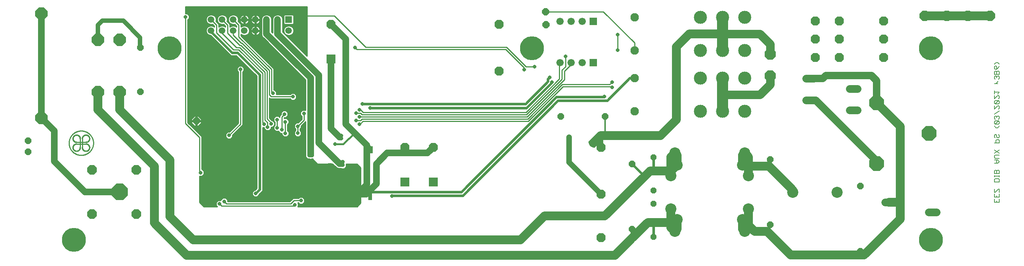
<source format=gbl>
G75*
%MOIN*%
%OFA0B0*%
%FSLAX25Y25*%
%IPPOS*%
%LPD*%
%AMOC8*
5,1,8,0,0,1.08239X$1,22.5*
%
%ADD10C,0.00500*%
%ADD11C,0.01000*%
%ADD12C,0.00100*%
%ADD13C,0.07087*%
%ADD14OC8,0.06000*%
%ADD15OC8,0.10000*%
%ADD16OC8,0.08268*%
%ADD17OC8,0.13386*%
%ADD18OC8,0.11268*%
%ADD19OC8,0.08600*%
%ADD20OC8,0.15000*%
%ADD21R,0.06600X0.06600*%
%ADD22C,0.06600*%
%ADD23R,0.05906X0.05906*%
%ADD24C,0.05906*%
%ADD25OC8,0.05906*%
%ADD26OC8,0.09055*%
%ADD27OC8,0.06496*%
%ADD28R,0.08268X0.08268*%
%ADD29OC8,0.05400*%
%ADD30C,0.11811*%
%ADD31C,0.07677*%
%ADD32C,0.10000*%
%ADD33C,0.21654*%
%ADD34C,0.10000*%
%ADD35C,0.07600*%
%ADD36C,0.08000*%
%ADD37OC8,0.03175*%
%ADD38C,0.04000*%
%ADD39C,0.01200*%
%ADD40C,0.05000*%
%ADD41C,0.02400*%
%ADD42C,0.06600*%
%ADD43C,0.00800*%
%ADD44C,0.06000*%
%ADD45R,0.03175X0.03175*%
%ADD46C,0.03200*%
%ADD47C,0.01600*%
D10*
X0987788Y0113753D02*
X0987788Y0116755D01*
X0987788Y0118357D02*
X0987788Y0121359D01*
X0987788Y0122961D02*
X0987788Y0125963D01*
X0987788Y0122961D02*
X0988539Y0122961D01*
X0991541Y0125963D01*
X0992292Y0125963D01*
X0992292Y0122961D01*
X0992292Y0121359D02*
X0992292Y0118357D01*
X0987788Y0118357D01*
X0990040Y0118357D02*
X0990040Y0119858D01*
X0992292Y0116755D02*
X0992292Y0113753D01*
X0987788Y0113753D01*
X0990040Y0113753D02*
X0990040Y0115254D01*
X0992292Y0132169D02*
X0987788Y0132169D01*
X0987788Y0134420D01*
X0988539Y0135171D01*
X0991541Y0135171D01*
X0992292Y0134420D01*
X0992292Y0132169D01*
X0992292Y0136772D02*
X0992292Y0138274D01*
X0992292Y0137523D02*
X0987788Y0137523D01*
X0987788Y0136772D02*
X0987788Y0138274D01*
X0987788Y0139842D02*
X0987788Y0142094D01*
X0988539Y0142844D01*
X0989289Y0142844D01*
X0990040Y0142094D01*
X0990040Y0139842D01*
X0990040Y0142094D02*
X0990791Y0142844D01*
X0991541Y0142844D01*
X0992292Y0142094D01*
X0992292Y0139842D01*
X0987788Y0139842D01*
X0987788Y0149050D02*
X0990791Y0149050D01*
X0992292Y0150551D01*
X0990791Y0152052D01*
X0987788Y0152052D01*
X0988539Y0153653D02*
X0987788Y0154404D01*
X0987788Y0155905D01*
X0988539Y0156656D01*
X0992292Y0156656D01*
X0992292Y0158257D02*
X0987788Y0161260D01*
X0987788Y0158257D02*
X0992292Y0161260D01*
X0992292Y0167465D02*
X0987788Y0167465D01*
X0989289Y0167465D02*
X0989289Y0169717D01*
X0990040Y0170468D01*
X0991541Y0170468D01*
X0992292Y0169717D01*
X0992292Y0167465D01*
X0991541Y0172069D02*
X0990791Y0172069D01*
X0990040Y0172820D01*
X0990040Y0174321D01*
X0989289Y0175072D01*
X0988539Y0175072D01*
X0987788Y0174321D01*
X0987788Y0172820D01*
X0988539Y0172069D01*
X0991541Y0172069D02*
X0992292Y0172820D01*
X0992292Y0174321D01*
X0991541Y0175072D01*
X0990791Y0181277D02*
X0992292Y0182778D01*
X0991541Y0184346D02*
X0992292Y0185097D01*
X0992292Y0186598D01*
X0991541Y0187349D01*
X0988539Y0184346D01*
X0987788Y0185097D01*
X0987788Y0186598D01*
X0988539Y0187349D01*
X0991541Y0187349D01*
X0991541Y0188950D02*
X0992292Y0189701D01*
X0992292Y0191202D01*
X0991541Y0191953D01*
X0990791Y0191953D01*
X0990040Y0191202D01*
X0989289Y0191953D01*
X0988539Y0191953D01*
X0987788Y0191202D01*
X0987788Y0189701D01*
X0988539Y0188950D01*
X0990040Y0190452D02*
X0990040Y0191202D01*
X0987788Y0193554D02*
X0992292Y0196557D01*
X0991541Y0198158D02*
X0992292Y0198909D01*
X0992292Y0200410D01*
X0991541Y0201161D01*
X0990791Y0201161D01*
X0987788Y0198158D01*
X0987788Y0201161D01*
X0988539Y0202762D02*
X0991541Y0205765D01*
X0988539Y0205765D01*
X0987788Y0205014D01*
X0987788Y0203513D01*
X0988539Y0202762D01*
X0991541Y0202762D01*
X0992292Y0203513D01*
X0992292Y0205014D01*
X0991541Y0205765D01*
X0991541Y0207366D02*
X0992292Y0208117D01*
X0992292Y0209618D01*
X0991541Y0210369D01*
X0990791Y0210369D01*
X0987788Y0207366D01*
X0987788Y0210369D01*
X0987788Y0211970D02*
X0987788Y0214972D01*
X0987788Y0213471D02*
X0992292Y0213471D01*
X0990791Y0211970D01*
X0990791Y0221178D02*
X0987788Y0221178D01*
X0989289Y0221178D02*
X0990791Y0222679D01*
X0990791Y0223430D01*
X0991541Y0225014D02*
X0992292Y0225765D01*
X0992292Y0227266D01*
X0991541Y0228017D01*
X0990791Y0228017D01*
X0990040Y0227266D01*
X0989289Y0228017D01*
X0988539Y0228017D01*
X0987788Y0227266D01*
X0987788Y0225765D01*
X0988539Y0225014D01*
X0990040Y0226516D02*
X0990040Y0227266D01*
X0990040Y0229618D02*
X0990040Y0231870D01*
X0989289Y0232621D01*
X0988539Y0232621D01*
X0987788Y0231870D01*
X0987788Y0229618D01*
X0992292Y0229618D01*
X0992292Y0231870D01*
X0991541Y0232621D01*
X0990791Y0232621D01*
X0990040Y0231870D01*
X0990040Y0234222D02*
X0990040Y0236474D01*
X0989289Y0237225D01*
X0988539Y0237225D01*
X0987788Y0236474D01*
X0987788Y0234973D01*
X0988539Y0234222D01*
X0990040Y0234222D01*
X0991541Y0235723D01*
X0992292Y0237225D01*
X0992292Y0238826D02*
X0990791Y0240327D01*
X0989289Y0240327D01*
X0987788Y0238826D01*
X0988539Y0184346D02*
X0991541Y0184346D01*
X0990791Y0181277D02*
X0989289Y0181277D01*
X0987788Y0182778D01*
X0988539Y0153653D02*
X0992292Y0153653D01*
X0990040Y0152052D02*
X0990040Y0149050D01*
D11*
X0660820Y0089646D02*
X0659370Y0089646D01*
X0625820Y0167396D02*
X0626570Y0168146D01*
X0598570Y0218396D02*
X0567320Y0187146D01*
X0418070Y0187146D01*
X0415570Y0184646D01*
X0414820Y0184646D01*
X0416070Y0187896D02*
X0412070Y0187896D01*
X0416070Y0187896D02*
X0417320Y0189146D01*
X0566770Y0189146D01*
X0598020Y0220396D01*
X0640570Y0220396D01*
X0642820Y0222646D01*
X0642320Y0218396D02*
X0642820Y0217896D01*
X0642320Y0218396D02*
X0598570Y0218396D01*
X0599820Y0224746D02*
X0599820Y0232396D01*
X0605820Y0238396D01*
X0605820Y0240146D01*
X0600820Y0236646D02*
X0600820Y0245896D01*
X0595820Y0240146D02*
X0595320Y0239646D01*
X0595320Y0225346D01*
X0565120Y0195146D01*
X0418320Y0195146D01*
X0415820Y0197646D01*
X0414820Y0197646D01*
X0416070Y0194396D02*
X0412070Y0194396D01*
X0416070Y0194396D02*
X0417320Y0193146D01*
X0565670Y0193146D01*
X0597570Y0225046D01*
X0597570Y0233396D01*
X0600820Y0236646D01*
X0573070Y0236396D02*
X0565320Y0236396D01*
X0547570Y0254146D01*
X0420570Y0254146D01*
X0392320Y0282396D01*
X0365820Y0282396D01*
X0365570Y0282646D01*
X0367570Y0282811D02*
X0355431Y0282811D01*
X0355522Y0282720D02*
X0354644Y0283598D01*
X0347495Y0283598D01*
X0346617Y0282720D01*
X0346617Y0275572D01*
X0347495Y0274693D01*
X0354644Y0274693D01*
X0355522Y0275572D01*
X0355522Y0282720D01*
X0355522Y0281812D02*
X0367570Y0281812D01*
X0367570Y0280814D02*
X0355522Y0280814D01*
X0355522Y0279815D02*
X0367570Y0279815D01*
X0367570Y0278817D02*
X0355522Y0278817D01*
X0355522Y0277818D02*
X0367570Y0277818D01*
X0367570Y0276820D02*
X0355522Y0276820D01*
X0355522Y0275821D02*
X0367570Y0275821D01*
X0367570Y0274823D02*
X0354773Y0274823D01*
X0353592Y0272921D02*
X0351955Y0273598D01*
X0350184Y0273598D01*
X0348547Y0272921D01*
X0347295Y0271668D01*
X0346617Y0270031D01*
X0346617Y0268260D01*
X0347295Y0266623D01*
X0348547Y0265371D01*
X0350184Y0264693D01*
X0351955Y0264693D01*
X0353592Y0265371D01*
X0354844Y0266623D01*
X0355522Y0268260D01*
X0355522Y0270031D01*
X0354844Y0271668D01*
X0353592Y0272921D01*
X0353687Y0272826D02*
X0367570Y0272826D01*
X0367570Y0273824D02*
X0345570Y0273824D01*
X0345570Y0272826D02*
X0348452Y0272826D01*
X0347454Y0271827D02*
X0345570Y0271827D01*
X0345570Y0270829D02*
X0346947Y0270829D01*
X0346617Y0269830D02*
X0345570Y0269830D01*
X0345570Y0268832D02*
X0346617Y0268832D01*
X0346794Y0267833D02*
X0345746Y0267833D01*
X0345570Y0268010D02*
X0345570Y0280041D01*
X0344884Y0281695D01*
X0343619Y0282961D01*
X0341965Y0283646D01*
X0340174Y0283646D01*
X0338520Y0282961D01*
X0337255Y0281695D01*
X0336570Y0280041D01*
X0336570Y0267010D01*
X0335570Y0268010D01*
X0335570Y0280041D01*
X0334884Y0281695D01*
X0333619Y0282961D01*
X0331965Y0283646D01*
X0330174Y0283646D01*
X0328520Y0282961D01*
X0327255Y0281695D01*
X0326570Y0280041D01*
X0326570Y0265251D01*
X0327255Y0263597D01*
X0328520Y0262331D01*
X0328521Y0262331D01*
X0366320Y0224532D01*
X0366320Y0197012D01*
X0366098Y0197233D01*
X0363541Y0197233D01*
X0361732Y0195424D01*
X0361732Y0192867D01*
X0362820Y0191779D01*
X0362820Y0188974D01*
X0359579Y0185733D01*
X0358041Y0185733D01*
X0356232Y0183924D01*
X0356232Y0181367D01*
X0357320Y0180279D01*
X0357320Y0178762D01*
X0356232Y0177674D01*
X0356232Y0175117D01*
X0358041Y0173308D01*
X0360598Y0173308D01*
X0362407Y0175117D01*
X0362407Y0177674D01*
X0361320Y0178762D01*
X0361320Y0180279D01*
X0362407Y0181367D01*
X0362407Y0182905D01*
X0366320Y0186817D01*
X0366320Y0156501D01*
X0366421Y0156255D01*
X0366421Y0154806D01*
X0368230Y0152997D01*
X0369679Y0152997D01*
X0369924Y0152896D01*
X0371715Y0152896D01*
X0371960Y0152997D01*
X0372468Y0152997D01*
X0376820Y0148646D01*
X0390706Y0148646D01*
X0393005Y0146347D01*
X0394270Y0145081D01*
X0395924Y0144396D01*
X0398453Y0144396D01*
X0398541Y0144308D01*
X0401098Y0144308D01*
X0402907Y0146117D01*
X0402907Y0148646D01*
X0412570Y0148646D01*
X0416070Y0145146D01*
X0416070Y0113146D01*
X0412770Y0109846D01*
X0359136Y0109846D01*
X0359657Y0110367D01*
X0359657Y0112924D01*
X0359186Y0113396D01*
X0359953Y0113396D01*
X0361041Y0112308D01*
X0363598Y0112308D01*
X0365407Y0114117D01*
X0365407Y0116674D01*
X0363598Y0118483D01*
X0361041Y0118483D01*
X0359953Y0117396D01*
X0354991Y0117396D01*
X0353820Y0116224D01*
X0351991Y0114396D01*
X0295907Y0114396D01*
X0295907Y0115924D01*
X0294098Y0117733D01*
X0291541Y0117733D01*
X0289732Y0115924D01*
X0289732Y0115483D01*
X0287291Y0115483D01*
X0285482Y0113674D01*
X0285482Y0111117D01*
X0286753Y0109846D01*
X0274620Y0109846D01*
X0270570Y0113896D01*
X0270570Y0137558D01*
X0272848Y0137558D01*
X0274657Y0139367D01*
X0274657Y0141924D01*
X0272848Y0143733D01*
X0272570Y0143733D01*
X0272570Y0173474D01*
X0260070Y0185974D01*
X0260070Y0279029D01*
X0261157Y0280117D01*
X0261157Y0282674D01*
X0259348Y0284483D01*
X0258070Y0284483D01*
X0258070Y0290669D01*
X0367570Y0290669D01*
X0367570Y0246010D01*
X0345570Y0268010D01*
X0346745Y0266835D02*
X0347207Y0266835D01*
X0347743Y0265836D02*
X0348082Y0265836D01*
X0348742Y0264838D02*
X0349835Y0264838D01*
X0349740Y0263839D02*
X0367570Y0263839D01*
X0367570Y0262840D02*
X0350739Y0262840D01*
X0351737Y0261842D02*
X0367570Y0261842D01*
X0367570Y0260843D02*
X0352736Y0260843D01*
X0353734Y0259845D02*
X0367570Y0259845D01*
X0367570Y0258846D02*
X0354733Y0258846D01*
X0355731Y0257848D02*
X0367570Y0257848D01*
X0367570Y0256849D02*
X0356730Y0256849D01*
X0357728Y0255851D02*
X0367570Y0255851D01*
X0367570Y0254852D02*
X0358727Y0254852D01*
X0359725Y0253854D02*
X0367570Y0253854D01*
X0367570Y0252855D02*
X0360724Y0252855D01*
X0361722Y0251857D02*
X0367570Y0251857D01*
X0367570Y0250858D02*
X0362721Y0250858D01*
X0363719Y0249860D02*
X0367570Y0249860D01*
X0367570Y0248861D02*
X0364718Y0248861D01*
X0365716Y0247863D02*
X0367570Y0247863D01*
X0367570Y0246864D02*
X0366715Y0246864D01*
X0351975Y0238876D02*
X0333667Y0238876D01*
X0332669Y0239875D02*
X0350977Y0239875D01*
X0349978Y0240873D02*
X0331670Y0240873D01*
X0330672Y0241872D02*
X0348979Y0241872D01*
X0347981Y0242870D02*
X0329673Y0242870D01*
X0328675Y0243869D02*
X0346982Y0243869D01*
X0345984Y0244867D02*
X0327676Y0244867D01*
X0326678Y0245866D02*
X0344985Y0245866D01*
X0343987Y0246864D02*
X0325679Y0246864D01*
X0324681Y0247863D02*
X0342988Y0247863D01*
X0341990Y0248861D02*
X0323682Y0248861D01*
X0322684Y0249860D02*
X0340991Y0249860D01*
X0339993Y0250858D02*
X0321685Y0250858D01*
X0320687Y0251857D02*
X0338994Y0251857D01*
X0337996Y0252855D02*
X0319688Y0252855D01*
X0318690Y0253854D02*
X0336997Y0253854D01*
X0335999Y0254852D02*
X0317691Y0254852D01*
X0316693Y0255851D02*
X0335000Y0255851D01*
X0334002Y0256849D02*
X0315694Y0256849D01*
X0314696Y0257848D02*
X0333003Y0257848D01*
X0332005Y0258846D02*
X0313697Y0258846D01*
X0312699Y0259845D02*
X0331006Y0259845D01*
X0330008Y0260843D02*
X0311700Y0260843D01*
X0310702Y0261842D02*
X0329009Y0261842D01*
X0328011Y0262840D02*
X0309703Y0262840D01*
X0308705Y0263839D02*
X0327154Y0263839D01*
X0326741Y0264838D02*
X0312304Y0264838D01*
X0311955Y0264693D02*
X0313592Y0265371D01*
X0314844Y0266623D01*
X0315522Y0268260D01*
X0315522Y0270031D01*
X0314844Y0271668D01*
X0313592Y0272921D01*
X0311955Y0273598D01*
X0310184Y0273598D01*
X0308547Y0272921D01*
X0308070Y0272443D01*
X0308070Y0274974D01*
X0306898Y0276146D01*
X0305306Y0277738D01*
X0305522Y0278260D01*
X0305522Y0280031D01*
X0304844Y0281668D01*
X0303592Y0282921D01*
X0301955Y0283598D01*
X0300184Y0283598D01*
X0298547Y0282921D01*
X0297295Y0281668D01*
X0296617Y0280031D01*
X0296617Y0278260D01*
X0297295Y0276623D01*
X0298547Y0275371D01*
X0300184Y0274693D01*
X0301955Y0274693D01*
X0302478Y0274909D01*
X0304070Y0273317D01*
X0304070Y0272443D01*
X0303592Y0272921D01*
X0301955Y0273598D01*
X0300184Y0273598D01*
X0298547Y0272921D01*
X0298070Y0272443D01*
X0298070Y0274974D01*
X0295306Y0277738D01*
X0295522Y0278260D01*
X0295522Y0280031D01*
X0294844Y0281668D01*
X0293592Y0282921D01*
X0291955Y0283598D01*
X0290184Y0283598D01*
X0288547Y0282921D01*
X0287295Y0281668D01*
X0286617Y0280031D01*
X0286617Y0278260D01*
X0287295Y0276623D01*
X0288547Y0275371D01*
X0290184Y0274693D01*
X0291955Y0274693D01*
X0292478Y0274909D01*
X0294070Y0273317D01*
X0294070Y0272443D01*
X0293592Y0272921D01*
X0291955Y0273598D01*
X0290184Y0273598D01*
X0288547Y0272921D01*
X0288070Y0272443D01*
X0288070Y0274974D01*
X0286898Y0276146D01*
X0285306Y0277738D01*
X0285522Y0278260D01*
X0285522Y0280031D01*
X0284844Y0281668D01*
X0283592Y0282921D01*
X0281955Y0283598D01*
X0280184Y0283598D01*
X0278547Y0282921D01*
X0277295Y0281668D01*
X0276617Y0280031D01*
X0276617Y0278260D01*
X0277295Y0276623D01*
X0278547Y0275371D01*
X0280184Y0274693D01*
X0281955Y0274693D01*
X0282478Y0274909D01*
X0284070Y0273317D01*
X0284070Y0272443D01*
X0283592Y0272921D01*
X0281955Y0273598D01*
X0280184Y0273598D01*
X0278547Y0272921D01*
X0277295Y0271668D01*
X0276617Y0270031D01*
X0276617Y0268260D01*
X0277295Y0266623D01*
X0278547Y0265371D01*
X0280184Y0264693D01*
X0280704Y0264693D01*
X0297781Y0247616D01*
X0298540Y0246857D01*
X0299532Y0246446D01*
X0303701Y0246446D01*
X0322120Y0228027D01*
X0322120Y0126514D01*
X0320589Y0124983D01*
X0320041Y0124983D01*
X0318232Y0123174D01*
X0318232Y0120617D01*
X0320041Y0118808D01*
X0322598Y0118808D01*
X0324407Y0120617D01*
X0324407Y0121165D01*
X0327108Y0123866D01*
X0327520Y0124859D01*
X0327520Y0181579D01*
X0327541Y0181558D01*
X0328982Y0181558D01*
X0328982Y0180617D01*
X0330791Y0178808D01*
X0333348Y0178808D01*
X0335157Y0180617D01*
X0335157Y0181808D01*
X0336598Y0181808D01*
X0338407Y0183617D01*
X0338407Y0186174D01*
X0336598Y0187983D01*
X0335811Y0187983D01*
X0333570Y0190224D01*
X0333570Y0208317D01*
X0334491Y0207396D01*
X0352453Y0207396D01*
X0353541Y0206308D01*
X0356098Y0206308D01*
X0357907Y0208117D01*
X0357907Y0210674D01*
X0356098Y0212483D01*
X0353541Y0212483D01*
X0352453Y0211396D01*
X0339907Y0211396D01*
X0339907Y0213674D01*
X0338098Y0215483D01*
X0337570Y0215483D01*
X0337570Y0234974D01*
X0308070Y0264474D01*
X0308070Y0265849D01*
X0308547Y0265371D01*
X0310184Y0264693D01*
X0311955Y0264693D01*
X0309835Y0264838D02*
X0308070Y0264838D01*
X0308070Y0265836D02*
X0308082Y0265836D01*
X0306070Y0263646D02*
X0335570Y0234146D01*
X0335570Y0213646D01*
X0336820Y0212396D01*
X0338669Y0214912D02*
X0366320Y0214912D01*
X0366320Y0215910D02*
X0337570Y0215910D01*
X0337570Y0216909D02*
X0366320Y0216909D01*
X0366320Y0217907D02*
X0337570Y0217907D01*
X0337570Y0218906D02*
X0366320Y0218906D01*
X0366320Y0219905D02*
X0337570Y0219905D01*
X0337570Y0220903D02*
X0366320Y0220903D01*
X0366320Y0221902D02*
X0337570Y0221902D01*
X0337570Y0222900D02*
X0366320Y0222900D01*
X0366320Y0223899D02*
X0337570Y0223899D01*
X0337570Y0224897D02*
X0365954Y0224897D01*
X0364956Y0225896D02*
X0337570Y0225896D01*
X0337570Y0226894D02*
X0363957Y0226894D01*
X0362959Y0227893D02*
X0337570Y0227893D01*
X0337570Y0228891D02*
X0361960Y0228891D01*
X0360962Y0229890D02*
X0337570Y0229890D01*
X0337570Y0230888D02*
X0359963Y0230888D01*
X0358965Y0231887D02*
X0337570Y0231887D01*
X0337570Y0232885D02*
X0357966Y0232885D01*
X0356968Y0233884D02*
X0337570Y0233884D01*
X0337570Y0234882D02*
X0355969Y0234882D01*
X0354971Y0235881D02*
X0336663Y0235881D01*
X0335664Y0236879D02*
X0353972Y0236879D01*
X0352974Y0237878D02*
X0334666Y0237878D01*
X0333570Y0233146D02*
X0308820Y0257896D01*
X0308320Y0257896D01*
X0301070Y0265146D01*
X0301070Y0269146D01*
X0303687Y0272826D02*
X0304070Y0272826D01*
X0303563Y0273824D02*
X0298070Y0273824D01*
X0298070Y0272826D02*
X0298452Y0272826D01*
X0298070Y0274823D02*
X0299871Y0274823D01*
X0298097Y0275821D02*
X0297222Y0275821D01*
X0297213Y0276820D02*
X0296224Y0276820D01*
X0296800Y0277818D02*
X0295339Y0277818D01*
X0295522Y0278817D02*
X0296617Y0278817D01*
X0296617Y0279815D02*
X0295522Y0279815D01*
X0295198Y0280814D02*
X0296941Y0280814D01*
X0297439Y0281812D02*
X0294700Y0281812D01*
X0293702Y0282811D02*
X0298437Y0282811D01*
X0301070Y0279146D02*
X0306070Y0274146D01*
X0306070Y0263646D01*
X0307070Y0255896D02*
X0296070Y0266896D01*
X0296070Y0274146D01*
X0291070Y0279146D01*
X0290570Y0279146D01*
X0286617Y0278817D02*
X0285522Y0278817D01*
X0285522Y0279815D02*
X0286617Y0279815D01*
X0286941Y0280814D02*
X0285198Y0280814D01*
X0284700Y0281812D02*
X0287439Y0281812D01*
X0288437Y0282811D02*
X0283702Y0282811D01*
X0281070Y0279146D02*
X0286070Y0274146D01*
X0286070Y0267146D01*
X0301320Y0251896D01*
X0306070Y0251896D01*
X0327570Y0230396D01*
X0327570Y0185896D01*
X0328820Y0184646D01*
X0332070Y0185896D02*
X0329570Y0188396D01*
X0329570Y0231396D01*
X0307070Y0253896D01*
X0304070Y0253896D01*
X0291070Y0266896D01*
X0291070Y0269146D01*
X0293687Y0272826D02*
X0294070Y0272826D01*
X0293563Y0273824D02*
X0288070Y0273824D01*
X0288070Y0272826D02*
X0288452Y0272826D01*
X0288070Y0274823D02*
X0289871Y0274823D01*
X0288097Y0275821D02*
X0287222Y0275821D01*
X0287213Y0276820D02*
X0286224Y0276820D01*
X0286800Y0277818D02*
X0285339Y0277818D01*
X0282564Y0274823D02*
X0282268Y0274823D01*
X0283563Y0273824D02*
X0260070Y0273824D01*
X0260070Y0272826D02*
X0278452Y0272826D01*
X0277454Y0271827D02*
X0260070Y0271827D01*
X0260070Y0270829D02*
X0276947Y0270829D01*
X0276617Y0269830D02*
X0260070Y0269830D01*
X0260070Y0268832D02*
X0276617Y0268832D01*
X0276794Y0267833D02*
X0260070Y0267833D01*
X0260070Y0266835D02*
X0277207Y0266835D01*
X0278082Y0265836D02*
X0260070Y0265836D01*
X0260070Y0264838D02*
X0279835Y0264838D01*
X0281558Y0263839D02*
X0260070Y0263839D01*
X0260070Y0262840D02*
X0282556Y0262840D01*
X0283555Y0261842D02*
X0260070Y0261842D01*
X0260070Y0260843D02*
X0284553Y0260843D01*
X0285552Y0259845D02*
X0260070Y0259845D01*
X0260070Y0258846D02*
X0286550Y0258846D01*
X0287549Y0257848D02*
X0260070Y0257848D01*
X0260070Y0256849D02*
X0288547Y0256849D01*
X0289546Y0255851D02*
X0260070Y0255851D01*
X0260070Y0254852D02*
X0290544Y0254852D01*
X0291543Y0253854D02*
X0260070Y0253854D01*
X0260070Y0252855D02*
X0292541Y0252855D01*
X0293540Y0251857D02*
X0260070Y0251857D01*
X0260070Y0250858D02*
X0294538Y0250858D01*
X0295537Y0249860D02*
X0260070Y0249860D01*
X0260070Y0248861D02*
X0296536Y0248861D01*
X0297534Y0247863D02*
X0260070Y0247863D01*
X0260070Y0246864D02*
X0298533Y0246864D01*
X0304281Y0245866D02*
X0260070Y0245866D01*
X0260070Y0244867D02*
X0305280Y0244867D01*
X0306278Y0243869D02*
X0260070Y0243869D01*
X0260070Y0242870D02*
X0307277Y0242870D01*
X0308275Y0241872D02*
X0260070Y0241872D01*
X0260070Y0240873D02*
X0309274Y0240873D01*
X0310272Y0239875D02*
X0260070Y0239875D01*
X0260070Y0238876D02*
X0311271Y0238876D01*
X0312269Y0237878D02*
X0260070Y0237878D01*
X0260070Y0236879D02*
X0305937Y0236879D01*
X0306291Y0237233D02*
X0304482Y0235424D01*
X0304482Y0232867D01*
X0305570Y0231779D01*
X0305570Y0185474D01*
X0297579Y0177483D01*
X0296041Y0177483D01*
X0294232Y0175674D01*
X0294232Y0173117D01*
X0296041Y0171308D01*
X0298598Y0171308D01*
X0300407Y0173117D01*
X0300407Y0174655D01*
X0309570Y0183817D01*
X0309570Y0231779D01*
X0310657Y0232867D01*
X0310657Y0235424D01*
X0308848Y0237233D01*
X0306291Y0237233D01*
X0304938Y0235881D02*
X0260070Y0235881D01*
X0260070Y0234882D02*
X0304482Y0234882D01*
X0304482Y0233884D02*
X0260070Y0233884D01*
X0260070Y0232885D02*
X0304482Y0232885D01*
X0305462Y0231887D02*
X0260070Y0231887D01*
X0260070Y0230888D02*
X0305570Y0230888D01*
X0305570Y0229890D02*
X0260070Y0229890D01*
X0260070Y0228891D02*
X0305570Y0228891D01*
X0305570Y0227893D02*
X0260070Y0227893D01*
X0260070Y0226894D02*
X0305570Y0226894D01*
X0305570Y0225896D02*
X0260070Y0225896D01*
X0260070Y0224897D02*
X0305570Y0224897D01*
X0305570Y0223899D02*
X0260070Y0223899D01*
X0260070Y0222900D02*
X0305570Y0222900D01*
X0305570Y0221902D02*
X0260070Y0221902D01*
X0260070Y0220903D02*
X0305570Y0220903D01*
X0305570Y0219905D02*
X0260070Y0219905D01*
X0260070Y0218906D02*
X0305570Y0218906D01*
X0305570Y0217907D02*
X0260070Y0217907D01*
X0260070Y0216909D02*
X0305570Y0216909D01*
X0305570Y0215910D02*
X0260070Y0215910D01*
X0260070Y0214912D02*
X0305570Y0214912D01*
X0305570Y0213913D02*
X0260070Y0213913D01*
X0260070Y0212915D02*
X0305570Y0212915D01*
X0305570Y0211916D02*
X0260070Y0211916D01*
X0260070Y0210918D02*
X0305570Y0210918D01*
X0305570Y0209919D02*
X0260070Y0209919D01*
X0260070Y0208921D02*
X0305570Y0208921D01*
X0305570Y0207922D02*
X0260070Y0207922D01*
X0260070Y0206924D02*
X0305570Y0206924D01*
X0305570Y0205925D02*
X0260070Y0205925D01*
X0260070Y0204927D02*
X0305570Y0204927D01*
X0305570Y0203928D02*
X0260070Y0203928D01*
X0260070Y0202930D02*
X0305570Y0202930D01*
X0305570Y0201931D02*
X0260070Y0201931D01*
X0260070Y0200933D02*
X0305570Y0200933D01*
X0305570Y0199934D02*
X0260070Y0199934D01*
X0260070Y0198936D02*
X0305570Y0198936D01*
X0305570Y0197937D02*
X0260070Y0197937D01*
X0260070Y0196939D02*
X0305570Y0196939D01*
X0305570Y0195940D02*
X0260070Y0195940D01*
X0260070Y0194942D02*
X0305570Y0194942D01*
X0305570Y0193943D02*
X0260070Y0193943D01*
X0260070Y0192945D02*
X0305570Y0192945D01*
X0305570Y0191946D02*
X0260070Y0191946D01*
X0260070Y0190948D02*
X0264940Y0190948D01*
X0265936Y0191944D02*
X0263272Y0189280D01*
X0263272Y0187896D01*
X0267319Y0187896D01*
X0267319Y0186896D01*
X0263272Y0186896D01*
X0263272Y0185512D01*
X0265936Y0182848D01*
X0267320Y0182848D01*
X0267320Y0186896D01*
X0268320Y0186896D01*
X0268320Y0187896D01*
X0272368Y0187896D01*
X0272368Y0189280D01*
X0269703Y0191944D01*
X0268320Y0191944D01*
X0268320Y0187896D01*
X0267320Y0187896D01*
X0267320Y0191944D01*
X0265936Y0191944D01*
X0267320Y0190948D02*
X0268320Y0190948D01*
X0268320Y0189949D02*
X0267320Y0189949D01*
X0267320Y0188951D02*
X0268320Y0188951D01*
X0268320Y0187952D02*
X0267320Y0187952D01*
X0267319Y0186954D02*
X0260070Y0186954D01*
X0260070Y0187952D02*
X0263272Y0187952D01*
X0263272Y0188951D02*
X0260070Y0188951D01*
X0260070Y0189949D02*
X0263941Y0189949D01*
X0263272Y0185955D02*
X0260089Y0185955D01*
X0261087Y0184957D02*
X0263827Y0184957D01*
X0264825Y0183958D02*
X0262086Y0183958D01*
X0263084Y0182960D02*
X0265824Y0182960D01*
X0267320Y0182960D02*
X0268320Y0182960D01*
X0268320Y0182848D02*
X0269703Y0182848D01*
X0272368Y0185512D01*
X0272368Y0186896D01*
X0268320Y0186896D01*
X0268320Y0182848D01*
X0268320Y0183958D02*
X0267320Y0183958D01*
X0267320Y0184957D02*
X0268320Y0184957D01*
X0268320Y0185955D02*
X0267320Y0185955D01*
X0268320Y0186954D02*
X0305570Y0186954D01*
X0305570Y0187952D02*
X0272368Y0187952D01*
X0272368Y0188951D02*
X0305570Y0188951D01*
X0305570Y0189949D02*
X0271698Y0189949D01*
X0270699Y0190948D02*
X0305570Y0190948D01*
X0309570Y0190948D02*
X0322120Y0190948D01*
X0322120Y0191946D02*
X0309570Y0191946D01*
X0309570Y0192945D02*
X0322120Y0192945D01*
X0322120Y0193943D02*
X0309570Y0193943D01*
X0309570Y0194942D02*
X0322120Y0194942D01*
X0322120Y0195940D02*
X0309570Y0195940D01*
X0309570Y0196939D02*
X0322120Y0196939D01*
X0322120Y0197937D02*
X0309570Y0197937D01*
X0309570Y0198936D02*
X0322120Y0198936D01*
X0322120Y0199934D02*
X0309570Y0199934D01*
X0309570Y0200933D02*
X0322120Y0200933D01*
X0322120Y0201931D02*
X0309570Y0201931D01*
X0309570Y0202930D02*
X0322120Y0202930D01*
X0322120Y0203928D02*
X0309570Y0203928D01*
X0309570Y0204927D02*
X0322120Y0204927D01*
X0322120Y0205925D02*
X0309570Y0205925D01*
X0309570Y0206924D02*
X0322120Y0206924D01*
X0322120Y0207922D02*
X0309570Y0207922D01*
X0309570Y0208921D02*
X0322120Y0208921D01*
X0322120Y0209919D02*
X0309570Y0209919D01*
X0309570Y0210918D02*
X0322120Y0210918D01*
X0322120Y0211916D02*
X0309570Y0211916D01*
X0309570Y0212915D02*
X0322120Y0212915D01*
X0322120Y0213913D02*
X0309570Y0213913D01*
X0309570Y0214912D02*
X0322120Y0214912D01*
X0322120Y0215910D02*
X0309570Y0215910D01*
X0309570Y0216909D02*
X0322120Y0216909D01*
X0322120Y0217907D02*
X0309570Y0217907D01*
X0309570Y0218906D02*
X0322120Y0218906D01*
X0322120Y0219905D02*
X0309570Y0219905D01*
X0309570Y0220903D02*
X0322120Y0220903D01*
X0322120Y0221902D02*
X0309570Y0221902D01*
X0309570Y0222900D02*
X0322120Y0222900D01*
X0322120Y0223899D02*
X0309570Y0223899D01*
X0309570Y0224897D02*
X0322120Y0224897D01*
X0322120Y0225896D02*
X0309570Y0225896D01*
X0309570Y0226894D02*
X0322120Y0226894D01*
X0322120Y0227893D02*
X0309570Y0227893D01*
X0309570Y0228891D02*
X0321256Y0228891D01*
X0320257Y0229890D02*
X0309570Y0229890D01*
X0309570Y0230888D02*
X0319259Y0230888D01*
X0318260Y0231887D02*
X0309677Y0231887D01*
X0310657Y0232885D02*
X0317262Y0232885D01*
X0316263Y0233884D02*
X0310657Y0233884D01*
X0310657Y0234882D02*
X0315265Y0234882D01*
X0314266Y0235881D02*
X0310201Y0235881D01*
X0309202Y0236879D02*
X0313268Y0236879D01*
X0307570Y0234146D02*
X0307570Y0184646D01*
X0297320Y0174396D01*
X0299266Y0171976D02*
X0322120Y0171976D01*
X0322120Y0172974D02*
X0300265Y0172974D01*
X0300407Y0173973D02*
X0322120Y0173973D01*
X0322120Y0174971D02*
X0300724Y0174971D01*
X0301722Y0175970D02*
X0322120Y0175970D01*
X0322120Y0176969D02*
X0302721Y0176969D01*
X0303719Y0177967D02*
X0322120Y0177967D01*
X0322120Y0178966D02*
X0304718Y0178966D01*
X0305716Y0179964D02*
X0322120Y0179964D01*
X0322120Y0180963D02*
X0306715Y0180963D01*
X0307713Y0181961D02*
X0322120Y0181961D01*
X0322120Y0182960D02*
X0308712Y0182960D01*
X0309570Y0183958D02*
X0322120Y0183958D01*
X0322120Y0184957D02*
X0309570Y0184957D01*
X0309570Y0185955D02*
X0322120Y0185955D01*
X0322120Y0186954D02*
X0309570Y0186954D01*
X0309570Y0187952D02*
X0322120Y0187952D01*
X0322120Y0188951D02*
X0309570Y0188951D01*
X0309570Y0189949D02*
X0322120Y0189949D01*
X0331570Y0189396D02*
X0335320Y0185646D01*
X0335320Y0184896D01*
X0338407Y0184957D02*
X0338570Y0184957D01*
X0338570Y0185955D02*
X0338407Y0185955D01*
X0338570Y0186279D02*
X0338570Y0183512D01*
X0337482Y0182424D01*
X0337482Y0179867D01*
X0339291Y0178058D01*
X0341791Y0178058D01*
X0343541Y0176308D01*
X0344982Y0176308D01*
X0344982Y0174867D01*
X0346791Y0173058D01*
X0349348Y0173058D01*
X0351157Y0174867D01*
X0351157Y0177424D01*
X0350070Y0178512D01*
X0350070Y0184279D01*
X0351157Y0185367D01*
X0351157Y0187924D01*
X0349348Y0189733D01*
X0346820Y0189733D01*
X0346820Y0190317D01*
X0347061Y0190558D01*
X0348598Y0190558D01*
X0350407Y0192367D01*
X0350407Y0194924D01*
X0348598Y0196733D01*
X0346041Y0196733D01*
X0344232Y0194924D01*
X0344232Y0193387D01*
X0342820Y0191974D01*
X0342820Y0190762D01*
X0341848Y0191733D01*
X0339291Y0191733D01*
X0337482Y0189924D01*
X0337482Y0187367D01*
X0338570Y0186279D01*
X0337895Y0186954D02*
X0337628Y0186954D01*
X0337482Y0187952D02*
X0336629Y0187952D01*
X0337482Y0188951D02*
X0334843Y0188951D01*
X0333844Y0189949D02*
X0337507Y0189949D01*
X0338505Y0190948D02*
X0333570Y0190948D01*
X0333570Y0191946D02*
X0342820Y0191946D01*
X0342820Y0190948D02*
X0342634Y0190948D01*
X0344820Y0191146D02*
X0344820Y0179396D01*
X0342880Y0176969D02*
X0327520Y0176969D01*
X0327520Y0177967D02*
X0341882Y0177967D01*
X0340570Y0181146D02*
X0340570Y0188646D01*
X0344820Y0191146D02*
X0347320Y0193646D01*
X0349391Y0195940D02*
X0362248Y0195940D01*
X0361732Y0194942D02*
X0350390Y0194942D01*
X0350407Y0193943D02*
X0361732Y0193943D01*
X0361732Y0192945D02*
X0350407Y0192945D01*
X0349986Y0191946D02*
X0362653Y0191946D01*
X0362820Y0190948D02*
X0348988Y0190948D01*
X0350131Y0188951D02*
X0362796Y0188951D01*
X0362820Y0189949D02*
X0346820Y0189949D01*
X0348070Y0186646D02*
X0348070Y0176146D01*
X0350263Y0173973D02*
X0357376Y0173973D01*
X0356377Y0174971D02*
X0351157Y0174971D01*
X0351157Y0175970D02*
X0356232Y0175970D01*
X0356232Y0176969D02*
X0351157Y0176969D01*
X0350614Y0177967D02*
X0356525Y0177967D01*
X0357320Y0178966D02*
X0350070Y0178966D01*
X0350070Y0179964D02*
X0357320Y0179964D01*
X0356636Y0180963D02*
X0350070Y0180963D01*
X0350070Y0181961D02*
X0356232Y0181961D01*
X0356232Y0182960D02*
X0350070Y0182960D01*
X0350070Y0183958D02*
X0356266Y0183958D01*
X0357264Y0184957D02*
X0350747Y0184957D01*
X0351157Y0185955D02*
X0359801Y0185955D01*
X0360799Y0186954D02*
X0351157Y0186954D01*
X0351129Y0187952D02*
X0361798Y0187952D01*
X0364820Y0188146D02*
X0359320Y0182646D01*
X0359320Y0176396D01*
X0361263Y0173973D02*
X0366320Y0173973D01*
X0366320Y0174971D02*
X0362262Y0174971D01*
X0362407Y0175970D02*
X0366320Y0175970D01*
X0366320Y0176969D02*
X0362407Y0176969D01*
X0362114Y0177967D02*
X0366320Y0177967D01*
X0366320Y0178966D02*
X0361320Y0178966D01*
X0361320Y0179964D02*
X0366320Y0179964D01*
X0366320Y0180963D02*
X0362003Y0180963D01*
X0362407Y0181961D02*
X0366320Y0181961D01*
X0366320Y0182960D02*
X0362462Y0182960D01*
X0363460Y0183958D02*
X0366320Y0183958D01*
X0366320Y0184957D02*
X0364459Y0184957D01*
X0365457Y0185955D02*
X0366320Y0185955D01*
X0364820Y0188146D02*
X0364820Y0194146D01*
X0363246Y0196939D02*
X0333570Y0196939D01*
X0333570Y0197937D02*
X0366320Y0197937D01*
X0366320Y0198936D02*
X0333570Y0198936D01*
X0333570Y0199934D02*
X0366320Y0199934D01*
X0366320Y0200933D02*
X0333570Y0200933D01*
X0333570Y0201931D02*
X0366320Y0201931D01*
X0366320Y0202930D02*
X0333570Y0202930D01*
X0333570Y0203928D02*
X0366320Y0203928D01*
X0366320Y0204927D02*
X0333570Y0204927D01*
X0333570Y0205925D02*
X0366320Y0205925D01*
X0366320Y0206924D02*
X0356714Y0206924D01*
X0357712Y0207922D02*
X0366320Y0207922D01*
X0366320Y0208921D02*
X0357907Y0208921D01*
X0357907Y0209919D02*
X0366320Y0209919D01*
X0366320Y0210918D02*
X0357664Y0210918D01*
X0356665Y0211916D02*
X0366320Y0211916D01*
X0366320Y0212915D02*
X0339907Y0212915D01*
X0339907Y0211916D02*
X0352974Y0211916D01*
X0354820Y0209396D02*
X0335320Y0209396D01*
X0333570Y0211146D01*
X0333570Y0233146D01*
X0331570Y0232396D02*
X0308070Y0255896D01*
X0307070Y0255896D01*
X0314057Y0265836D02*
X0318390Y0265836D01*
X0318299Y0265902D02*
X0318841Y0265508D01*
X0319437Y0265204D01*
X0320074Y0264998D01*
X0320585Y0264917D01*
X0320585Y0268661D01*
X0321554Y0268661D01*
X0321554Y0264917D01*
X0322065Y0264998D01*
X0322702Y0265204D01*
X0323298Y0265508D01*
X0323840Y0265902D01*
X0324313Y0266375D01*
X0324707Y0266917D01*
X0325011Y0267513D01*
X0325218Y0268150D01*
X0325299Y0268661D01*
X0321554Y0268661D01*
X0321554Y0269630D01*
X0325299Y0269630D01*
X0325218Y0270142D01*
X0325011Y0270778D01*
X0324707Y0271375D01*
X0324313Y0271916D01*
X0323840Y0272389D01*
X0323298Y0272783D01*
X0322702Y0273087D01*
X0322065Y0273294D01*
X0321554Y0273375D01*
X0321554Y0269630D01*
X0320585Y0269630D01*
X0320585Y0268661D01*
X0316840Y0268661D01*
X0316922Y0268150D01*
X0317128Y0267513D01*
X0317432Y0266917D01*
X0317826Y0266375D01*
X0318299Y0265902D01*
X0317492Y0266835D02*
X0314932Y0266835D01*
X0315345Y0267833D02*
X0317024Y0267833D01*
X0315522Y0268832D02*
X0320585Y0268832D01*
X0320585Y0269630D02*
X0316840Y0269630D01*
X0316922Y0270142D01*
X0317128Y0270778D01*
X0317432Y0271375D01*
X0317826Y0271916D01*
X0318299Y0272389D01*
X0318841Y0272783D01*
X0319437Y0273087D01*
X0320074Y0273294D01*
X0320585Y0273375D01*
X0320585Y0269630D01*
X0320585Y0269830D02*
X0321554Y0269830D01*
X0321554Y0268832D02*
X0326570Y0268832D01*
X0326570Y0269830D02*
X0325267Y0269830D01*
X0324985Y0270829D02*
X0326570Y0270829D01*
X0326570Y0271827D02*
X0324378Y0271827D01*
X0323215Y0272826D02*
X0326570Y0272826D01*
X0326570Y0273824D02*
X0308070Y0273824D01*
X0308070Y0272826D02*
X0308452Y0272826D01*
X0308070Y0274823D02*
X0326570Y0274823D01*
X0326570Y0275821D02*
X0323729Y0275821D01*
X0323840Y0275902D02*
X0324313Y0276375D01*
X0324707Y0276917D01*
X0325011Y0277513D01*
X0325218Y0278150D01*
X0325299Y0278661D01*
X0321554Y0278661D01*
X0321554Y0274917D01*
X0322065Y0274998D01*
X0322702Y0275204D01*
X0323298Y0275508D01*
X0323840Y0275902D01*
X0324636Y0276820D02*
X0326570Y0276820D01*
X0326570Y0277818D02*
X0325110Y0277818D01*
X0326570Y0278817D02*
X0321554Y0278817D01*
X0321554Y0278661D02*
X0321554Y0279630D01*
X0325299Y0279630D01*
X0325218Y0280142D01*
X0325011Y0280778D01*
X0324707Y0281375D01*
X0324313Y0281916D01*
X0323840Y0282389D01*
X0323298Y0282783D01*
X0322702Y0283087D01*
X0322065Y0283294D01*
X0321554Y0283375D01*
X0321554Y0279630D01*
X0320585Y0279630D01*
X0320585Y0278661D01*
X0321554Y0278661D01*
X0321554Y0277818D02*
X0320585Y0277818D01*
X0320585Y0278661D02*
X0320585Y0274917D01*
X0320074Y0274998D01*
X0319437Y0275204D01*
X0318841Y0275508D01*
X0318299Y0275902D01*
X0317826Y0276375D01*
X0317432Y0276917D01*
X0317128Y0277513D01*
X0316922Y0278150D01*
X0316840Y0278661D01*
X0320585Y0278661D01*
X0320585Y0278817D02*
X0311554Y0278817D01*
X0311554Y0278661D02*
X0311554Y0279630D01*
X0315299Y0279630D01*
X0315218Y0280142D01*
X0315011Y0280778D01*
X0314707Y0281375D01*
X0314313Y0281916D01*
X0313840Y0282389D01*
X0313298Y0282783D01*
X0312702Y0283087D01*
X0312065Y0283294D01*
X0311554Y0283375D01*
X0311554Y0279630D01*
X0310585Y0279630D01*
X0310585Y0278661D01*
X0311554Y0278661D01*
X0311554Y0274917D01*
X0312065Y0274998D01*
X0312702Y0275204D01*
X0313298Y0275508D01*
X0313840Y0275902D01*
X0314313Y0276375D01*
X0314707Y0276917D01*
X0315011Y0277513D01*
X0315218Y0278150D01*
X0315299Y0278661D01*
X0311554Y0278661D01*
X0311554Y0277818D02*
X0310585Y0277818D01*
X0310585Y0278661D02*
X0310585Y0274917D01*
X0310074Y0274998D01*
X0309437Y0275204D01*
X0308841Y0275508D01*
X0308299Y0275902D01*
X0307826Y0276375D01*
X0307432Y0276917D01*
X0307128Y0277513D01*
X0306922Y0278150D01*
X0306840Y0278661D01*
X0310585Y0278661D01*
X0310585Y0278817D02*
X0305522Y0278817D01*
X0305522Y0279815D02*
X0306870Y0279815D01*
X0306840Y0279630D02*
X0310585Y0279630D01*
X0310585Y0283375D01*
X0310074Y0283294D01*
X0309437Y0283087D01*
X0308841Y0282783D01*
X0308299Y0282389D01*
X0307826Y0281916D01*
X0307432Y0281375D01*
X0307128Y0280778D01*
X0306922Y0280142D01*
X0306840Y0279630D01*
X0307146Y0280814D02*
X0305198Y0280814D01*
X0304700Y0281812D02*
X0307750Y0281812D01*
X0308895Y0282811D02*
X0303702Y0282811D01*
X0305339Y0277818D02*
X0307029Y0277818D01*
X0307503Y0276820D02*
X0306224Y0276820D01*
X0307222Y0275821D02*
X0308410Y0275821D01*
X0310585Y0275821D02*
X0311554Y0275821D01*
X0311554Y0276820D02*
X0310585Y0276820D01*
X0310585Y0279815D02*
X0311554Y0279815D01*
X0311554Y0280814D02*
X0310585Y0280814D01*
X0310585Y0281812D02*
X0311554Y0281812D01*
X0311554Y0282811D02*
X0310585Y0282811D01*
X0313244Y0282811D02*
X0318895Y0282811D01*
X0318841Y0282783D02*
X0318299Y0282389D01*
X0317826Y0281916D01*
X0317432Y0281375D01*
X0317128Y0280778D01*
X0316922Y0280142D01*
X0316840Y0279630D01*
X0320585Y0279630D01*
X0320585Y0283375D01*
X0320074Y0283294D01*
X0319437Y0283087D01*
X0318841Y0282783D01*
X0317750Y0281812D02*
X0314389Y0281812D01*
X0314993Y0280814D02*
X0317146Y0280814D01*
X0316870Y0279815D02*
X0315269Y0279815D01*
X0315110Y0277818D02*
X0317029Y0277818D01*
X0317503Y0276820D02*
X0314636Y0276820D01*
X0313729Y0275821D02*
X0318410Y0275821D01*
X0320585Y0275821D02*
X0321554Y0275821D01*
X0321554Y0276820D02*
X0320585Y0276820D01*
X0320585Y0279815D02*
X0321554Y0279815D01*
X0321554Y0280814D02*
X0320585Y0280814D01*
X0320585Y0281812D02*
X0321554Y0281812D01*
X0321554Y0282811D02*
X0320585Y0282811D01*
X0323244Y0282811D02*
X0328371Y0282811D01*
X0327372Y0281812D02*
X0324389Y0281812D01*
X0324993Y0280814D02*
X0326890Y0280814D01*
X0326570Y0279815D02*
X0325269Y0279815D01*
X0333768Y0282811D02*
X0338371Y0282811D01*
X0337372Y0281812D02*
X0334767Y0281812D01*
X0335249Y0280814D02*
X0336890Y0280814D01*
X0336570Y0279815D02*
X0335570Y0279815D01*
X0335570Y0278817D02*
X0336570Y0278817D01*
X0336570Y0277818D02*
X0335570Y0277818D01*
X0335570Y0276820D02*
X0336570Y0276820D01*
X0336570Y0275821D02*
X0335570Y0275821D01*
X0335570Y0274823D02*
X0336570Y0274823D01*
X0336570Y0273824D02*
X0335570Y0273824D01*
X0335570Y0272826D02*
X0336570Y0272826D01*
X0336570Y0271827D02*
X0335570Y0271827D01*
X0335570Y0270829D02*
X0336570Y0270829D01*
X0336570Y0269830D02*
X0335570Y0269830D01*
X0335570Y0268832D02*
X0336570Y0268832D01*
X0336570Y0267833D02*
X0335746Y0267833D01*
X0326570Y0267833D02*
X0325115Y0267833D01*
X0324647Y0266835D02*
X0326570Y0266835D01*
X0326570Y0265836D02*
X0323749Y0265836D01*
X0321554Y0265836D02*
X0320585Y0265836D01*
X0320585Y0266835D02*
X0321554Y0266835D01*
X0321554Y0267833D02*
X0320585Y0267833D01*
X0320585Y0270829D02*
X0321554Y0270829D01*
X0321554Y0271827D02*
X0320585Y0271827D01*
X0320585Y0272826D02*
X0321554Y0272826D01*
X0318924Y0272826D02*
X0313687Y0272826D01*
X0314685Y0271827D02*
X0317761Y0271827D01*
X0317154Y0270829D02*
X0315192Y0270829D01*
X0315522Y0269830D02*
X0316872Y0269830D01*
X0302564Y0274823D02*
X0302268Y0274823D01*
X0292564Y0274823D02*
X0292268Y0274823D01*
X0284070Y0272826D02*
X0283687Y0272826D01*
X0279871Y0274823D02*
X0260070Y0274823D01*
X0260070Y0275821D02*
X0278097Y0275821D01*
X0277213Y0276820D02*
X0260070Y0276820D01*
X0260070Y0277818D02*
X0276800Y0277818D01*
X0276617Y0278817D02*
X0260070Y0278817D01*
X0260855Y0279815D02*
X0276617Y0279815D01*
X0276941Y0280814D02*
X0261157Y0280814D01*
X0261157Y0281812D02*
X0277439Y0281812D01*
X0278437Y0282811D02*
X0261021Y0282811D01*
X0260022Y0283809D02*
X0367570Y0283809D01*
X0367570Y0284808D02*
X0258070Y0284808D01*
X0258070Y0285806D02*
X0367570Y0285806D01*
X0367570Y0286805D02*
X0258070Y0286805D01*
X0258070Y0287803D02*
X0367570Y0287803D01*
X0367570Y0288802D02*
X0258070Y0288802D01*
X0258070Y0289800D02*
X0367570Y0289800D01*
X0346708Y0282811D02*
X0343768Y0282811D01*
X0344767Y0281812D02*
X0346617Y0281812D01*
X0346617Y0280814D02*
X0345249Y0280814D01*
X0345570Y0279815D02*
X0346617Y0279815D01*
X0346617Y0278817D02*
X0345570Y0278817D01*
X0345570Y0277818D02*
X0346617Y0277818D01*
X0346617Y0276820D02*
X0345570Y0276820D01*
X0345570Y0275821D02*
X0346617Y0275821D01*
X0347366Y0274823D02*
X0345570Y0274823D01*
X0354685Y0271827D02*
X0367570Y0271827D01*
X0367570Y0270829D02*
X0355192Y0270829D01*
X0355522Y0269830D02*
X0367570Y0269830D01*
X0367570Y0268832D02*
X0355522Y0268832D01*
X0355345Y0267833D02*
X0367570Y0267833D01*
X0367570Y0266835D02*
X0354932Y0266835D01*
X0354057Y0265836D02*
X0367570Y0265836D01*
X0367570Y0264838D02*
X0352304Y0264838D01*
X0402570Y0249396D02*
X0403820Y0250646D01*
X0410820Y0253896D02*
X0412570Y0252146D01*
X0546820Y0252146D01*
X0563570Y0235396D01*
X0563570Y0233896D01*
X0599820Y0224746D02*
X0566220Y0191146D01*
X0414820Y0191146D01*
X0398570Y0174146D02*
X0398570Y0171396D01*
X0397070Y0172896D01*
X0396820Y0172896D01*
X0366320Y0172974D02*
X0327520Y0172974D01*
X0327520Y0171976D02*
X0366320Y0171976D01*
X0366320Y0170977D02*
X0327520Y0170977D01*
X0327520Y0169979D02*
X0366320Y0169979D01*
X0366320Y0168980D02*
X0327520Y0168980D01*
X0327520Y0167982D02*
X0366320Y0167982D01*
X0366320Y0166983D02*
X0327520Y0166983D01*
X0327520Y0165985D02*
X0366320Y0165985D01*
X0366320Y0164986D02*
X0327520Y0164986D01*
X0327520Y0163988D02*
X0366320Y0163988D01*
X0366320Y0162989D02*
X0327520Y0162989D01*
X0327520Y0161991D02*
X0366320Y0161991D01*
X0366320Y0160992D02*
X0327520Y0160992D01*
X0327520Y0159994D02*
X0366320Y0159994D01*
X0366320Y0158995D02*
X0327520Y0158995D01*
X0327520Y0157997D02*
X0366320Y0157997D01*
X0366320Y0156998D02*
X0327520Y0156998D01*
X0327520Y0156000D02*
X0366421Y0156000D01*
X0366421Y0155001D02*
X0327520Y0155001D01*
X0327520Y0154003D02*
X0367224Y0154003D01*
X0368223Y0153004D02*
X0327520Y0153004D01*
X0327520Y0152006D02*
X0373459Y0152006D01*
X0374458Y0151007D02*
X0327520Y0151007D01*
X0327520Y0150009D02*
X0375456Y0150009D01*
X0376455Y0149010D02*
X0327520Y0149010D01*
X0327520Y0148012D02*
X0391340Y0148012D01*
X0392338Y0147013D02*
X0327520Y0147013D01*
X0327520Y0146015D02*
X0393337Y0146015D01*
X0394426Y0145016D02*
X0327520Y0145016D01*
X0327520Y0144018D02*
X0416070Y0144018D01*
X0416070Y0145016D02*
X0401806Y0145016D01*
X0402805Y0146015D02*
X0415201Y0146015D01*
X0414202Y0147013D02*
X0402907Y0147013D01*
X0402907Y0148012D02*
X0413204Y0148012D01*
X0399820Y0147396D02*
X0398320Y0148896D01*
X0416070Y0143019D02*
X0327520Y0143019D01*
X0327520Y0142021D02*
X0416070Y0142021D01*
X0416070Y0141022D02*
X0327520Y0141022D01*
X0327520Y0140024D02*
X0416070Y0140024D01*
X0416070Y0139025D02*
X0327520Y0139025D01*
X0327520Y0138027D02*
X0416070Y0138027D01*
X0416070Y0137028D02*
X0327520Y0137028D01*
X0327520Y0136030D02*
X0416070Y0136030D01*
X0416070Y0135031D02*
X0327520Y0135031D01*
X0327520Y0134033D02*
X0416070Y0134033D01*
X0416070Y0133034D02*
X0327520Y0133034D01*
X0327520Y0132036D02*
X0416070Y0132036D01*
X0416070Y0131037D02*
X0327520Y0131037D01*
X0327520Y0130038D02*
X0416070Y0130038D01*
X0416070Y0129040D02*
X0327520Y0129040D01*
X0327520Y0128041D02*
X0416070Y0128041D01*
X0416070Y0127043D02*
X0327520Y0127043D01*
X0327520Y0126044D02*
X0416070Y0126044D01*
X0416070Y0125046D02*
X0327520Y0125046D01*
X0327184Y0124047D02*
X0416070Y0124047D01*
X0416070Y0123049D02*
X0326291Y0123049D01*
X0325293Y0122050D02*
X0416070Y0122050D01*
X0416070Y0121052D02*
X0324407Y0121052D01*
X0323843Y0120053D02*
X0416070Y0120053D01*
X0416070Y0119055D02*
X0322845Y0119055D01*
X0319794Y0119055D02*
X0270570Y0119055D01*
X0270570Y0120053D02*
X0318796Y0120053D01*
X0318232Y0121052D02*
X0270570Y0121052D01*
X0270570Y0122050D02*
X0318232Y0122050D01*
X0318232Y0123049D02*
X0270570Y0123049D01*
X0270570Y0124047D02*
X0319105Y0124047D01*
X0320651Y0125046D02*
X0270570Y0125046D01*
X0270570Y0126044D02*
X0321650Y0126044D01*
X0322120Y0127043D02*
X0270570Y0127043D01*
X0270570Y0128041D02*
X0322120Y0128041D01*
X0322120Y0129040D02*
X0270570Y0129040D01*
X0270570Y0130038D02*
X0322120Y0130038D01*
X0322120Y0131037D02*
X0270570Y0131037D01*
X0270570Y0132036D02*
X0322120Y0132036D01*
X0322120Y0133034D02*
X0270570Y0133034D01*
X0270570Y0134033D02*
X0322120Y0134033D01*
X0322120Y0135031D02*
X0270570Y0135031D01*
X0270570Y0136030D02*
X0322120Y0136030D01*
X0322120Y0137028D02*
X0270570Y0137028D01*
X0273317Y0138027D02*
X0322120Y0138027D01*
X0322120Y0139025D02*
X0274315Y0139025D01*
X0274657Y0140024D02*
X0322120Y0140024D01*
X0322120Y0141022D02*
X0274657Y0141022D01*
X0274561Y0142021D02*
X0322120Y0142021D01*
X0322120Y0143019D02*
X0273562Y0143019D01*
X0272570Y0144018D02*
X0322120Y0144018D01*
X0322120Y0145016D02*
X0272570Y0145016D01*
X0272570Y0146015D02*
X0322120Y0146015D01*
X0322120Y0147013D02*
X0272570Y0147013D01*
X0272570Y0148012D02*
X0322120Y0148012D01*
X0322120Y0149010D02*
X0272570Y0149010D01*
X0272570Y0150009D02*
X0322120Y0150009D01*
X0322120Y0151007D02*
X0272570Y0151007D01*
X0272570Y0152006D02*
X0322120Y0152006D01*
X0322120Y0153004D02*
X0272570Y0153004D01*
X0272570Y0154003D02*
X0322120Y0154003D01*
X0322120Y0155001D02*
X0272570Y0155001D01*
X0272570Y0156000D02*
X0322120Y0156000D01*
X0322120Y0156998D02*
X0272570Y0156998D01*
X0272570Y0157997D02*
X0322120Y0157997D01*
X0322120Y0158995D02*
X0272570Y0158995D01*
X0272570Y0159994D02*
X0322120Y0159994D01*
X0322120Y0160992D02*
X0272570Y0160992D01*
X0272570Y0161991D02*
X0322120Y0161991D01*
X0322120Y0162989D02*
X0272570Y0162989D01*
X0272570Y0163988D02*
X0322120Y0163988D01*
X0322120Y0164986D02*
X0272570Y0164986D01*
X0272570Y0165985D02*
X0322120Y0165985D01*
X0322120Y0166983D02*
X0272570Y0166983D01*
X0272570Y0167982D02*
X0322120Y0167982D01*
X0322120Y0168980D02*
X0272570Y0168980D01*
X0272570Y0169979D02*
X0322120Y0169979D01*
X0322120Y0170977D02*
X0272570Y0170977D01*
X0272570Y0171976D02*
X0295373Y0171976D01*
X0294375Y0172974D02*
X0272570Y0172974D01*
X0272071Y0173973D02*
X0294232Y0173973D01*
X0294232Y0174971D02*
X0271072Y0174971D01*
X0270074Y0175970D02*
X0294528Y0175970D01*
X0295526Y0176969D02*
X0269075Y0176969D01*
X0268077Y0177967D02*
X0298062Y0177967D01*
X0299061Y0178966D02*
X0267078Y0178966D01*
X0266080Y0179964D02*
X0300060Y0179964D01*
X0301058Y0180963D02*
X0265081Y0180963D01*
X0264083Y0181961D02*
X0302057Y0181961D01*
X0303055Y0182960D02*
X0269815Y0182960D01*
X0270814Y0183958D02*
X0304054Y0183958D01*
X0305052Y0184957D02*
X0271812Y0184957D01*
X0272368Y0185955D02*
X0305570Y0185955D01*
X0327520Y0180963D02*
X0328982Y0180963D01*
X0329635Y0179964D02*
X0327520Y0179964D01*
X0327520Y0178966D02*
X0330633Y0178966D01*
X0333506Y0178966D02*
X0338383Y0178966D01*
X0337482Y0179964D02*
X0334504Y0179964D01*
X0335157Y0180963D02*
X0337482Y0180963D01*
X0337482Y0181961D02*
X0336751Y0181961D01*
X0337750Y0182960D02*
X0338017Y0182960D01*
X0338407Y0183958D02*
X0338570Y0183958D01*
X0332070Y0185896D02*
X0332070Y0181896D01*
X0327520Y0175970D02*
X0344982Y0175970D01*
X0344982Y0174971D02*
X0327520Y0174971D01*
X0327520Y0173973D02*
X0345876Y0173973D01*
X0331570Y0189396D02*
X0331570Y0232396D01*
X0339668Y0213913D02*
X0366320Y0213913D01*
X0352925Y0206924D02*
X0333570Y0206924D01*
X0333570Y0207922D02*
X0333964Y0207922D01*
X0333570Y0195940D02*
X0345248Y0195940D01*
X0344249Y0194942D02*
X0333570Y0194942D01*
X0333570Y0193943D02*
X0344232Y0193943D01*
X0343790Y0192945D02*
X0333570Y0192945D01*
X0270570Y0172646D02*
X0258070Y0185146D01*
X0258070Y0281396D01*
X0583070Y0286146D02*
X0635070Y0286146D01*
X0663213Y0258002D01*
X0663213Y0251264D01*
X0648070Y0251396D02*
X0648070Y0265396D01*
X0270570Y0172646D02*
X0270570Y0141646D01*
X0271570Y0140646D01*
X0270570Y0118056D02*
X0360614Y0118056D01*
X0362320Y0115396D02*
X0355820Y0115396D01*
X0352820Y0112396D01*
X0295070Y0112396D01*
X0292820Y0114646D01*
X0294774Y0117058D02*
X0354653Y0117058D01*
X0353655Y0116059D02*
X0295772Y0116059D01*
X0295907Y0115061D02*
X0352656Y0115061D01*
X0356570Y0111646D02*
X0355320Y0110396D01*
X0290570Y0110396D01*
X0288570Y0112396D01*
X0286531Y0110068D02*
X0274397Y0110068D01*
X0273398Y0111067D02*
X0285532Y0111067D01*
X0285482Y0112065D02*
X0272400Y0112065D01*
X0271401Y0113064D02*
X0285482Y0113064D01*
X0285870Y0114062D02*
X0270570Y0114062D01*
X0270570Y0115061D02*
X0286868Y0115061D01*
X0289867Y0116059D02*
X0270570Y0116059D01*
X0270570Y0117058D02*
X0290865Y0117058D01*
X0359518Y0113064D02*
X0360285Y0113064D01*
X0359657Y0112065D02*
X0414989Y0112065D01*
X0413991Y0111067D02*
X0359657Y0111067D01*
X0359358Y0110068D02*
X0412992Y0110068D01*
X0415988Y0113064D02*
X0364354Y0113064D01*
X0365352Y0114062D02*
X0416070Y0114062D01*
X0416070Y0115061D02*
X0365407Y0115061D01*
X0365407Y0116059D02*
X0416070Y0116059D01*
X0416070Y0117058D02*
X0365024Y0117058D01*
X0364025Y0118056D02*
X0416070Y0118056D01*
X0167981Y0166648D02*
X0159713Y0166648D01*
X0159713Y0168222D02*
X0167981Y0168222D01*
X0152847Y0167435D02*
X0152850Y0167705D01*
X0152860Y0167975D01*
X0152877Y0168244D01*
X0152900Y0168513D01*
X0152930Y0168782D01*
X0152966Y0169049D01*
X0153009Y0169316D01*
X0153058Y0169581D01*
X0153114Y0169845D01*
X0153177Y0170108D01*
X0153245Y0170369D01*
X0153321Y0170628D01*
X0153402Y0170885D01*
X0153490Y0171141D01*
X0153584Y0171394D01*
X0153684Y0171645D01*
X0153791Y0171893D01*
X0153903Y0172138D01*
X0154022Y0172381D01*
X0154146Y0172620D01*
X0154276Y0172857D01*
X0154412Y0173090D01*
X0154554Y0173320D01*
X0154701Y0173546D01*
X0154854Y0173769D01*
X0155012Y0173988D01*
X0155175Y0174203D01*
X0155344Y0174413D01*
X0155518Y0174620D01*
X0155697Y0174822D01*
X0155880Y0175020D01*
X0156069Y0175213D01*
X0156262Y0175402D01*
X0156460Y0175585D01*
X0156662Y0175764D01*
X0156869Y0175938D01*
X0157079Y0176107D01*
X0157294Y0176270D01*
X0157513Y0176428D01*
X0157736Y0176581D01*
X0157962Y0176728D01*
X0158192Y0176870D01*
X0158425Y0177006D01*
X0158662Y0177136D01*
X0158901Y0177260D01*
X0159144Y0177379D01*
X0159389Y0177491D01*
X0159637Y0177598D01*
X0159888Y0177698D01*
X0160141Y0177792D01*
X0160397Y0177880D01*
X0160654Y0177961D01*
X0160913Y0178037D01*
X0161174Y0178105D01*
X0161437Y0178168D01*
X0161701Y0178224D01*
X0161966Y0178273D01*
X0162233Y0178316D01*
X0162500Y0178352D01*
X0162769Y0178382D01*
X0163038Y0178405D01*
X0163307Y0178422D01*
X0163577Y0178432D01*
X0163847Y0178435D01*
X0164117Y0178432D01*
X0164387Y0178422D01*
X0164656Y0178405D01*
X0164925Y0178382D01*
X0165194Y0178352D01*
X0165461Y0178316D01*
X0165728Y0178273D01*
X0165993Y0178224D01*
X0166257Y0178168D01*
X0166520Y0178105D01*
X0166781Y0178037D01*
X0167040Y0177961D01*
X0167297Y0177880D01*
X0167553Y0177792D01*
X0167806Y0177698D01*
X0168057Y0177598D01*
X0168305Y0177491D01*
X0168550Y0177379D01*
X0168793Y0177260D01*
X0169032Y0177136D01*
X0169269Y0177006D01*
X0169502Y0176870D01*
X0169732Y0176728D01*
X0169958Y0176581D01*
X0170181Y0176428D01*
X0170400Y0176270D01*
X0170615Y0176107D01*
X0170825Y0175938D01*
X0171032Y0175764D01*
X0171234Y0175585D01*
X0171432Y0175402D01*
X0171625Y0175213D01*
X0171814Y0175020D01*
X0171997Y0174822D01*
X0172176Y0174620D01*
X0172350Y0174413D01*
X0172519Y0174203D01*
X0172682Y0173988D01*
X0172840Y0173769D01*
X0172993Y0173546D01*
X0173140Y0173320D01*
X0173282Y0173090D01*
X0173418Y0172857D01*
X0173548Y0172620D01*
X0173672Y0172381D01*
X0173791Y0172138D01*
X0173903Y0171893D01*
X0174010Y0171645D01*
X0174110Y0171394D01*
X0174204Y0171141D01*
X0174292Y0170885D01*
X0174373Y0170628D01*
X0174449Y0170369D01*
X0174517Y0170108D01*
X0174580Y0169845D01*
X0174636Y0169581D01*
X0174685Y0169316D01*
X0174728Y0169049D01*
X0174764Y0168782D01*
X0174794Y0168513D01*
X0174817Y0168244D01*
X0174834Y0167975D01*
X0174844Y0167705D01*
X0174847Y0167435D01*
X0174844Y0167165D01*
X0174834Y0166895D01*
X0174817Y0166626D01*
X0174794Y0166357D01*
X0174764Y0166088D01*
X0174728Y0165821D01*
X0174685Y0165554D01*
X0174636Y0165289D01*
X0174580Y0165025D01*
X0174517Y0164762D01*
X0174449Y0164501D01*
X0174373Y0164242D01*
X0174292Y0163985D01*
X0174204Y0163729D01*
X0174110Y0163476D01*
X0174010Y0163225D01*
X0173903Y0162977D01*
X0173791Y0162732D01*
X0173672Y0162489D01*
X0173548Y0162250D01*
X0173418Y0162013D01*
X0173282Y0161780D01*
X0173140Y0161550D01*
X0172993Y0161324D01*
X0172840Y0161101D01*
X0172682Y0160882D01*
X0172519Y0160667D01*
X0172350Y0160457D01*
X0172176Y0160250D01*
X0171997Y0160048D01*
X0171814Y0159850D01*
X0171625Y0159657D01*
X0171432Y0159468D01*
X0171234Y0159285D01*
X0171032Y0159106D01*
X0170825Y0158932D01*
X0170615Y0158763D01*
X0170400Y0158600D01*
X0170181Y0158442D01*
X0169958Y0158289D01*
X0169732Y0158142D01*
X0169502Y0158000D01*
X0169269Y0157864D01*
X0169032Y0157734D01*
X0168793Y0157610D01*
X0168550Y0157491D01*
X0168305Y0157379D01*
X0168057Y0157272D01*
X0167806Y0157172D01*
X0167553Y0157078D01*
X0167297Y0156990D01*
X0167040Y0156909D01*
X0166781Y0156833D01*
X0166520Y0156765D01*
X0166257Y0156702D01*
X0165993Y0156646D01*
X0165728Y0156597D01*
X0165461Y0156554D01*
X0165194Y0156518D01*
X0164925Y0156488D01*
X0164656Y0156465D01*
X0164387Y0156448D01*
X0164117Y0156438D01*
X0163847Y0156435D01*
X0163577Y0156438D01*
X0163307Y0156448D01*
X0163038Y0156465D01*
X0162769Y0156488D01*
X0162500Y0156518D01*
X0162233Y0156554D01*
X0161966Y0156597D01*
X0161701Y0156646D01*
X0161437Y0156702D01*
X0161174Y0156765D01*
X0160913Y0156833D01*
X0160654Y0156909D01*
X0160397Y0156990D01*
X0160141Y0157078D01*
X0159888Y0157172D01*
X0159637Y0157272D01*
X0159389Y0157379D01*
X0159144Y0157491D01*
X0158901Y0157610D01*
X0158662Y0157734D01*
X0158425Y0157864D01*
X0158192Y0158000D01*
X0157962Y0158142D01*
X0157736Y0158289D01*
X0157513Y0158442D01*
X0157294Y0158600D01*
X0157079Y0158763D01*
X0156869Y0158932D01*
X0156662Y0159106D01*
X0156460Y0159285D01*
X0156262Y0159468D01*
X0156069Y0159657D01*
X0155880Y0159850D01*
X0155697Y0160048D01*
X0155518Y0160250D01*
X0155344Y0160457D01*
X0155175Y0160667D01*
X0155012Y0160882D01*
X0154854Y0161101D01*
X0154701Y0161324D01*
X0154554Y0161550D01*
X0154412Y0161780D01*
X0154276Y0162013D01*
X0154146Y0162250D01*
X0154022Y0162489D01*
X0153903Y0162732D01*
X0153791Y0162977D01*
X0153684Y0163225D01*
X0153584Y0163476D01*
X0153490Y0163729D01*
X0153402Y0163985D01*
X0153321Y0164242D01*
X0153245Y0164501D01*
X0153177Y0164762D01*
X0153114Y0165025D01*
X0153058Y0165289D01*
X0153009Y0165554D01*
X0152966Y0165821D01*
X0152930Y0166088D01*
X0152900Y0166357D01*
X0152877Y0166626D01*
X0152860Y0166895D01*
X0152850Y0167165D01*
X0152847Y0167435D01*
X0162863Y0163498D02*
X0162863Y0171372D01*
X0164831Y0171372D02*
X0164831Y0163498D01*
D12*
X0164380Y0163462D02*
X0165280Y0163434D01*
X0165279Y0163435D02*
X0165280Y0163330D01*
X0165285Y0163224D01*
X0165293Y0163119D01*
X0165306Y0163015D01*
X0165322Y0162911D01*
X0165342Y0162808D01*
X0165367Y0162705D01*
X0165395Y0162604D01*
X0165426Y0162503D01*
X0165462Y0162404D01*
X0165501Y0162307D01*
X0165544Y0162211D01*
X0165591Y0162116D01*
X0165641Y0162024D01*
X0165694Y0161933D01*
X0165751Y0161844D01*
X0165811Y0161758D01*
X0165874Y0161674D01*
X0165941Y0161592D01*
X0166010Y0161513D01*
X0166083Y0161437D01*
X0166158Y0161363D01*
X0166236Y0161292D01*
X0166316Y0161224D01*
X0166399Y0161160D01*
X0166485Y0161098D01*
X0166573Y0161040D01*
X0166662Y0160985D01*
X0166754Y0160933D01*
X0166848Y0160885D01*
X0166943Y0160841D01*
X0167040Y0160800D01*
X0167139Y0160763D01*
X0167238Y0160729D01*
X0167339Y0160699D01*
X0167441Y0160674D01*
X0167544Y0160652D01*
X0167648Y0160633D01*
X0167752Y0160619D01*
X0167857Y0160609D01*
X0167962Y0160602D01*
X0168067Y0160600D01*
X0168173Y0160602D01*
X0168278Y0160607D01*
X0168383Y0160617D01*
X0168487Y0160630D01*
X0168591Y0160647D01*
X0168694Y0160668D01*
X0168796Y0160693D01*
X0168897Y0160722D01*
X0168998Y0160755D01*
X0169096Y0160791D01*
X0169194Y0160831D01*
X0169289Y0160875D01*
X0169383Y0160922D01*
X0169476Y0160973D01*
X0169566Y0161027D01*
X0169654Y0161085D01*
X0169740Y0161146D01*
X0169823Y0161210D01*
X0169905Y0161277D01*
X0169983Y0161347D01*
X0170059Y0161420D01*
X0170132Y0161496D01*
X0170202Y0161574D01*
X0170269Y0161656D01*
X0170333Y0161739D01*
X0170394Y0161825D01*
X0170452Y0161913D01*
X0170506Y0162003D01*
X0170557Y0162096D01*
X0170604Y0162190D01*
X0170648Y0162285D01*
X0170688Y0162383D01*
X0170724Y0162481D01*
X0170757Y0162582D01*
X0170786Y0162683D01*
X0170811Y0162785D01*
X0170832Y0162888D01*
X0170849Y0162992D01*
X0170862Y0163096D01*
X0170872Y0163201D01*
X0170877Y0163306D01*
X0170879Y0163412D01*
X0170877Y0163517D01*
X0170870Y0163622D01*
X0170860Y0163727D01*
X0170846Y0163831D01*
X0170827Y0163935D01*
X0170805Y0164038D01*
X0170780Y0164140D01*
X0170750Y0164241D01*
X0170716Y0164340D01*
X0170679Y0164439D01*
X0170638Y0164536D01*
X0170594Y0164631D01*
X0170546Y0164725D01*
X0170494Y0164817D01*
X0170439Y0164906D01*
X0170381Y0164994D01*
X0170319Y0165080D01*
X0170255Y0165163D01*
X0170187Y0165243D01*
X0170116Y0165321D01*
X0170042Y0165396D01*
X0169966Y0165469D01*
X0169887Y0165538D01*
X0169805Y0165605D01*
X0169721Y0165668D01*
X0169635Y0165728D01*
X0169546Y0165785D01*
X0169455Y0165838D01*
X0169363Y0165888D01*
X0169268Y0165935D01*
X0169172Y0165978D01*
X0169075Y0166017D01*
X0168976Y0166053D01*
X0168875Y0166084D01*
X0168774Y0166112D01*
X0168671Y0166137D01*
X0168568Y0166157D01*
X0168464Y0166173D01*
X0168360Y0166186D01*
X0168255Y0166194D01*
X0168149Y0166199D01*
X0168044Y0166200D01*
X0168017Y0167099D01*
X0168137Y0167100D01*
X0168257Y0167096D01*
X0168377Y0167088D01*
X0168497Y0167076D01*
X0168616Y0167061D01*
X0168735Y0167041D01*
X0168853Y0167018D01*
X0168970Y0166991D01*
X0169087Y0166960D01*
X0169202Y0166926D01*
X0169316Y0166887D01*
X0169428Y0166845D01*
X0169540Y0166800D01*
X0169649Y0166750D01*
X0169757Y0166697D01*
X0169864Y0166641D01*
X0169968Y0166581D01*
X0170070Y0166518D01*
X0170171Y0166452D01*
X0170269Y0166382D01*
X0170365Y0166310D01*
X0170458Y0166234D01*
X0170549Y0166155D01*
X0170637Y0166073D01*
X0170723Y0165989D01*
X0170805Y0165901D01*
X0170885Y0165812D01*
X0170962Y0165719D01*
X0171036Y0165624D01*
X0171107Y0165527D01*
X0171174Y0165427D01*
X0171238Y0165326D01*
X0171299Y0165222D01*
X0171357Y0165116D01*
X0171411Y0165009D01*
X0171461Y0164900D01*
X0171508Y0164789D01*
X0171552Y0164677D01*
X0171591Y0164563D01*
X0171627Y0164448D01*
X0171660Y0164333D01*
X0171688Y0164216D01*
X0171713Y0164098D01*
X0171733Y0163980D01*
X0171750Y0163860D01*
X0171763Y0163741D01*
X0171772Y0163621D01*
X0171778Y0163501D01*
X0171779Y0163381D01*
X0171776Y0163260D01*
X0171770Y0163140D01*
X0171759Y0163020D01*
X0171745Y0162901D01*
X0171727Y0162782D01*
X0171705Y0162664D01*
X0171679Y0162546D01*
X0171650Y0162430D01*
X0171616Y0162314D01*
X0171579Y0162200D01*
X0171538Y0162087D01*
X0171494Y0161975D01*
X0171446Y0161865D01*
X0171394Y0161756D01*
X0171339Y0161649D01*
X0171280Y0161544D01*
X0171218Y0161441D01*
X0171153Y0161340D01*
X0171084Y0161242D01*
X0171012Y0161145D01*
X0170938Y0161051D01*
X0170860Y0160959D01*
X0170779Y0160870D01*
X0170695Y0160784D01*
X0170609Y0160700D01*
X0170520Y0160619D01*
X0170428Y0160541D01*
X0170334Y0160467D01*
X0170237Y0160395D01*
X0170139Y0160326D01*
X0170038Y0160261D01*
X0169935Y0160199D01*
X0169830Y0160140D01*
X0169723Y0160085D01*
X0169614Y0160033D01*
X0169504Y0159985D01*
X0169392Y0159941D01*
X0169279Y0159900D01*
X0169165Y0159863D01*
X0169049Y0159829D01*
X0168933Y0159800D01*
X0168815Y0159774D01*
X0168697Y0159752D01*
X0168578Y0159734D01*
X0168459Y0159720D01*
X0168339Y0159709D01*
X0168219Y0159703D01*
X0168098Y0159700D01*
X0167978Y0159701D01*
X0167858Y0159707D01*
X0167738Y0159716D01*
X0167619Y0159729D01*
X0167499Y0159746D01*
X0167381Y0159766D01*
X0167263Y0159791D01*
X0167146Y0159819D01*
X0167031Y0159852D01*
X0166916Y0159888D01*
X0166802Y0159927D01*
X0166690Y0159971D01*
X0166579Y0160018D01*
X0166470Y0160068D01*
X0166363Y0160122D01*
X0166257Y0160180D01*
X0166153Y0160241D01*
X0166052Y0160305D01*
X0165952Y0160372D01*
X0165855Y0160443D01*
X0165760Y0160517D01*
X0165667Y0160594D01*
X0165578Y0160674D01*
X0165490Y0160756D01*
X0165406Y0160842D01*
X0165324Y0160930D01*
X0165245Y0161021D01*
X0165169Y0161114D01*
X0165097Y0161210D01*
X0165027Y0161308D01*
X0164961Y0161409D01*
X0164898Y0161511D01*
X0164838Y0161615D01*
X0164782Y0161722D01*
X0164729Y0161830D01*
X0164679Y0161939D01*
X0164634Y0162051D01*
X0164592Y0162163D01*
X0164553Y0162277D01*
X0164519Y0162392D01*
X0164488Y0162509D01*
X0164461Y0162626D01*
X0164438Y0162744D01*
X0164418Y0162863D01*
X0164403Y0162982D01*
X0164391Y0163102D01*
X0164383Y0163222D01*
X0164379Y0163342D01*
X0164380Y0163462D01*
X0164473Y0163459D01*
X0164474Y0163340D01*
X0164477Y0163220D01*
X0164485Y0163101D01*
X0164497Y0162982D01*
X0164513Y0162863D01*
X0164533Y0162745D01*
X0164557Y0162628D01*
X0164584Y0162511D01*
X0164616Y0162396D01*
X0164651Y0162281D01*
X0164690Y0162168D01*
X0164733Y0162057D01*
X0164779Y0161946D01*
X0164829Y0161838D01*
X0164883Y0161731D01*
X0164940Y0161625D01*
X0165000Y0161522D01*
X0165064Y0161421D01*
X0165132Y0161322D01*
X0165202Y0161226D01*
X0165276Y0161131D01*
X0165353Y0161040D01*
X0165433Y0160950D01*
X0165515Y0160864D01*
X0165601Y0160780D01*
X0165689Y0160700D01*
X0165780Y0160622D01*
X0165874Y0160547D01*
X0165969Y0160475D01*
X0166068Y0160407D01*
X0166168Y0160342D01*
X0166271Y0160280D01*
X0166375Y0160222D01*
X0166481Y0160167D01*
X0166590Y0160116D01*
X0166699Y0160068D01*
X0166811Y0160024D01*
X0166923Y0159984D01*
X0167037Y0159948D01*
X0167152Y0159915D01*
X0167269Y0159886D01*
X0167386Y0159861D01*
X0167503Y0159840D01*
X0167622Y0159823D01*
X0167741Y0159810D01*
X0167860Y0159801D01*
X0167979Y0159795D01*
X0168099Y0159794D01*
X0168219Y0159797D01*
X0168338Y0159803D01*
X0168457Y0159814D01*
X0168576Y0159828D01*
X0168694Y0159847D01*
X0168812Y0159869D01*
X0168929Y0159896D01*
X0169044Y0159926D01*
X0169159Y0159960D01*
X0169273Y0159997D01*
X0169385Y0160039D01*
X0169496Y0160084D01*
X0169605Y0160133D01*
X0169713Y0160185D01*
X0169818Y0160241D01*
X0169922Y0160301D01*
X0170024Y0160364D01*
X0170124Y0160430D01*
X0170221Y0160499D01*
X0170316Y0160572D01*
X0170409Y0160648D01*
X0170499Y0160726D01*
X0170586Y0160808D01*
X0170671Y0160893D01*
X0170753Y0160980D01*
X0170831Y0161070D01*
X0170907Y0161163D01*
X0170980Y0161258D01*
X0171049Y0161355D01*
X0171115Y0161455D01*
X0171178Y0161557D01*
X0171238Y0161661D01*
X0171294Y0161766D01*
X0171346Y0161874D01*
X0171395Y0161983D01*
X0171440Y0162094D01*
X0171482Y0162206D01*
X0171519Y0162320D01*
X0171553Y0162435D01*
X0171583Y0162550D01*
X0171610Y0162667D01*
X0171632Y0162785D01*
X0171651Y0162903D01*
X0171665Y0163022D01*
X0171676Y0163141D01*
X0171682Y0163260D01*
X0171685Y0163380D01*
X0171684Y0163500D01*
X0171678Y0163619D01*
X0171669Y0163738D01*
X0171656Y0163857D01*
X0171639Y0163976D01*
X0171618Y0164093D01*
X0171593Y0164210D01*
X0171564Y0164327D01*
X0171531Y0164442D01*
X0171495Y0164556D01*
X0171455Y0164668D01*
X0171411Y0164780D01*
X0171363Y0164889D01*
X0171312Y0164998D01*
X0171257Y0165104D01*
X0171199Y0165208D01*
X0171137Y0165311D01*
X0171072Y0165411D01*
X0171004Y0165510D01*
X0170932Y0165605D01*
X0170857Y0165699D01*
X0170779Y0165790D01*
X0170699Y0165878D01*
X0170615Y0165964D01*
X0170529Y0166046D01*
X0170439Y0166126D01*
X0170348Y0166203D01*
X0170253Y0166277D01*
X0170157Y0166347D01*
X0170058Y0166415D01*
X0169957Y0166479D01*
X0169854Y0166539D01*
X0169748Y0166596D01*
X0169641Y0166650D01*
X0169533Y0166700D01*
X0169422Y0166746D01*
X0169311Y0166789D01*
X0169198Y0166828D01*
X0169083Y0166863D01*
X0168968Y0166895D01*
X0168851Y0166922D01*
X0168734Y0166946D01*
X0168616Y0166966D01*
X0168497Y0166982D01*
X0168378Y0166994D01*
X0168259Y0167002D01*
X0168139Y0167005D01*
X0168020Y0167006D01*
X0168023Y0166912D01*
X0168140Y0166911D01*
X0168257Y0166907D01*
X0168374Y0166900D01*
X0168491Y0166888D01*
X0168607Y0166872D01*
X0168723Y0166852D01*
X0168838Y0166829D01*
X0168952Y0166802D01*
X0169065Y0166771D01*
X0169177Y0166736D01*
X0169288Y0166697D01*
X0169398Y0166655D01*
X0169506Y0166609D01*
X0169612Y0166560D01*
X0169717Y0166507D01*
X0169820Y0166450D01*
X0169921Y0166390D01*
X0170019Y0166327D01*
X0170116Y0166261D01*
X0170211Y0166191D01*
X0170303Y0166118D01*
X0170392Y0166043D01*
X0170479Y0165964D01*
X0170563Y0165882D01*
X0170645Y0165798D01*
X0170724Y0165711D01*
X0170799Y0165621D01*
X0170872Y0165529D01*
X0170942Y0165435D01*
X0171008Y0165338D01*
X0171071Y0165239D01*
X0171131Y0165138D01*
X0171187Y0165035D01*
X0171240Y0164930D01*
X0171289Y0164824D01*
X0171335Y0164716D01*
X0171377Y0164606D01*
X0171416Y0164495D01*
X0171451Y0164383D01*
X0171481Y0164270D01*
X0171509Y0164156D01*
X0171532Y0164041D01*
X0171551Y0163925D01*
X0171567Y0163809D01*
X0171579Y0163692D01*
X0171587Y0163575D01*
X0171591Y0163458D01*
X0171590Y0163341D01*
X0171587Y0163223D01*
X0171579Y0163106D01*
X0171567Y0162989D01*
X0171551Y0162873D01*
X0171532Y0162757D01*
X0171508Y0162643D01*
X0171481Y0162528D01*
X0171450Y0162415D01*
X0171415Y0162303D01*
X0171377Y0162192D01*
X0171335Y0162083D01*
X0171289Y0161975D01*
X0171239Y0161868D01*
X0171186Y0161764D01*
X0171130Y0161661D01*
X0171070Y0161560D01*
X0171007Y0161461D01*
X0170941Y0161364D01*
X0170871Y0161270D01*
X0170798Y0161178D01*
X0170723Y0161088D01*
X0170644Y0161001D01*
X0170562Y0160917D01*
X0170478Y0160835D01*
X0170391Y0160756D01*
X0170301Y0160681D01*
X0170209Y0160608D01*
X0170115Y0160538D01*
X0170018Y0160472D01*
X0169919Y0160409D01*
X0169818Y0160349D01*
X0169715Y0160293D01*
X0169611Y0160240D01*
X0169504Y0160190D01*
X0169396Y0160144D01*
X0169287Y0160102D01*
X0169176Y0160064D01*
X0169064Y0160029D01*
X0168951Y0159998D01*
X0168836Y0159971D01*
X0168722Y0159947D01*
X0168606Y0159928D01*
X0168490Y0159912D01*
X0168373Y0159900D01*
X0168256Y0159892D01*
X0168138Y0159889D01*
X0168021Y0159888D01*
X0167904Y0159892D01*
X0167787Y0159900D01*
X0167670Y0159912D01*
X0167554Y0159928D01*
X0167438Y0159947D01*
X0167323Y0159970D01*
X0167209Y0159998D01*
X0167096Y0160028D01*
X0166984Y0160063D01*
X0166873Y0160102D01*
X0166763Y0160144D01*
X0166655Y0160190D01*
X0166549Y0160239D01*
X0166444Y0160292D01*
X0166341Y0160348D01*
X0166240Y0160408D01*
X0166141Y0160471D01*
X0166044Y0160537D01*
X0165950Y0160607D01*
X0165858Y0160680D01*
X0165768Y0160755D01*
X0165681Y0160834D01*
X0165597Y0160916D01*
X0165515Y0161000D01*
X0165436Y0161087D01*
X0165361Y0161176D01*
X0165288Y0161268D01*
X0165218Y0161363D01*
X0165152Y0161460D01*
X0165089Y0161558D01*
X0165029Y0161659D01*
X0164972Y0161762D01*
X0164919Y0161867D01*
X0164870Y0161973D01*
X0164824Y0162081D01*
X0164782Y0162191D01*
X0164743Y0162302D01*
X0164708Y0162414D01*
X0164677Y0162527D01*
X0164650Y0162641D01*
X0164627Y0162756D01*
X0164607Y0162872D01*
X0164591Y0162988D01*
X0164579Y0163105D01*
X0164572Y0163222D01*
X0164568Y0163339D01*
X0164567Y0163456D01*
X0164661Y0163454D01*
X0164662Y0163337D01*
X0164666Y0163220D01*
X0164674Y0163104D01*
X0164686Y0162988D01*
X0164702Y0162872D01*
X0164722Y0162757D01*
X0164746Y0162643D01*
X0164774Y0162530D01*
X0164805Y0162418D01*
X0164841Y0162307D01*
X0164880Y0162197D01*
X0164923Y0162088D01*
X0164969Y0161981D01*
X0165020Y0161876D01*
X0165073Y0161773D01*
X0165131Y0161671D01*
X0165191Y0161571D01*
X0165255Y0161474D01*
X0165323Y0161379D01*
X0165393Y0161286D01*
X0165467Y0161195D01*
X0165544Y0161108D01*
X0165623Y0161022D01*
X0165706Y0160940D01*
X0165791Y0160860D01*
X0165879Y0160784D01*
X0165970Y0160710D01*
X0166063Y0160640D01*
X0166158Y0160573D01*
X0166256Y0160509D01*
X0166355Y0160448D01*
X0166457Y0160391D01*
X0166561Y0160338D01*
X0166666Y0160288D01*
X0166773Y0160241D01*
X0166882Y0160199D01*
X0166992Y0160160D01*
X0167103Y0160124D01*
X0167215Y0160093D01*
X0167329Y0160065D01*
X0167443Y0160042D01*
X0167558Y0160022D01*
X0167673Y0160006D01*
X0167789Y0159994D01*
X0167906Y0159986D01*
X0168022Y0159982D01*
X0168139Y0159983D01*
X0168255Y0159987D01*
X0168372Y0159995D01*
X0168488Y0160007D01*
X0168603Y0160022D01*
X0168718Y0160042D01*
X0168833Y0160066D01*
X0168946Y0160094D01*
X0169058Y0160125D01*
X0169169Y0160161D01*
X0169279Y0160200D01*
X0169388Y0160242D01*
X0169495Y0160289D01*
X0169600Y0160339D01*
X0169704Y0160393D01*
X0169805Y0160450D01*
X0169905Y0160511D01*
X0170002Y0160575D01*
X0170098Y0160642D01*
X0170191Y0160712D01*
X0170281Y0160786D01*
X0170369Y0160863D01*
X0170454Y0160942D01*
X0170537Y0161025D01*
X0170616Y0161110D01*
X0170693Y0161198D01*
X0170767Y0161288D01*
X0170837Y0161381D01*
X0170904Y0161477D01*
X0170968Y0161574D01*
X0171029Y0161674D01*
X0171086Y0161775D01*
X0171140Y0161879D01*
X0171190Y0161984D01*
X0171237Y0162091D01*
X0171279Y0162200D01*
X0171318Y0162310D01*
X0171354Y0162421D01*
X0171385Y0162533D01*
X0171413Y0162646D01*
X0171437Y0162761D01*
X0171457Y0162876D01*
X0171472Y0162991D01*
X0171484Y0163107D01*
X0171492Y0163224D01*
X0171496Y0163340D01*
X0171497Y0163457D01*
X0171493Y0163573D01*
X0171485Y0163690D01*
X0171473Y0163806D01*
X0171457Y0163921D01*
X0171437Y0164036D01*
X0171414Y0164150D01*
X0171386Y0164264D01*
X0171355Y0164376D01*
X0171319Y0164487D01*
X0171280Y0164597D01*
X0171238Y0164706D01*
X0171191Y0164813D01*
X0171141Y0164918D01*
X0171088Y0165022D01*
X0171031Y0165124D01*
X0170970Y0165223D01*
X0170906Y0165321D01*
X0170839Y0165416D01*
X0170769Y0165509D01*
X0170695Y0165600D01*
X0170619Y0165688D01*
X0170539Y0165773D01*
X0170457Y0165856D01*
X0170371Y0165935D01*
X0170284Y0166012D01*
X0170193Y0166086D01*
X0170100Y0166156D01*
X0170005Y0166224D01*
X0169908Y0166288D01*
X0169808Y0166348D01*
X0169706Y0166406D01*
X0169603Y0166459D01*
X0169498Y0166510D01*
X0169391Y0166556D01*
X0169282Y0166599D01*
X0169172Y0166638D01*
X0169061Y0166674D01*
X0168949Y0166705D01*
X0168836Y0166733D01*
X0168722Y0166757D01*
X0168607Y0166777D01*
X0168491Y0166793D01*
X0168375Y0166805D01*
X0168259Y0166813D01*
X0168142Y0166817D01*
X0168025Y0166818D01*
X0168028Y0166724D01*
X0168143Y0166723D01*
X0168257Y0166719D01*
X0168371Y0166711D01*
X0168484Y0166699D01*
X0168597Y0166683D01*
X0168710Y0166664D01*
X0168822Y0166640D01*
X0168933Y0166613D01*
X0169042Y0166581D01*
X0169151Y0166546D01*
X0169259Y0166508D01*
X0169365Y0166465D01*
X0169469Y0166419D01*
X0169572Y0166370D01*
X0169673Y0166317D01*
X0169773Y0166260D01*
X0169870Y0166200D01*
X0169965Y0166137D01*
X0170058Y0166071D01*
X0170149Y0166001D01*
X0170237Y0165928D01*
X0170322Y0165853D01*
X0170405Y0165774D01*
X0170486Y0165693D01*
X0170563Y0165609D01*
X0170637Y0165522D01*
X0170709Y0165433D01*
X0170777Y0165341D01*
X0170842Y0165248D01*
X0170904Y0165152D01*
X0170963Y0165053D01*
X0171018Y0164953D01*
X0171069Y0164851D01*
X0171117Y0164748D01*
X0171162Y0164643D01*
X0171203Y0164536D01*
X0171240Y0164428D01*
X0171274Y0164319D01*
X0171303Y0164208D01*
X0171329Y0164097D01*
X0171351Y0163985D01*
X0171369Y0163872D01*
X0171384Y0163759D01*
X0171394Y0163645D01*
X0171400Y0163531D01*
X0171403Y0163417D01*
X0171402Y0163303D01*
X0171396Y0163189D01*
X0171387Y0163075D01*
X0171374Y0162961D01*
X0171357Y0162848D01*
X0171336Y0162736D01*
X0171311Y0162624D01*
X0171283Y0162514D01*
X0171250Y0162404D01*
X0171214Y0162296D01*
X0171174Y0162189D01*
X0171131Y0162083D01*
X0171084Y0161979D01*
X0171033Y0161877D01*
X0170979Y0161776D01*
X0170922Y0161677D01*
X0170861Y0161581D01*
X0170797Y0161486D01*
X0170729Y0161394D01*
X0170659Y0161304D01*
X0170585Y0161217D01*
X0170509Y0161132D01*
X0170429Y0161050D01*
X0170347Y0160970D01*
X0170262Y0160894D01*
X0170175Y0160820D01*
X0170085Y0160750D01*
X0169993Y0160682D01*
X0169898Y0160618D01*
X0169802Y0160557D01*
X0169703Y0160500D01*
X0169602Y0160446D01*
X0169500Y0160395D01*
X0169396Y0160348D01*
X0169290Y0160305D01*
X0169183Y0160265D01*
X0169075Y0160229D01*
X0168965Y0160196D01*
X0168855Y0160168D01*
X0168743Y0160143D01*
X0168631Y0160122D01*
X0168518Y0160105D01*
X0168404Y0160092D01*
X0168290Y0160083D01*
X0168176Y0160077D01*
X0168062Y0160076D01*
X0167948Y0160079D01*
X0167834Y0160085D01*
X0167720Y0160095D01*
X0167607Y0160110D01*
X0167494Y0160128D01*
X0167382Y0160150D01*
X0167271Y0160176D01*
X0167160Y0160205D01*
X0167051Y0160239D01*
X0166943Y0160276D01*
X0166836Y0160317D01*
X0166731Y0160362D01*
X0166628Y0160410D01*
X0166526Y0160461D01*
X0166426Y0160516D01*
X0166327Y0160575D01*
X0166231Y0160637D01*
X0166138Y0160702D01*
X0166046Y0160770D01*
X0165957Y0160842D01*
X0165870Y0160916D01*
X0165786Y0160993D01*
X0165705Y0161074D01*
X0165626Y0161157D01*
X0165551Y0161242D01*
X0165478Y0161330D01*
X0165408Y0161421D01*
X0165342Y0161514D01*
X0165279Y0161609D01*
X0165219Y0161706D01*
X0165162Y0161806D01*
X0165109Y0161907D01*
X0165060Y0162010D01*
X0165014Y0162114D01*
X0164971Y0162220D01*
X0164933Y0162328D01*
X0164898Y0162437D01*
X0164866Y0162546D01*
X0164839Y0162657D01*
X0164815Y0162769D01*
X0164796Y0162882D01*
X0164780Y0162995D01*
X0164768Y0163108D01*
X0164760Y0163222D01*
X0164756Y0163336D01*
X0164755Y0163451D01*
X0164849Y0163448D01*
X0164850Y0163335D01*
X0164854Y0163223D01*
X0164862Y0163110D01*
X0164874Y0162998D01*
X0164890Y0162887D01*
X0164910Y0162776D01*
X0164934Y0162666D01*
X0164961Y0162557D01*
X0164992Y0162449D01*
X0165027Y0162342D01*
X0165066Y0162236D01*
X0165109Y0162131D01*
X0165155Y0162029D01*
X0165204Y0161928D01*
X0165257Y0161828D01*
X0165314Y0161731D01*
X0165374Y0161635D01*
X0165437Y0161542D01*
X0165503Y0161451D01*
X0165573Y0161363D01*
X0165645Y0161276D01*
X0165721Y0161193D01*
X0165799Y0161112D01*
X0165880Y0161034D01*
X0165964Y0160959D01*
X0166050Y0160887D01*
X0166139Y0160817D01*
X0166230Y0160751D01*
X0166324Y0160688D01*
X0166420Y0160629D01*
X0166517Y0160573D01*
X0166617Y0160520D01*
X0166718Y0160471D01*
X0166821Y0160425D01*
X0166925Y0160383D01*
X0167031Y0160345D01*
X0167138Y0160310D01*
X0167247Y0160279D01*
X0167356Y0160252D01*
X0167466Y0160229D01*
X0167577Y0160209D01*
X0167689Y0160194D01*
X0167801Y0160182D01*
X0167913Y0160174D01*
X0168026Y0160170D01*
X0168138Y0160171D01*
X0168251Y0160175D01*
X0168363Y0160183D01*
X0168475Y0160194D01*
X0168587Y0160210D01*
X0168697Y0160230D01*
X0168808Y0160253D01*
X0168917Y0160281D01*
X0169025Y0160312D01*
X0169132Y0160347D01*
X0169238Y0160385D01*
X0169342Y0160427D01*
X0169445Y0160473D01*
X0169546Y0160523D01*
X0169646Y0160575D01*
X0169743Y0160632D01*
X0169839Y0160692D01*
X0169932Y0160754D01*
X0170023Y0160821D01*
X0170112Y0160890D01*
X0170198Y0160962D01*
X0170282Y0161038D01*
X0170363Y0161116D01*
X0170441Y0161197D01*
X0170517Y0161281D01*
X0170589Y0161367D01*
X0170658Y0161456D01*
X0170725Y0161547D01*
X0170787Y0161640D01*
X0170847Y0161736D01*
X0170904Y0161833D01*
X0170956Y0161933D01*
X0171006Y0162034D01*
X0171052Y0162137D01*
X0171094Y0162241D01*
X0171132Y0162347D01*
X0171167Y0162454D01*
X0171198Y0162562D01*
X0171226Y0162671D01*
X0171249Y0162782D01*
X0171269Y0162892D01*
X0171285Y0163004D01*
X0171296Y0163116D01*
X0171304Y0163228D01*
X0171308Y0163341D01*
X0171309Y0163453D01*
X0171305Y0163566D01*
X0171297Y0163678D01*
X0171285Y0163790D01*
X0171270Y0163902D01*
X0171250Y0164013D01*
X0171227Y0164123D01*
X0171200Y0164232D01*
X0171169Y0164341D01*
X0171134Y0164448D01*
X0171096Y0164554D01*
X0171054Y0164658D01*
X0171008Y0164761D01*
X0170959Y0164862D01*
X0170906Y0164962D01*
X0170850Y0165059D01*
X0170791Y0165155D01*
X0170728Y0165249D01*
X0170662Y0165340D01*
X0170592Y0165429D01*
X0170520Y0165515D01*
X0170445Y0165599D01*
X0170367Y0165680D01*
X0170286Y0165758D01*
X0170203Y0165834D01*
X0170116Y0165906D01*
X0170028Y0165976D01*
X0169937Y0166042D01*
X0169844Y0166105D01*
X0169748Y0166165D01*
X0169651Y0166222D01*
X0169551Y0166275D01*
X0169450Y0166324D01*
X0169348Y0166370D01*
X0169243Y0166413D01*
X0169137Y0166452D01*
X0169030Y0166487D01*
X0168922Y0166518D01*
X0168813Y0166545D01*
X0168703Y0166569D01*
X0168592Y0166589D01*
X0168481Y0166605D01*
X0168369Y0166617D01*
X0168256Y0166625D01*
X0168144Y0166629D01*
X0168031Y0166630D01*
X0168034Y0166536D01*
X0168146Y0166535D01*
X0168257Y0166531D01*
X0168369Y0166523D01*
X0168480Y0166510D01*
X0168591Y0166494D01*
X0168701Y0166474D01*
X0168810Y0166450D01*
X0168918Y0166422D01*
X0169025Y0166390D01*
X0169131Y0166354D01*
X0169236Y0166315D01*
X0169339Y0166272D01*
X0169440Y0166225D01*
X0169540Y0166175D01*
X0169638Y0166121D01*
X0169734Y0166064D01*
X0169828Y0166003D01*
X0169920Y0165939D01*
X0170009Y0165872D01*
X0170096Y0165801D01*
X0170180Y0165728D01*
X0170262Y0165652D01*
X0170341Y0165572D01*
X0170417Y0165490D01*
X0170490Y0165406D01*
X0170560Y0165319D01*
X0170626Y0165229D01*
X0170690Y0165137D01*
X0170750Y0165043D01*
X0170807Y0164947D01*
X0170861Y0164848D01*
X0170910Y0164748D01*
X0170957Y0164647D01*
X0170999Y0164543D01*
X0171038Y0164438D01*
X0171073Y0164332D01*
X0171105Y0164225D01*
X0171132Y0164117D01*
X0171156Y0164007D01*
X0171175Y0163897D01*
X0171191Y0163787D01*
X0171203Y0163675D01*
X0171211Y0163564D01*
X0171215Y0163452D01*
X0171214Y0163340D01*
X0171210Y0163229D01*
X0171202Y0163117D01*
X0171190Y0163006D01*
X0171174Y0162896D01*
X0171154Y0162786D01*
X0171130Y0162676D01*
X0171103Y0162568D01*
X0171071Y0162461D01*
X0171036Y0162355D01*
X0170997Y0162250D01*
X0170954Y0162147D01*
X0170907Y0162045D01*
X0170857Y0161945D01*
X0170804Y0161847D01*
X0170746Y0161751D01*
X0170686Y0161657D01*
X0170622Y0161565D01*
X0170555Y0161476D01*
X0170485Y0161389D01*
X0170412Y0161304D01*
X0170336Y0161222D01*
X0170257Y0161143D01*
X0170175Y0161067D01*
X0170090Y0160994D01*
X0170003Y0160924D01*
X0169914Y0160857D01*
X0169822Y0160793D01*
X0169728Y0160733D01*
X0169632Y0160675D01*
X0169534Y0160622D01*
X0169434Y0160572D01*
X0169332Y0160525D01*
X0169229Y0160482D01*
X0169124Y0160443D01*
X0169018Y0160408D01*
X0168911Y0160376D01*
X0168803Y0160349D01*
X0168693Y0160325D01*
X0168583Y0160305D01*
X0168473Y0160289D01*
X0168362Y0160277D01*
X0168250Y0160269D01*
X0168139Y0160265D01*
X0168027Y0160264D01*
X0167915Y0160268D01*
X0167804Y0160276D01*
X0167692Y0160288D01*
X0167582Y0160304D01*
X0167472Y0160323D01*
X0167362Y0160347D01*
X0167254Y0160374D01*
X0167147Y0160406D01*
X0167041Y0160441D01*
X0166936Y0160480D01*
X0166832Y0160522D01*
X0166731Y0160569D01*
X0166631Y0160618D01*
X0166532Y0160672D01*
X0166436Y0160729D01*
X0166342Y0160789D01*
X0166250Y0160853D01*
X0166160Y0160919D01*
X0166073Y0160989D01*
X0165989Y0161062D01*
X0165907Y0161138D01*
X0165827Y0161217D01*
X0165751Y0161299D01*
X0165678Y0161383D01*
X0165607Y0161470D01*
X0165540Y0161559D01*
X0165476Y0161651D01*
X0165415Y0161745D01*
X0165358Y0161841D01*
X0165304Y0161939D01*
X0165254Y0162039D01*
X0165207Y0162140D01*
X0165164Y0162243D01*
X0165125Y0162348D01*
X0165089Y0162454D01*
X0165057Y0162561D01*
X0165029Y0162669D01*
X0165005Y0162778D01*
X0164985Y0162888D01*
X0164969Y0162999D01*
X0164956Y0163110D01*
X0164948Y0163222D01*
X0164944Y0163333D01*
X0164943Y0163445D01*
X0165037Y0163442D01*
X0165038Y0163333D01*
X0165042Y0163224D01*
X0165050Y0163115D01*
X0165063Y0163006D01*
X0165079Y0162898D01*
X0165099Y0162791D01*
X0165122Y0162684D01*
X0165150Y0162579D01*
X0165181Y0162474D01*
X0165217Y0162371D01*
X0165255Y0162268D01*
X0165298Y0162168D01*
X0165344Y0162069D01*
X0165393Y0161971D01*
X0165446Y0161876D01*
X0165503Y0161782D01*
X0165563Y0161691D01*
X0165626Y0161602D01*
X0165692Y0161515D01*
X0165761Y0161430D01*
X0165833Y0161348D01*
X0165908Y0161269D01*
X0165986Y0161192D01*
X0166067Y0161119D01*
X0166150Y0161048D01*
X0166236Y0160980D01*
X0166324Y0160916D01*
X0166414Y0160854D01*
X0166506Y0160796D01*
X0166601Y0160741D01*
X0166697Y0160690D01*
X0166796Y0160642D01*
X0166895Y0160598D01*
X0166997Y0160557D01*
X0167100Y0160520D01*
X0167204Y0160487D01*
X0167309Y0160457D01*
X0167415Y0160431D01*
X0167522Y0160409D01*
X0167630Y0160391D01*
X0167738Y0160377D01*
X0167847Y0160367D01*
X0167956Y0160360D01*
X0168065Y0160358D01*
X0168174Y0160359D01*
X0168283Y0160365D01*
X0168392Y0160374D01*
X0168501Y0160387D01*
X0168608Y0160404D01*
X0168716Y0160425D01*
X0168822Y0160450D01*
X0168927Y0160479D01*
X0169032Y0160511D01*
X0169135Y0160547D01*
X0169237Y0160587D01*
X0169337Y0160630D01*
X0169436Y0160677D01*
X0169532Y0160728D01*
X0169627Y0160782D01*
X0169720Y0160839D01*
X0169811Y0160899D01*
X0169900Y0160963D01*
X0169986Y0161030D01*
X0170070Y0161100D01*
X0170151Y0161173D01*
X0170230Y0161249D01*
X0170306Y0161328D01*
X0170379Y0161409D01*
X0170449Y0161493D01*
X0170516Y0161579D01*
X0170580Y0161668D01*
X0170640Y0161759D01*
X0170697Y0161852D01*
X0170751Y0161947D01*
X0170802Y0162043D01*
X0170849Y0162142D01*
X0170892Y0162242D01*
X0170932Y0162344D01*
X0170968Y0162447D01*
X0171000Y0162552D01*
X0171029Y0162657D01*
X0171054Y0162763D01*
X0171075Y0162871D01*
X0171092Y0162978D01*
X0171105Y0163087D01*
X0171114Y0163196D01*
X0171120Y0163305D01*
X0171121Y0163414D01*
X0171119Y0163523D01*
X0171112Y0163632D01*
X0171102Y0163741D01*
X0171088Y0163849D01*
X0171070Y0163957D01*
X0171048Y0164064D01*
X0171022Y0164170D01*
X0170992Y0164275D01*
X0170959Y0164379D01*
X0170922Y0164482D01*
X0170881Y0164584D01*
X0170837Y0164683D01*
X0170789Y0164782D01*
X0170738Y0164878D01*
X0170683Y0164973D01*
X0170625Y0165065D01*
X0170563Y0165155D01*
X0170499Y0165243D01*
X0170431Y0165329D01*
X0170360Y0165412D01*
X0170287Y0165493D01*
X0170210Y0165571D01*
X0170131Y0165646D01*
X0170049Y0165718D01*
X0169964Y0165787D01*
X0169877Y0165853D01*
X0169788Y0165916D01*
X0169697Y0165976D01*
X0169603Y0166033D01*
X0169508Y0166086D01*
X0169410Y0166135D01*
X0169311Y0166181D01*
X0169211Y0166224D01*
X0169108Y0166262D01*
X0169005Y0166298D01*
X0168900Y0166329D01*
X0168795Y0166357D01*
X0168688Y0166380D01*
X0168581Y0166400D01*
X0168473Y0166416D01*
X0168364Y0166429D01*
X0168255Y0166437D01*
X0168146Y0166441D01*
X0168037Y0166442D01*
X0168040Y0166348D01*
X0168148Y0166347D01*
X0168256Y0166343D01*
X0168364Y0166334D01*
X0168472Y0166322D01*
X0168579Y0166305D01*
X0168685Y0166285D01*
X0168791Y0166261D01*
X0168895Y0166233D01*
X0168999Y0166201D01*
X0169101Y0166165D01*
X0169202Y0166126D01*
X0169301Y0166083D01*
X0169399Y0166036D01*
X0169495Y0165986D01*
X0169589Y0165932D01*
X0169681Y0165875D01*
X0169771Y0165814D01*
X0169858Y0165751D01*
X0169943Y0165684D01*
X0170026Y0165614D01*
X0170106Y0165541D01*
X0170183Y0165465D01*
X0170258Y0165386D01*
X0170329Y0165305D01*
X0170398Y0165221D01*
X0170463Y0165134D01*
X0170525Y0165046D01*
X0170584Y0164955D01*
X0170639Y0164862D01*
X0170691Y0164767D01*
X0170740Y0164670D01*
X0170784Y0164571D01*
X0170826Y0164471D01*
X0170863Y0164369D01*
X0170897Y0164267D01*
X0170927Y0164162D01*
X0170953Y0164057D01*
X0170975Y0163951D01*
X0170993Y0163845D01*
X0171008Y0163737D01*
X0171018Y0163629D01*
X0171025Y0163521D01*
X0171027Y0163413D01*
X0171025Y0163305D01*
X0171020Y0163197D01*
X0171011Y0163089D01*
X0170997Y0162981D01*
X0170980Y0162874D01*
X0170959Y0162768D01*
X0170933Y0162663D01*
X0170904Y0162559D01*
X0170872Y0162455D01*
X0170835Y0162353D01*
X0170795Y0162253D01*
X0170751Y0162154D01*
X0170703Y0162057D01*
X0170652Y0161961D01*
X0170597Y0161868D01*
X0170539Y0161776D01*
X0170478Y0161687D01*
X0170414Y0161600D01*
X0170346Y0161515D01*
X0170275Y0161433D01*
X0170201Y0161354D01*
X0170125Y0161278D01*
X0170046Y0161204D01*
X0169964Y0161133D01*
X0169879Y0161065D01*
X0169792Y0161001D01*
X0169703Y0160940D01*
X0169611Y0160882D01*
X0169518Y0160827D01*
X0169422Y0160776D01*
X0169325Y0160728D01*
X0169226Y0160684D01*
X0169126Y0160644D01*
X0169024Y0160607D01*
X0168920Y0160575D01*
X0168816Y0160546D01*
X0168711Y0160520D01*
X0168605Y0160499D01*
X0168498Y0160482D01*
X0168390Y0160468D01*
X0168282Y0160459D01*
X0168174Y0160454D01*
X0168066Y0160452D01*
X0167958Y0160454D01*
X0167850Y0160461D01*
X0167742Y0160471D01*
X0167634Y0160486D01*
X0167528Y0160504D01*
X0167422Y0160526D01*
X0167317Y0160552D01*
X0167212Y0160582D01*
X0167110Y0160616D01*
X0167008Y0160653D01*
X0166908Y0160695D01*
X0166809Y0160739D01*
X0166712Y0160788D01*
X0166617Y0160840D01*
X0166524Y0160895D01*
X0166433Y0160954D01*
X0166345Y0161016D01*
X0166258Y0161081D01*
X0166174Y0161150D01*
X0166093Y0161221D01*
X0166014Y0161296D01*
X0165938Y0161373D01*
X0165865Y0161453D01*
X0165795Y0161536D01*
X0165728Y0161621D01*
X0165665Y0161708D01*
X0165604Y0161798D01*
X0165547Y0161890D01*
X0165493Y0161984D01*
X0165443Y0162080D01*
X0165396Y0162178D01*
X0165353Y0162277D01*
X0165314Y0162378D01*
X0165278Y0162480D01*
X0165246Y0162584D01*
X0165218Y0162688D01*
X0165194Y0162794D01*
X0165174Y0162900D01*
X0165157Y0163007D01*
X0165145Y0163115D01*
X0165136Y0163223D01*
X0165132Y0163331D01*
X0165131Y0163439D01*
X0165225Y0163436D01*
X0165226Y0163330D01*
X0165230Y0163224D01*
X0165239Y0163117D01*
X0165252Y0163012D01*
X0165268Y0162907D01*
X0165288Y0162802D01*
X0165313Y0162698D01*
X0165341Y0162596D01*
X0165373Y0162494D01*
X0165408Y0162394D01*
X0165448Y0162295D01*
X0165491Y0162198D01*
X0165537Y0162102D01*
X0165588Y0162008D01*
X0165641Y0161916D01*
X0165698Y0161826D01*
X0165759Y0161738D01*
X0165822Y0161653D01*
X0165889Y0161570D01*
X0165959Y0161490D01*
X0166031Y0161412D01*
X0166107Y0161337D01*
X0166185Y0161265D01*
X0166266Y0161196D01*
X0166350Y0161130D01*
X0166436Y0161067D01*
X0166524Y0161007D01*
X0166614Y0160951D01*
X0166707Y0160898D01*
X0166801Y0160848D01*
X0166897Y0160802D01*
X0166995Y0160760D01*
X0167094Y0160721D01*
X0167194Y0160687D01*
X0167296Y0160655D01*
X0167399Y0160628D01*
X0167503Y0160605D01*
X0167608Y0160585D01*
X0167713Y0160570D01*
X0167819Y0160558D01*
X0167925Y0160550D01*
X0168031Y0160546D01*
X0168138Y0160547D01*
X0168244Y0160551D01*
X0168350Y0160559D01*
X0168456Y0160571D01*
X0168561Y0160587D01*
X0168666Y0160607D01*
X0168770Y0160631D01*
X0168873Y0160659D01*
X0168974Y0160690D01*
X0169075Y0160725D01*
X0169174Y0160764D01*
X0169271Y0160807D01*
X0169367Y0160853D01*
X0169461Y0160903D01*
X0169553Y0160956D01*
X0169644Y0161013D01*
X0169732Y0161073D01*
X0169817Y0161136D01*
X0169900Y0161203D01*
X0169981Y0161272D01*
X0170059Y0161345D01*
X0170134Y0161420D01*
X0170207Y0161498D01*
X0170276Y0161579D01*
X0170343Y0161662D01*
X0170406Y0161747D01*
X0170466Y0161835D01*
X0170523Y0161926D01*
X0170576Y0162018D01*
X0170626Y0162112D01*
X0170672Y0162208D01*
X0170715Y0162305D01*
X0170754Y0162404D01*
X0170789Y0162505D01*
X0170820Y0162606D01*
X0170848Y0162709D01*
X0170872Y0162813D01*
X0170892Y0162918D01*
X0170908Y0163023D01*
X0170920Y0163129D01*
X0170928Y0163235D01*
X0170932Y0163341D01*
X0170933Y0163448D01*
X0170929Y0163554D01*
X0170921Y0163660D01*
X0170909Y0163766D01*
X0170894Y0163871D01*
X0170874Y0163976D01*
X0170851Y0164080D01*
X0170824Y0164183D01*
X0170792Y0164285D01*
X0170758Y0164385D01*
X0170719Y0164484D01*
X0170677Y0164582D01*
X0170631Y0164678D01*
X0170581Y0164772D01*
X0170528Y0164865D01*
X0170472Y0164955D01*
X0170412Y0165043D01*
X0170349Y0165129D01*
X0170283Y0165213D01*
X0170214Y0165294D01*
X0170142Y0165372D01*
X0170067Y0165448D01*
X0169989Y0165520D01*
X0169909Y0165590D01*
X0169826Y0165657D01*
X0169741Y0165720D01*
X0169653Y0165781D01*
X0169563Y0165838D01*
X0169471Y0165891D01*
X0169377Y0165942D01*
X0169281Y0165988D01*
X0169184Y0166031D01*
X0169085Y0166071D01*
X0168985Y0166106D01*
X0168883Y0166138D01*
X0168781Y0166166D01*
X0168677Y0166191D01*
X0168572Y0166211D01*
X0168467Y0166227D01*
X0168362Y0166240D01*
X0168255Y0166249D01*
X0168149Y0166253D01*
X0168043Y0166254D01*
X0168017Y0167771D02*
X0168045Y0168671D01*
X0168044Y0168670D02*
X0168149Y0168671D01*
X0168255Y0168676D01*
X0168360Y0168684D01*
X0168464Y0168697D01*
X0168568Y0168713D01*
X0168671Y0168733D01*
X0168774Y0168758D01*
X0168875Y0168786D01*
X0168976Y0168817D01*
X0169075Y0168853D01*
X0169172Y0168892D01*
X0169268Y0168935D01*
X0169363Y0168982D01*
X0169455Y0169032D01*
X0169546Y0169085D01*
X0169635Y0169142D01*
X0169721Y0169202D01*
X0169805Y0169265D01*
X0169887Y0169332D01*
X0169966Y0169401D01*
X0170042Y0169474D01*
X0170116Y0169549D01*
X0170187Y0169627D01*
X0170255Y0169707D01*
X0170319Y0169790D01*
X0170381Y0169876D01*
X0170439Y0169964D01*
X0170494Y0170053D01*
X0170546Y0170145D01*
X0170594Y0170239D01*
X0170638Y0170334D01*
X0170679Y0170431D01*
X0170716Y0170530D01*
X0170750Y0170629D01*
X0170780Y0170730D01*
X0170805Y0170832D01*
X0170827Y0170935D01*
X0170846Y0171039D01*
X0170860Y0171143D01*
X0170870Y0171248D01*
X0170877Y0171353D01*
X0170879Y0171458D01*
X0170877Y0171564D01*
X0170872Y0171669D01*
X0170862Y0171774D01*
X0170849Y0171878D01*
X0170832Y0171982D01*
X0170811Y0172085D01*
X0170786Y0172187D01*
X0170757Y0172288D01*
X0170724Y0172389D01*
X0170688Y0172487D01*
X0170648Y0172585D01*
X0170604Y0172680D01*
X0170557Y0172774D01*
X0170506Y0172867D01*
X0170452Y0172957D01*
X0170394Y0173045D01*
X0170333Y0173131D01*
X0170269Y0173214D01*
X0170202Y0173296D01*
X0170132Y0173374D01*
X0170059Y0173450D01*
X0169983Y0173523D01*
X0169905Y0173593D01*
X0169823Y0173660D01*
X0169740Y0173724D01*
X0169654Y0173785D01*
X0169566Y0173843D01*
X0169476Y0173897D01*
X0169383Y0173948D01*
X0169289Y0173995D01*
X0169194Y0174039D01*
X0169096Y0174079D01*
X0168998Y0174115D01*
X0168897Y0174148D01*
X0168796Y0174177D01*
X0168694Y0174202D01*
X0168591Y0174223D01*
X0168487Y0174240D01*
X0168383Y0174253D01*
X0168278Y0174263D01*
X0168173Y0174268D01*
X0168067Y0174270D01*
X0167962Y0174268D01*
X0167857Y0174261D01*
X0167752Y0174251D01*
X0167648Y0174237D01*
X0167544Y0174218D01*
X0167441Y0174196D01*
X0167339Y0174171D01*
X0167238Y0174141D01*
X0167139Y0174107D01*
X0167040Y0174070D01*
X0166943Y0174029D01*
X0166848Y0173985D01*
X0166754Y0173937D01*
X0166662Y0173885D01*
X0166573Y0173830D01*
X0166485Y0173772D01*
X0166399Y0173710D01*
X0166316Y0173646D01*
X0166236Y0173578D01*
X0166158Y0173507D01*
X0166083Y0173433D01*
X0166010Y0173357D01*
X0165941Y0173278D01*
X0165874Y0173196D01*
X0165811Y0173112D01*
X0165751Y0173026D01*
X0165694Y0172937D01*
X0165641Y0172846D01*
X0165591Y0172754D01*
X0165544Y0172659D01*
X0165501Y0172563D01*
X0165462Y0172466D01*
X0165426Y0172367D01*
X0165395Y0172266D01*
X0165367Y0172165D01*
X0165342Y0172062D01*
X0165322Y0171959D01*
X0165306Y0171855D01*
X0165293Y0171751D01*
X0165285Y0171646D01*
X0165280Y0171540D01*
X0165279Y0171435D01*
X0164380Y0171408D01*
X0164379Y0171528D01*
X0164383Y0171648D01*
X0164391Y0171768D01*
X0164403Y0171888D01*
X0164418Y0172007D01*
X0164438Y0172126D01*
X0164461Y0172244D01*
X0164488Y0172361D01*
X0164519Y0172478D01*
X0164553Y0172593D01*
X0164592Y0172707D01*
X0164634Y0172819D01*
X0164679Y0172931D01*
X0164729Y0173040D01*
X0164782Y0173148D01*
X0164838Y0173255D01*
X0164898Y0173359D01*
X0164961Y0173461D01*
X0165027Y0173562D01*
X0165097Y0173660D01*
X0165169Y0173756D01*
X0165245Y0173849D01*
X0165324Y0173940D01*
X0165406Y0174028D01*
X0165490Y0174114D01*
X0165578Y0174196D01*
X0165667Y0174276D01*
X0165760Y0174353D01*
X0165855Y0174427D01*
X0165952Y0174498D01*
X0166052Y0174565D01*
X0166153Y0174629D01*
X0166257Y0174690D01*
X0166363Y0174748D01*
X0166470Y0174802D01*
X0166579Y0174852D01*
X0166690Y0174899D01*
X0166802Y0174943D01*
X0166916Y0174982D01*
X0167031Y0175018D01*
X0167146Y0175051D01*
X0167263Y0175079D01*
X0167381Y0175104D01*
X0167499Y0175124D01*
X0167619Y0175141D01*
X0167738Y0175154D01*
X0167858Y0175163D01*
X0167978Y0175169D01*
X0168098Y0175170D01*
X0168219Y0175167D01*
X0168339Y0175161D01*
X0168459Y0175150D01*
X0168578Y0175136D01*
X0168697Y0175118D01*
X0168815Y0175096D01*
X0168933Y0175070D01*
X0169049Y0175041D01*
X0169165Y0175007D01*
X0169279Y0174970D01*
X0169392Y0174929D01*
X0169504Y0174885D01*
X0169614Y0174837D01*
X0169723Y0174785D01*
X0169830Y0174730D01*
X0169935Y0174671D01*
X0170038Y0174609D01*
X0170139Y0174544D01*
X0170237Y0174475D01*
X0170334Y0174403D01*
X0170428Y0174329D01*
X0170520Y0174251D01*
X0170609Y0174170D01*
X0170695Y0174086D01*
X0170779Y0174000D01*
X0170860Y0173911D01*
X0170938Y0173819D01*
X0171012Y0173725D01*
X0171084Y0173628D01*
X0171153Y0173530D01*
X0171218Y0173429D01*
X0171280Y0173326D01*
X0171339Y0173221D01*
X0171394Y0173114D01*
X0171446Y0173005D01*
X0171494Y0172895D01*
X0171538Y0172783D01*
X0171579Y0172670D01*
X0171616Y0172556D01*
X0171650Y0172440D01*
X0171679Y0172324D01*
X0171705Y0172206D01*
X0171727Y0172088D01*
X0171745Y0171969D01*
X0171759Y0171850D01*
X0171770Y0171730D01*
X0171776Y0171610D01*
X0171779Y0171489D01*
X0171778Y0171369D01*
X0171772Y0171249D01*
X0171763Y0171129D01*
X0171750Y0171010D01*
X0171733Y0170890D01*
X0171713Y0170772D01*
X0171688Y0170654D01*
X0171660Y0170537D01*
X0171627Y0170422D01*
X0171591Y0170307D01*
X0171552Y0170193D01*
X0171508Y0170081D01*
X0171461Y0169970D01*
X0171411Y0169861D01*
X0171357Y0169754D01*
X0171299Y0169648D01*
X0171238Y0169544D01*
X0171174Y0169443D01*
X0171107Y0169343D01*
X0171036Y0169246D01*
X0170962Y0169151D01*
X0170885Y0169058D01*
X0170805Y0168969D01*
X0170723Y0168881D01*
X0170637Y0168797D01*
X0170549Y0168715D01*
X0170458Y0168636D01*
X0170365Y0168560D01*
X0170269Y0168488D01*
X0170171Y0168418D01*
X0170070Y0168352D01*
X0169968Y0168289D01*
X0169864Y0168229D01*
X0169757Y0168173D01*
X0169649Y0168120D01*
X0169540Y0168070D01*
X0169428Y0168025D01*
X0169316Y0167983D01*
X0169202Y0167944D01*
X0169087Y0167910D01*
X0168970Y0167879D01*
X0168853Y0167852D01*
X0168735Y0167829D01*
X0168616Y0167809D01*
X0168497Y0167794D01*
X0168377Y0167782D01*
X0168257Y0167774D01*
X0168137Y0167770D01*
X0168017Y0167771D01*
X0168020Y0167864D01*
X0168139Y0167865D01*
X0168259Y0167868D01*
X0168378Y0167876D01*
X0168497Y0167888D01*
X0168616Y0167904D01*
X0168734Y0167924D01*
X0168851Y0167948D01*
X0168968Y0167975D01*
X0169083Y0168007D01*
X0169198Y0168042D01*
X0169311Y0168081D01*
X0169422Y0168124D01*
X0169533Y0168170D01*
X0169641Y0168220D01*
X0169748Y0168274D01*
X0169854Y0168331D01*
X0169957Y0168391D01*
X0170058Y0168455D01*
X0170157Y0168523D01*
X0170253Y0168593D01*
X0170348Y0168667D01*
X0170439Y0168744D01*
X0170529Y0168824D01*
X0170615Y0168906D01*
X0170699Y0168992D01*
X0170779Y0169080D01*
X0170857Y0169171D01*
X0170932Y0169265D01*
X0171004Y0169360D01*
X0171072Y0169459D01*
X0171137Y0169559D01*
X0171199Y0169662D01*
X0171257Y0169766D01*
X0171312Y0169872D01*
X0171363Y0169981D01*
X0171411Y0170090D01*
X0171455Y0170202D01*
X0171495Y0170314D01*
X0171531Y0170428D01*
X0171564Y0170543D01*
X0171593Y0170660D01*
X0171618Y0170777D01*
X0171639Y0170894D01*
X0171656Y0171013D01*
X0171669Y0171132D01*
X0171678Y0171251D01*
X0171684Y0171370D01*
X0171685Y0171490D01*
X0171682Y0171610D01*
X0171676Y0171729D01*
X0171665Y0171848D01*
X0171651Y0171967D01*
X0171632Y0172085D01*
X0171610Y0172203D01*
X0171583Y0172320D01*
X0171553Y0172435D01*
X0171519Y0172550D01*
X0171482Y0172664D01*
X0171440Y0172776D01*
X0171395Y0172887D01*
X0171346Y0172996D01*
X0171294Y0173104D01*
X0171238Y0173209D01*
X0171178Y0173313D01*
X0171115Y0173415D01*
X0171049Y0173515D01*
X0170980Y0173612D01*
X0170907Y0173707D01*
X0170831Y0173800D01*
X0170753Y0173890D01*
X0170671Y0173977D01*
X0170586Y0174062D01*
X0170499Y0174144D01*
X0170409Y0174222D01*
X0170316Y0174298D01*
X0170221Y0174371D01*
X0170124Y0174440D01*
X0170024Y0174506D01*
X0169922Y0174569D01*
X0169818Y0174629D01*
X0169713Y0174685D01*
X0169605Y0174737D01*
X0169496Y0174786D01*
X0169385Y0174831D01*
X0169273Y0174873D01*
X0169159Y0174910D01*
X0169044Y0174944D01*
X0168929Y0174974D01*
X0168812Y0175001D01*
X0168694Y0175023D01*
X0168576Y0175042D01*
X0168457Y0175056D01*
X0168338Y0175067D01*
X0168219Y0175073D01*
X0168099Y0175076D01*
X0167979Y0175075D01*
X0167860Y0175069D01*
X0167741Y0175060D01*
X0167622Y0175047D01*
X0167503Y0175030D01*
X0167386Y0175009D01*
X0167269Y0174984D01*
X0167152Y0174955D01*
X0167037Y0174922D01*
X0166923Y0174886D01*
X0166811Y0174846D01*
X0166699Y0174802D01*
X0166590Y0174754D01*
X0166481Y0174703D01*
X0166375Y0174648D01*
X0166271Y0174590D01*
X0166168Y0174528D01*
X0166068Y0174463D01*
X0165969Y0174395D01*
X0165874Y0174323D01*
X0165780Y0174248D01*
X0165689Y0174170D01*
X0165601Y0174090D01*
X0165515Y0174006D01*
X0165433Y0173920D01*
X0165353Y0173830D01*
X0165276Y0173739D01*
X0165202Y0173644D01*
X0165132Y0173548D01*
X0165064Y0173449D01*
X0165000Y0173348D01*
X0164940Y0173245D01*
X0164883Y0173139D01*
X0164829Y0173032D01*
X0164779Y0172924D01*
X0164733Y0172813D01*
X0164690Y0172702D01*
X0164651Y0172589D01*
X0164616Y0172474D01*
X0164584Y0172359D01*
X0164557Y0172242D01*
X0164533Y0172125D01*
X0164513Y0172007D01*
X0164497Y0171888D01*
X0164485Y0171769D01*
X0164477Y0171650D01*
X0164474Y0171530D01*
X0164473Y0171411D01*
X0164567Y0171414D01*
X0164568Y0171531D01*
X0164572Y0171648D01*
X0164579Y0171765D01*
X0164591Y0171882D01*
X0164607Y0171998D01*
X0164627Y0172114D01*
X0164650Y0172229D01*
X0164677Y0172343D01*
X0164708Y0172456D01*
X0164743Y0172568D01*
X0164782Y0172679D01*
X0164824Y0172789D01*
X0164870Y0172897D01*
X0164919Y0173003D01*
X0164972Y0173108D01*
X0165029Y0173211D01*
X0165089Y0173312D01*
X0165152Y0173410D01*
X0165218Y0173507D01*
X0165288Y0173602D01*
X0165361Y0173694D01*
X0165436Y0173783D01*
X0165515Y0173870D01*
X0165597Y0173954D01*
X0165681Y0174036D01*
X0165768Y0174115D01*
X0165858Y0174190D01*
X0165950Y0174263D01*
X0166044Y0174333D01*
X0166141Y0174399D01*
X0166240Y0174462D01*
X0166341Y0174522D01*
X0166444Y0174578D01*
X0166549Y0174631D01*
X0166655Y0174680D01*
X0166763Y0174726D01*
X0166873Y0174768D01*
X0166984Y0174807D01*
X0167096Y0174842D01*
X0167209Y0174872D01*
X0167323Y0174900D01*
X0167438Y0174923D01*
X0167554Y0174942D01*
X0167670Y0174958D01*
X0167787Y0174970D01*
X0167904Y0174978D01*
X0168021Y0174982D01*
X0168138Y0174981D01*
X0168256Y0174978D01*
X0168373Y0174970D01*
X0168490Y0174958D01*
X0168606Y0174942D01*
X0168722Y0174923D01*
X0168836Y0174899D01*
X0168951Y0174872D01*
X0169064Y0174841D01*
X0169176Y0174806D01*
X0169287Y0174768D01*
X0169396Y0174726D01*
X0169504Y0174680D01*
X0169611Y0174630D01*
X0169715Y0174577D01*
X0169818Y0174521D01*
X0169919Y0174461D01*
X0170018Y0174398D01*
X0170115Y0174332D01*
X0170209Y0174262D01*
X0170301Y0174189D01*
X0170391Y0174114D01*
X0170478Y0174035D01*
X0170562Y0173953D01*
X0170644Y0173869D01*
X0170723Y0173782D01*
X0170798Y0173692D01*
X0170871Y0173600D01*
X0170941Y0173506D01*
X0171007Y0173409D01*
X0171070Y0173310D01*
X0171130Y0173209D01*
X0171186Y0173106D01*
X0171239Y0173002D01*
X0171289Y0172895D01*
X0171335Y0172787D01*
X0171377Y0172678D01*
X0171415Y0172567D01*
X0171450Y0172455D01*
X0171481Y0172342D01*
X0171508Y0172227D01*
X0171532Y0172113D01*
X0171551Y0171997D01*
X0171567Y0171881D01*
X0171579Y0171764D01*
X0171587Y0171647D01*
X0171590Y0171529D01*
X0171591Y0171412D01*
X0171587Y0171295D01*
X0171579Y0171178D01*
X0171567Y0171061D01*
X0171551Y0170945D01*
X0171532Y0170829D01*
X0171509Y0170714D01*
X0171481Y0170600D01*
X0171451Y0170487D01*
X0171416Y0170375D01*
X0171377Y0170264D01*
X0171335Y0170154D01*
X0171289Y0170046D01*
X0171240Y0169940D01*
X0171187Y0169835D01*
X0171131Y0169732D01*
X0171071Y0169631D01*
X0171008Y0169532D01*
X0170942Y0169435D01*
X0170872Y0169341D01*
X0170799Y0169249D01*
X0170724Y0169159D01*
X0170645Y0169072D01*
X0170563Y0168988D01*
X0170479Y0168906D01*
X0170392Y0168827D01*
X0170303Y0168752D01*
X0170211Y0168679D01*
X0170116Y0168609D01*
X0170019Y0168543D01*
X0169921Y0168480D01*
X0169820Y0168420D01*
X0169717Y0168363D01*
X0169612Y0168310D01*
X0169506Y0168261D01*
X0169398Y0168215D01*
X0169288Y0168173D01*
X0169177Y0168134D01*
X0169065Y0168099D01*
X0168952Y0168068D01*
X0168838Y0168041D01*
X0168723Y0168018D01*
X0168607Y0167998D01*
X0168491Y0167982D01*
X0168374Y0167970D01*
X0168257Y0167963D01*
X0168140Y0167959D01*
X0168023Y0167958D01*
X0168025Y0168052D01*
X0168142Y0168053D01*
X0168259Y0168057D01*
X0168375Y0168065D01*
X0168491Y0168077D01*
X0168607Y0168093D01*
X0168722Y0168113D01*
X0168836Y0168137D01*
X0168949Y0168165D01*
X0169061Y0168196D01*
X0169172Y0168232D01*
X0169282Y0168271D01*
X0169391Y0168314D01*
X0169498Y0168360D01*
X0169603Y0168411D01*
X0169706Y0168464D01*
X0169808Y0168522D01*
X0169908Y0168582D01*
X0170005Y0168646D01*
X0170100Y0168714D01*
X0170193Y0168784D01*
X0170284Y0168858D01*
X0170371Y0168935D01*
X0170457Y0169014D01*
X0170539Y0169097D01*
X0170619Y0169182D01*
X0170695Y0169270D01*
X0170769Y0169361D01*
X0170839Y0169454D01*
X0170906Y0169549D01*
X0170970Y0169647D01*
X0171031Y0169746D01*
X0171088Y0169848D01*
X0171141Y0169952D01*
X0171191Y0170057D01*
X0171238Y0170164D01*
X0171280Y0170273D01*
X0171319Y0170383D01*
X0171355Y0170494D01*
X0171386Y0170606D01*
X0171414Y0170720D01*
X0171437Y0170834D01*
X0171457Y0170949D01*
X0171473Y0171064D01*
X0171485Y0171180D01*
X0171493Y0171297D01*
X0171497Y0171413D01*
X0171496Y0171530D01*
X0171492Y0171646D01*
X0171484Y0171763D01*
X0171472Y0171879D01*
X0171457Y0171994D01*
X0171437Y0172109D01*
X0171413Y0172224D01*
X0171385Y0172337D01*
X0171354Y0172449D01*
X0171318Y0172560D01*
X0171279Y0172670D01*
X0171237Y0172779D01*
X0171190Y0172886D01*
X0171140Y0172991D01*
X0171086Y0173095D01*
X0171029Y0173196D01*
X0170968Y0173296D01*
X0170904Y0173393D01*
X0170837Y0173489D01*
X0170767Y0173582D01*
X0170693Y0173672D01*
X0170616Y0173760D01*
X0170537Y0173845D01*
X0170454Y0173928D01*
X0170369Y0174007D01*
X0170281Y0174084D01*
X0170191Y0174158D01*
X0170098Y0174228D01*
X0170002Y0174295D01*
X0169905Y0174359D01*
X0169805Y0174420D01*
X0169704Y0174477D01*
X0169600Y0174531D01*
X0169495Y0174581D01*
X0169388Y0174628D01*
X0169279Y0174670D01*
X0169169Y0174709D01*
X0169058Y0174745D01*
X0168946Y0174776D01*
X0168833Y0174804D01*
X0168718Y0174828D01*
X0168603Y0174848D01*
X0168488Y0174863D01*
X0168372Y0174875D01*
X0168255Y0174883D01*
X0168139Y0174887D01*
X0168022Y0174888D01*
X0167906Y0174884D01*
X0167789Y0174876D01*
X0167673Y0174864D01*
X0167558Y0174848D01*
X0167443Y0174828D01*
X0167329Y0174805D01*
X0167215Y0174777D01*
X0167103Y0174746D01*
X0166992Y0174710D01*
X0166882Y0174671D01*
X0166773Y0174629D01*
X0166666Y0174582D01*
X0166561Y0174532D01*
X0166457Y0174479D01*
X0166355Y0174422D01*
X0166256Y0174361D01*
X0166158Y0174297D01*
X0166063Y0174230D01*
X0165970Y0174160D01*
X0165879Y0174086D01*
X0165791Y0174010D01*
X0165706Y0173930D01*
X0165623Y0173848D01*
X0165544Y0173762D01*
X0165467Y0173675D01*
X0165393Y0173584D01*
X0165323Y0173491D01*
X0165255Y0173396D01*
X0165191Y0173299D01*
X0165131Y0173199D01*
X0165073Y0173097D01*
X0165020Y0172994D01*
X0164969Y0172889D01*
X0164923Y0172782D01*
X0164880Y0172673D01*
X0164841Y0172563D01*
X0164805Y0172452D01*
X0164774Y0172340D01*
X0164746Y0172227D01*
X0164722Y0172113D01*
X0164702Y0171998D01*
X0164686Y0171882D01*
X0164674Y0171766D01*
X0164666Y0171650D01*
X0164662Y0171533D01*
X0164661Y0171416D01*
X0164755Y0171419D01*
X0164756Y0171534D01*
X0164760Y0171648D01*
X0164768Y0171762D01*
X0164780Y0171875D01*
X0164796Y0171988D01*
X0164815Y0172101D01*
X0164839Y0172213D01*
X0164866Y0172324D01*
X0164898Y0172433D01*
X0164933Y0172542D01*
X0164971Y0172650D01*
X0165014Y0172756D01*
X0165060Y0172860D01*
X0165109Y0172963D01*
X0165162Y0173064D01*
X0165219Y0173164D01*
X0165279Y0173261D01*
X0165342Y0173356D01*
X0165408Y0173449D01*
X0165478Y0173540D01*
X0165551Y0173628D01*
X0165626Y0173713D01*
X0165705Y0173796D01*
X0165786Y0173877D01*
X0165870Y0173954D01*
X0165957Y0174028D01*
X0166046Y0174100D01*
X0166138Y0174168D01*
X0166231Y0174233D01*
X0166327Y0174295D01*
X0166426Y0174354D01*
X0166526Y0174409D01*
X0166628Y0174460D01*
X0166731Y0174508D01*
X0166836Y0174553D01*
X0166943Y0174594D01*
X0167051Y0174631D01*
X0167160Y0174665D01*
X0167271Y0174694D01*
X0167382Y0174720D01*
X0167494Y0174742D01*
X0167607Y0174760D01*
X0167720Y0174775D01*
X0167834Y0174785D01*
X0167948Y0174791D01*
X0168062Y0174794D01*
X0168176Y0174793D01*
X0168290Y0174787D01*
X0168404Y0174778D01*
X0168518Y0174765D01*
X0168631Y0174748D01*
X0168743Y0174727D01*
X0168855Y0174702D01*
X0168965Y0174674D01*
X0169075Y0174641D01*
X0169183Y0174605D01*
X0169290Y0174565D01*
X0169396Y0174522D01*
X0169500Y0174475D01*
X0169602Y0174424D01*
X0169703Y0174370D01*
X0169802Y0174313D01*
X0169898Y0174252D01*
X0169993Y0174188D01*
X0170085Y0174120D01*
X0170175Y0174050D01*
X0170262Y0173976D01*
X0170347Y0173900D01*
X0170429Y0173820D01*
X0170509Y0173738D01*
X0170585Y0173653D01*
X0170659Y0173566D01*
X0170729Y0173476D01*
X0170797Y0173384D01*
X0170861Y0173289D01*
X0170922Y0173193D01*
X0170979Y0173094D01*
X0171033Y0172993D01*
X0171084Y0172891D01*
X0171131Y0172787D01*
X0171174Y0172681D01*
X0171214Y0172574D01*
X0171250Y0172466D01*
X0171283Y0172356D01*
X0171311Y0172246D01*
X0171336Y0172134D01*
X0171357Y0172022D01*
X0171374Y0171909D01*
X0171387Y0171795D01*
X0171396Y0171681D01*
X0171402Y0171567D01*
X0171403Y0171453D01*
X0171400Y0171339D01*
X0171394Y0171225D01*
X0171384Y0171111D01*
X0171369Y0170998D01*
X0171351Y0170885D01*
X0171329Y0170773D01*
X0171303Y0170662D01*
X0171274Y0170551D01*
X0171240Y0170442D01*
X0171203Y0170334D01*
X0171162Y0170227D01*
X0171117Y0170122D01*
X0171069Y0170019D01*
X0171018Y0169917D01*
X0170963Y0169817D01*
X0170904Y0169718D01*
X0170842Y0169622D01*
X0170777Y0169529D01*
X0170709Y0169437D01*
X0170637Y0169348D01*
X0170563Y0169261D01*
X0170486Y0169177D01*
X0170405Y0169096D01*
X0170322Y0169017D01*
X0170237Y0168942D01*
X0170149Y0168869D01*
X0170058Y0168799D01*
X0169965Y0168733D01*
X0169870Y0168670D01*
X0169773Y0168610D01*
X0169673Y0168553D01*
X0169572Y0168500D01*
X0169469Y0168451D01*
X0169365Y0168405D01*
X0169259Y0168362D01*
X0169151Y0168324D01*
X0169042Y0168289D01*
X0168933Y0168257D01*
X0168822Y0168230D01*
X0168710Y0168206D01*
X0168597Y0168187D01*
X0168484Y0168171D01*
X0168371Y0168159D01*
X0168257Y0168151D01*
X0168143Y0168147D01*
X0168028Y0168146D01*
X0168031Y0168240D01*
X0168144Y0168241D01*
X0168256Y0168245D01*
X0168369Y0168253D01*
X0168481Y0168265D01*
X0168592Y0168281D01*
X0168703Y0168301D01*
X0168813Y0168325D01*
X0168922Y0168352D01*
X0169030Y0168383D01*
X0169137Y0168418D01*
X0169243Y0168457D01*
X0169348Y0168500D01*
X0169450Y0168546D01*
X0169551Y0168595D01*
X0169651Y0168648D01*
X0169748Y0168705D01*
X0169844Y0168765D01*
X0169937Y0168828D01*
X0170028Y0168894D01*
X0170116Y0168964D01*
X0170203Y0169036D01*
X0170286Y0169112D01*
X0170367Y0169190D01*
X0170445Y0169271D01*
X0170520Y0169355D01*
X0170592Y0169441D01*
X0170662Y0169530D01*
X0170728Y0169621D01*
X0170791Y0169715D01*
X0170850Y0169811D01*
X0170906Y0169908D01*
X0170959Y0170008D01*
X0171008Y0170109D01*
X0171054Y0170212D01*
X0171096Y0170316D01*
X0171134Y0170422D01*
X0171169Y0170529D01*
X0171200Y0170638D01*
X0171227Y0170747D01*
X0171250Y0170857D01*
X0171270Y0170968D01*
X0171285Y0171080D01*
X0171297Y0171192D01*
X0171305Y0171304D01*
X0171309Y0171417D01*
X0171308Y0171529D01*
X0171304Y0171642D01*
X0171296Y0171754D01*
X0171285Y0171866D01*
X0171269Y0171978D01*
X0171249Y0172088D01*
X0171226Y0172199D01*
X0171198Y0172308D01*
X0171167Y0172416D01*
X0171132Y0172523D01*
X0171094Y0172629D01*
X0171052Y0172733D01*
X0171006Y0172836D01*
X0170956Y0172937D01*
X0170904Y0173037D01*
X0170847Y0173134D01*
X0170787Y0173230D01*
X0170725Y0173323D01*
X0170658Y0173414D01*
X0170589Y0173503D01*
X0170517Y0173589D01*
X0170441Y0173673D01*
X0170363Y0173754D01*
X0170282Y0173832D01*
X0170198Y0173908D01*
X0170112Y0173980D01*
X0170023Y0174049D01*
X0169932Y0174116D01*
X0169839Y0174178D01*
X0169743Y0174238D01*
X0169646Y0174295D01*
X0169546Y0174347D01*
X0169445Y0174397D01*
X0169342Y0174443D01*
X0169238Y0174485D01*
X0169132Y0174523D01*
X0169025Y0174558D01*
X0168917Y0174589D01*
X0168808Y0174617D01*
X0168697Y0174640D01*
X0168587Y0174660D01*
X0168475Y0174676D01*
X0168363Y0174687D01*
X0168251Y0174695D01*
X0168138Y0174699D01*
X0168026Y0174700D01*
X0167913Y0174696D01*
X0167801Y0174688D01*
X0167689Y0174676D01*
X0167577Y0174661D01*
X0167466Y0174641D01*
X0167356Y0174618D01*
X0167247Y0174591D01*
X0167138Y0174560D01*
X0167031Y0174525D01*
X0166925Y0174487D01*
X0166821Y0174445D01*
X0166718Y0174399D01*
X0166617Y0174350D01*
X0166517Y0174297D01*
X0166420Y0174241D01*
X0166324Y0174182D01*
X0166230Y0174119D01*
X0166139Y0174053D01*
X0166050Y0173983D01*
X0165964Y0173911D01*
X0165880Y0173836D01*
X0165799Y0173758D01*
X0165721Y0173677D01*
X0165645Y0173594D01*
X0165573Y0173507D01*
X0165503Y0173419D01*
X0165437Y0173328D01*
X0165374Y0173235D01*
X0165314Y0173139D01*
X0165257Y0173042D01*
X0165204Y0172942D01*
X0165155Y0172841D01*
X0165109Y0172739D01*
X0165066Y0172634D01*
X0165027Y0172528D01*
X0164992Y0172421D01*
X0164961Y0172313D01*
X0164934Y0172204D01*
X0164910Y0172094D01*
X0164890Y0171983D01*
X0164874Y0171872D01*
X0164862Y0171760D01*
X0164854Y0171647D01*
X0164850Y0171535D01*
X0164849Y0171422D01*
X0164943Y0171425D01*
X0164944Y0171537D01*
X0164948Y0171648D01*
X0164956Y0171760D01*
X0164969Y0171871D01*
X0164985Y0171982D01*
X0165005Y0172092D01*
X0165029Y0172201D01*
X0165057Y0172309D01*
X0165089Y0172416D01*
X0165125Y0172522D01*
X0165164Y0172627D01*
X0165207Y0172730D01*
X0165254Y0172831D01*
X0165304Y0172931D01*
X0165358Y0173029D01*
X0165415Y0173125D01*
X0165476Y0173219D01*
X0165540Y0173311D01*
X0165607Y0173400D01*
X0165678Y0173487D01*
X0165751Y0173571D01*
X0165827Y0173653D01*
X0165907Y0173732D01*
X0165989Y0173808D01*
X0166073Y0173881D01*
X0166160Y0173951D01*
X0166250Y0174017D01*
X0166342Y0174081D01*
X0166436Y0174141D01*
X0166532Y0174198D01*
X0166631Y0174252D01*
X0166731Y0174301D01*
X0166832Y0174348D01*
X0166936Y0174390D01*
X0167041Y0174429D01*
X0167147Y0174464D01*
X0167254Y0174496D01*
X0167362Y0174523D01*
X0167472Y0174547D01*
X0167582Y0174566D01*
X0167692Y0174582D01*
X0167804Y0174594D01*
X0167915Y0174602D01*
X0168027Y0174606D01*
X0168139Y0174605D01*
X0168250Y0174601D01*
X0168362Y0174593D01*
X0168473Y0174581D01*
X0168583Y0174565D01*
X0168693Y0174545D01*
X0168803Y0174521D01*
X0168911Y0174494D01*
X0169018Y0174462D01*
X0169124Y0174427D01*
X0169229Y0174388D01*
X0169332Y0174345D01*
X0169434Y0174298D01*
X0169534Y0174248D01*
X0169632Y0174195D01*
X0169728Y0174137D01*
X0169822Y0174077D01*
X0169914Y0174013D01*
X0170003Y0173946D01*
X0170090Y0173876D01*
X0170175Y0173803D01*
X0170257Y0173727D01*
X0170336Y0173648D01*
X0170412Y0173566D01*
X0170485Y0173481D01*
X0170555Y0173394D01*
X0170622Y0173305D01*
X0170686Y0173213D01*
X0170746Y0173119D01*
X0170804Y0173023D01*
X0170857Y0172925D01*
X0170907Y0172825D01*
X0170954Y0172723D01*
X0170997Y0172620D01*
X0171036Y0172515D01*
X0171071Y0172409D01*
X0171103Y0172302D01*
X0171130Y0172194D01*
X0171154Y0172084D01*
X0171174Y0171974D01*
X0171190Y0171864D01*
X0171202Y0171753D01*
X0171210Y0171641D01*
X0171214Y0171530D01*
X0171215Y0171418D01*
X0171211Y0171306D01*
X0171203Y0171195D01*
X0171191Y0171083D01*
X0171175Y0170973D01*
X0171156Y0170863D01*
X0171132Y0170753D01*
X0171105Y0170645D01*
X0171073Y0170538D01*
X0171038Y0170432D01*
X0170999Y0170327D01*
X0170957Y0170223D01*
X0170910Y0170122D01*
X0170861Y0170022D01*
X0170807Y0169923D01*
X0170750Y0169827D01*
X0170690Y0169733D01*
X0170626Y0169641D01*
X0170560Y0169551D01*
X0170490Y0169464D01*
X0170417Y0169380D01*
X0170341Y0169298D01*
X0170262Y0169218D01*
X0170180Y0169142D01*
X0170096Y0169069D01*
X0170009Y0168998D01*
X0169920Y0168931D01*
X0169828Y0168867D01*
X0169734Y0168806D01*
X0169638Y0168749D01*
X0169540Y0168695D01*
X0169440Y0168645D01*
X0169339Y0168598D01*
X0169236Y0168555D01*
X0169131Y0168516D01*
X0169025Y0168480D01*
X0168918Y0168448D01*
X0168810Y0168420D01*
X0168701Y0168396D01*
X0168591Y0168376D01*
X0168480Y0168360D01*
X0168369Y0168347D01*
X0168257Y0168339D01*
X0168146Y0168335D01*
X0168034Y0168334D01*
X0168037Y0168428D01*
X0168146Y0168429D01*
X0168255Y0168433D01*
X0168364Y0168441D01*
X0168473Y0168454D01*
X0168581Y0168470D01*
X0168688Y0168490D01*
X0168795Y0168513D01*
X0168900Y0168541D01*
X0169005Y0168572D01*
X0169108Y0168608D01*
X0169211Y0168646D01*
X0169311Y0168689D01*
X0169410Y0168735D01*
X0169508Y0168784D01*
X0169603Y0168837D01*
X0169697Y0168894D01*
X0169788Y0168954D01*
X0169877Y0169017D01*
X0169964Y0169083D01*
X0170049Y0169152D01*
X0170131Y0169224D01*
X0170210Y0169299D01*
X0170287Y0169377D01*
X0170360Y0169458D01*
X0170431Y0169541D01*
X0170499Y0169627D01*
X0170563Y0169715D01*
X0170625Y0169805D01*
X0170683Y0169897D01*
X0170738Y0169992D01*
X0170789Y0170088D01*
X0170837Y0170187D01*
X0170881Y0170286D01*
X0170922Y0170388D01*
X0170959Y0170491D01*
X0170992Y0170595D01*
X0171022Y0170700D01*
X0171048Y0170806D01*
X0171070Y0170913D01*
X0171088Y0171021D01*
X0171102Y0171129D01*
X0171112Y0171238D01*
X0171119Y0171347D01*
X0171121Y0171456D01*
X0171120Y0171565D01*
X0171114Y0171674D01*
X0171105Y0171783D01*
X0171092Y0171892D01*
X0171075Y0171999D01*
X0171054Y0172107D01*
X0171029Y0172213D01*
X0171000Y0172318D01*
X0170968Y0172423D01*
X0170932Y0172526D01*
X0170892Y0172628D01*
X0170849Y0172728D01*
X0170802Y0172827D01*
X0170751Y0172923D01*
X0170697Y0173018D01*
X0170640Y0173111D01*
X0170580Y0173202D01*
X0170516Y0173291D01*
X0170449Y0173377D01*
X0170379Y0173461D01*
X0170306Y0173542D01*
X0170230Y0173621D01*
X0170151Y0173697D01*
X0170070Y0173770D01*
X0169986Y0173840D01*
X0169900Y0173907D01*
X0169811Y0173971D01*
X0169720Y0174031D01*
X0169627Y0174088D01*
X0169532Y0174142D01*
X0169436Y0174193D01*
X0169337Y0174240D01*
X0169237Y0174283D01*
X0169135Y0174323D01*
X0169032Y0174359D01*
X0168927Y0174391D01*
X0168822Y0174420D01*
X0168716Y0174445D01*
X0168608Y0174466D01*
X0168501Y0174483D01*
X0168392Y0174496D01*
X0168283Y0174505D01*
X0168174Y0174511D01*
X0168065Y0174512D01*
X0167956Y0174510D01*
X0167847Y0174503D01*
X0167738Y0174493D01*
X0167630Y0174479D01*
X0167522Y0174461D01*
X0167415Y0174439D01*
X0167309Y0174413D01*
X0167204Y0174383D01*
X0167100Y0174350D01*
X0166997Y0174313D01*
X0166895Y0174272D01*
X0166796Y0174228D01*
X0166697Y0174180D01*
X0166601Y0174129D01*
X0166506Y0174074D01*
X0166414Y0174016D01*
X0166324Y0173954D01*
X0166236Y0173890D01*
X0166150Y0173822D01*
X0166067Y0173751D01*
X0165986Y0173678D01*
X0165908Y0173601D01*
X0165833Y0173522D01*
X0165761Y0173440D01*
X0165692Y0173355D01*
X0165626Y0173268D01*
X0165563Y0173179D01*
X0165503Y0173088D01*
X0165446Y0172994D01*
X0165393Y0172899D01*
X0165344Y0172801D01*
X0165298Y0172702D01*
X0165255Y0172602D01*
X0165217Y0172499D01*
X0165181Y0172396D01*
X0165150Y0172291D01*
X0165122Y0172186D01*
X0165099Y0172079D01*
X0165079Y0171972D01*
X0165063Y0171864D01*
X0165050Y0171755D01*
X0165042Y0171646D01*
X0165038Y0171537D01*
X0165037Y0171428D01*
X0165131Y0171431D01*
X0165132Y0171539D01*
X0165136Y0171647D01*
X0165145Y0171755D01*
X0165157Y0171863D01*
X0165174Y0171970D01*
X0165194Y0172076D01*
X0165218Y0172182D01*
X0165246Y0172286D01*
X0165278Y0172390D01*
X0165314Y0172492D01*
X0165353Y0172593D01*
X0165396Y0172692D01*
X0165443Y0172790D01*
X0165493Y0172886D01*
X0165547Y0172980D01*
X0165604Y0173072D01*
X0165665Y0173162D01*
X0165728Y0173249D01*
X0165795Y0173334D01*
X0165865Y0173417D01*
X0165938Y0173497D01*
X0166014Y0173574D01*
X0166093Y0173649D01*
X0166174Y0173720D01*
X0166258Y0173789D01*
X0166345Y0173854D01*
X0166433Y0173916D01*
X0166524Y0173975D01*
X0166617Y0174030D01*
X0166712Y0174082D01*
X0166809Y0174131D01*
X0166908Y0174175D01*
X0167008Y0174217D01*
X0167110Y0174254D01*
X0167212Y0174288D01*
X0167317Y0174318D01*
X0167422Y0174344D01*
X0167528Y0174366D01*
X0167634Y0174384D01*
X0167742Y0174399D01*
X0167850Y0174409D01*
X0167958Y0174416D01*
X0168066Y0174418D01*
X0168174Y0174416D01*
X0168282Y0174411D01*
X0168390Y0174402D01*
X0168498Y0174388D01*
X0168605Y0174371D01*
X0168711Y0174350D01*
X0168816Y0174324D01*
X0168920Y0174295D01*
X0169024Y0174263D01*
X0169126Y0174226D01*
X0169226Y0174186D01*
X0169325Y0174142D01*
X0169422Y0174094D01*
X0169518Y0174043D01*
X0169611Y0173988D01*
X0169703Y0173930D01*
X0169792Y0173869D01*
X0169879Y0173805D01*
X0169964Y0173737D01*
X0170046Y0173666D01*
X0170125Y0173592D01*
X0170201Y0173516D01*
X0170275Y0173437D01*
X0170346Y0173355D01*
X0170414Y0173270D01*
X0170478Y0173183D01*
X0170539Y0173094D01*
X0170597Y0173002D01*
X0170652Y0172909D01*
X0170703Y0172813D01*
X0170751Y0172716D01*
X0170795Y0172617D01*
X0170835Y0172517D01*
X0170872Y0172415D01*
X0170904Y0172311D01*
X0170933Y0172207D01*
X0170959Y0172102D01*
X0170980Y0171996D01*
X0170997Y0171889D01*
X0171011Y0171781D01*
X0171020Y0171673D01*
X0171025Y0171565D01*
X0171027Y0171457D01*
X0171025Y0171349D01*
X0171018Y0171241D01*
X0171008Y0171133D01*
X0170993Y0171025D01*
X0170975Y0170919D01*
X0170953Y0170813D01*
X0170927Y0170708D01*
X0170897Y0170603D01*
X0170863Y0170501D01*
X0170826Y0170399D01*
X0170784Y0170299D01*
X0170740Y0170200D01*
X0170691Y0170103D01*
X0170639Y0170008D01*
X0170584Y0169915D01*
X0170525Y0169824D01*
X0170463Y0169736D01*
X0170398Y0169649D01*
X0170329Y0169565D01*
X0170258Y0169484D01*
X0170183Y0169405D01*
X0170106Y0169329D01*
X0170026Y0169256D01*
X0169943Y0169186D01*
X0169858Y0169119D01*
X0169771Y0169056D01*
X0169681Y0168995D01*
X0169589Y0168938D01*
X0169495Y0168884D01*
X0169399Y0168834D01*
X0169301Y0168787D01*
X0169202Y0168744D01*
X0169101Y0168705D01*
X0168999Y0168669D01*
X0168895Y0168637D01*
X0168791Y0168609D01*
X0168685Y0168585D01*
X0168579Y0168565D01*
X0168472Y0168548D01*
X0168364Y0168536D01*
X0168256Y0168527D01*
X0168148Y0168523D01*
X0168040Y0168522D01*
X0168043Y0168616D01*
X0168149Y0168617D01*
X0168255Y0168621D01*
X0168362Y0168630D01*
X0168467Y0168643D01*
X0168572Y0168659D01*
X0168677Y0168679D01*
X0168781Y0168704D01*
X0168883Y0168732D01*
X0168985Y0168764D01*
X0169085Y0168799D01*
X0169184Y0168839D01*
X0169281Y0168882D01*
X0169377Y0168928D01*
X0169471Y0168979D01*
X0169563Y0169032D01*
X0169653Y0169089D01*
X0169741Y0169150D01*
X0169826Y0169213D01*
X0169909Y0169280D01*
X0169989Y0169350D01*
X0170067Y0169422D01*
X0170142Y0169498D01*
X0170214Y0169576D01*
X0170283Y0169657D01*
X0170349Y0169741D01*
X0170412Y0169827D01*
X0170472Y0169915D01*
X0170528Y0170005D01*
X0170581Y0170098D01*
X0170631Y0170192D01*
X0170677Y0170288D01*
X0170719Y0170386D01*
X0170758Y0170485D01*
X0170792Y0170585D01*
X0170824Y0170687D01*
X0170851Y0170790D01*
X0170874Y0170894D01*
X0170894Y0170999D01*
X0170909Y0171104D01*
X0170921Y0171210D01*
X0170929Y0171316D01*
X0170933Y0171422D01*
X0170932Y0171529D01*
X0170928Y0171635D01*
X0170920Y0171741D01*
X0170908Y0171847D01*
X0170892Y0171952D01*
X0170872Y0172057D01*
X0170848Y0172161D01*
X0170820Y0172264D01*
X0170789Y0172365D01*
X0170754Y0172466D01*
X0170715Y0172565D01*
X0170672Y0172662D01*
X0170626Y0172758D01*
X0170576Y0172852D01*
X0170523Y0172944D01*
X0170466Y0173035D01*
X0170406Y0173123D01*
X0170343Y0173208D01*
X0170276Y0173291D01*
X0170207Y0173372D01*
X0170134Y0173450D01*
X0170059Y0173525D01*
X0169981Y0173598D01*
X0169900Y0173667D01*
X0169817Y0173734D01*
X0169732Y0173797D01*
X0169644Y0173857D01*
X0169553Y0173914D01*
X0169461Y0173967D01*
X0169367Y0174017D01*
X0169271Y0174063D01*
X0169174Y0174106D01*
X0169075Y0174145D01*
X0168974Y0174180D01*
X0168873Y0174211D01*
X0168770Y0174239D01*
X0168666Y0174263D01*
X0168561Y0174283D01*
X0168456Y0174299D01*
X0168350Y0174311D01*
X0168244Y0174319D01*
X0168138Y0174323D01*
X0168031Y0174324D01*
X0167925Y0174320D01*
X0167819Y0174312D01*
X0167713Y0174300D01*
X0167608Y0174285D01*
X0167503Y0174265D01*
X0167399Y0174242D01*
X0167296Y0174215D01*
X0167194Y0174183D01*
X0167094Y0174149D01*
X0166995Y0174110D01*
X0166897Y0174068D01*
X0166801Y0174022D01*
X0166707Y0173972D01*
X0166614Y0173919D01*
X0166524Y0173863D01*
X0166436Y0173803D01*
X0166350Y0173740D01*
X0166266Y0173674D01*
X0166185Y0173605D01*
X0166107Y0173533D01*
X0166031Y0173458D01*
X0165959Y0173380D01*
X0165889Y0173300D01*
X0165822Y0173217D01*
X0165759Y0173132D01*
X0165698Y0173044D01*
X0165641Y0172954D01*
X0165588Y0172862D01*
X0165537Y0172768D01*
X0165491Y0172672D01*
X0165448Y0172575D01*
X0165408Y0172476D01*
X0165373Y0172376D01*
X0165341Y0172274D01*
X0165313Y0172172D01*
X0165288Y0172068D01*
X0165268Y0171963D01*
X0165252Y0171858D01*
X0165239Y0171753D01*
X0165230Y0171646D01*
X0165226Y0171540D01*
X0165225Y0171434D01*
X0163314Y0171408D02*
X0162414Y0171436D01*
X0162415Y0171435D02*
X0162414Y0171540D01*
X0162409Y0171646D01*
X0162401Y0171751D01*
X0162388Y0171855D01*
X0162372Y0171959D01*
X0162352Y0172062D01*
X0162327Y0172165D01*
X0162299Y0172266D01*
X0162268Y0172367D01*
X0162232Y0172466D01*
X0162193Y0172563D01*
X0162150Y0172659D01*
X0162103Y0172754D01*
X0162053Y0172846D01*
X0162000Y0172937D01*
X0161943Y0173026D01*
X0161883Y0173112D01*
X0161820Y0173196D01*
X0161753Y0173278D01*
X0161684Y0173357D01*
X0161611Y0173433D01*
X0161536Y0173507D01*
X0161458Y0173578D01*
X0161378Y0173646D01*
X0161295Y0173710D01*
X0161209Y0173772D01*
X0161121Y0173830D01*
X0161032Y0173885D01*
X0160940Y0173937D01*
X0160846Y0173985D01*
X0160751Y0174029D01*
X0160654Y0174070D01*
X0160555Y0174107D01*
X0160456Y0174141D01*
X0160355Y0174171D01*
X0160253Y0174196D01*
X0160150Y0174218D01*
X0160046Y0174237D01*
X0159942Y0174251D01*
X0159837Y0174261D01*
X0159732Y0174268D01*
X0159627Y0174270D01*
X0159521Y0174268D01*
X0159416Y0174263D01*
X0159311Y0174253D01*
X0159207Y0174240D01*
X0159103Y0174223D01*
X0159000Y0174202D01*
X0158898Y0174177D01*
X0158797Y0174148D01*
X0158696Y0174115D01*
X0158598Y0174079D01*
X0158500Y0174039D01*
X0158405Y0173995D01*
X0158311Y0173948D01*
X0158218Y0173897D01*
X0158128Y0173843D01*
X0158040Y0173785D01*
X0157954Y0173724D01*
X0157871Y0173660D01*
X0157789Y0173593D01*
X0157711Y0173523D01*
X0157635Y0173450D01*
X0157562Y0173374D01*
X0157492Y0173296D01*
X0157425Y0173214D01*
X0157361Y0173131D01*
X0157300Y0173045D01*
X0157242Y0172957D01*
X0157188Y0172867D01*
X0157137Y0172774D01*
X0157090Y0172680D01*
X0157046Y0172585D01*
X0157006Y0172487D01*
X0156970Y0172389D01*
X0156937Y0172288D01*
X0156908Y0172187D01*
X0156883Y0172085D01*
X0156862Y0171982D01*
X0156845Y0171878D01*
X0156832Y0171774D01*
X0156822Y0171669D01*
X0156817Y0171564D01*
X0156815Y0171458D01*
X0156817Y0171353D01*
X0156824Y0171248D01*
X0156834Y0171143D01*
X0156848Y0171039D01*
X0156867Y0170935D01*
X0156889Y0170832D01*
X0156914Y0170730D01*
X0156944Y0170629D01*
X0156978Y0170530D01*
X0157015Y0170431D01*
X0157056Y0170334D01*
X0157100Y0170239D01*
X0157148Y0170145D01*
X0157200Y0170053D01*
X0157255Y0169964D01*
X0157313Y0169876D01*
X0157375Y0169790D01*
X0157439Y0169707D01*
X0157507Y0169627D01*
X0157578Y0169549D01*
X0157652Y0169474D01*
X0157728Y0169401D01*
X0157807Y0169332D01*
X0157889Y0169265D01*
X0157973Y0169202D01*
X0158059Y0169142D01*
X0158148Y0169085D01*
X0158239Y0169032D01*
X0158331Y0168982D01*
X0158426Y0168935D01*
X0158522Y0168892D01*
X0158619Y0168853D01*
X0158718Y0168817D01*
X0158819Y0168786D01*
X0158920Y0168758D01*
X0159023Y0168733D01*
X0159126Y0168713D01*
X0159230Y0168697D01*
X0159334Y0168684D01*
X0159439Y0168676D01*
X0159545Y0168671D01*
X0159650Y0168670D01*
X0159677Y0167771D01*
X0159557Y0167770D01*
X0159437Y0167774D01*
X0159317Y0167782D01*
X0159197Y0167794D01*
X0159078Y0167809D01*
X0158959Y0167829D01*
X0158841Y0167852D01*
X0158724Y0167879D01*
X0158607Y0167910D01*
X0158492Y0167944D01*
X0158378Y0167983D01*
X0158266Y0168025D01*
X0158154Y0168070D01*
X0158045Y0168120D01*
X0157937Y0168173D01*
X0157830Y0168229D01*
X0157726Y0168289D01*
X0157624Y0168352D01*
X0157523Y0168418D01*
X0157425Y0168488D01*
X0157329Y0168560D01*
X0157236Y0168636D01*
X0157145Y0168715D01*
X0157057Y0168797D01*
X0156971Y0168881D01*
X0156889Y0168969D01*
X0156809Y0169058D01*
X0156732Y0169151D01*
X0156658Y0169246D01*
X0156587Y0169343D01*
X0156520Y0169443D01*
X0156456Y0169544D01*
X0156395Y0169648D01*
X0156337Y0169754D01*
X0156283Y0169861D01*
X0156233Y0169970D01*
X0156186Y0170081D01*
X0156142Y0170193D01*
X0156103Y0170307D01*
X0156067Y0170422D01*
X0156034Y0170537D01*
X0156006Y0170654D01*
X0155981Y0170772D01*
X0155961Y0170890D01*
X0155944Y0171010D01*
X0155931Y0171129D01*
X0155922Y0171249D01*
X0155916Y0171369D01*
X0155915Y0171489D01*
X0155918Y0171610D01*
X0155924Y0171730D01*
X0155935Y0171850D01*
X0155949Y0171969D01*
X0155967Y0172088D01*
X0155989Y0172206D01*
X0156015Y0172324D01*
X0156044Y0172440D01*
X0156078Y0172556D01*
X0156115Y0172670D01*
X0156156Y0172783D01*
X0156200Y0172895D01*
X0156248Y0173005D01*
X0156300Y0173114D01*
X0156355Y0173221D01*
X0156414Y0173326D01*
X0156476Y0173429D01*
X0156541Y0173530D01*
X0156610Y0173628D01*
X0156682Y0173725D01*
X0156756Y0173819D01*
X0156834Y0173911D01*
X0156915Y0174000D01*
X0156999Y0174086D01*
X0157085Y0174170D01*
X0157174Y0174251D01*
X0157266Y0174329D01*
X0157360Y0174403D01*
X0157457Y0174475D01*
X0157555Y0174544D01*
X0157656Y0174609D01*
X0157759Y0174671D01*
X0157864Y0174730D01*
X0157971Y0174785D01*
X0158080Y0174837D01*
X0158190Y0174885D01*
X0158302Y0174929D01*
X0158415Y0174970D01*
X0158529Y0175007D01*
X0158645Y0175041D01*
X0158761Y0175070D01*
X0158879Y0175096D01*
X0158997Y0175118D01*
X0159116Y0175136D01*
X0159235Y0175150D01*
X0159355Y0175161D01*
X0159475Y0175167D01*
X0159596Y0175170D01*
X0159716Y0175169D01*
X0159836Y0175163D01*
X0159956Y0175154D01*
X0160075Y0175141D01*
X0160195Y0175124D01*
X0160313Y0175104D01*
X0160431Y0175079D01*
X0160548Y0175051D01*
X0160663Y0175018D01*
X0160778Y0174982D01*
X0160892Y0174943D01*
X0161004Y0174899D01*
X0161115Y0174852D01*
X0161224Y0174802D01*
X0161331Y0174748D01*
X0161437Y0174690D01*
X0161541Y0174629D01*
X0161642Y0174565D01*
X0161742Y0174498D01*
X0161839Y0174427D01*
X0161934Y0174353D01*
X0162027Y0174276D01*
X0162116Y0174196D01*
X0162204Y0174114D01*
X0162288Y0174028D01*
X0162370Y0173940D01*
X0162449Y0173849D01*
X0162525Y0173756D01*
X0162597Y0173660D01*
X0162667Y0173562D01*
X0162733Y0173461D01*
X0162796Y0173359D01*
X0162856Y0173255D01*
X0162912Y0173148D01*
X0162965Y0173040D01*
X0163015Y0172931D01*
X0163060Y0172819D01*
X0163102Y0172707D01*
X0163141Y0172593D01*
X0163175Y0172478D01*
X0163206Y0172361D01*
X0163233Y0172244D01*
X0163256Y0172126D01*
X0163276Y0172007D01*
X0163291Y0171888D01*
X0163303Y0171768D01*
X0163311Y0171648D01*
X0163315Y0171528D01*
X0163314Y0171408D01*
X0163221Y0171411D01*
X0163220Y0171530D01*
X0163217Y0171650D01*
X0163209Y0171769D01*
X0163197Y0171888D01*
X0163181Y0172007D01*
X0163161Y0172125D01*
X0163137Y0172242D01*
X0163110Y0172359D01*
X0163078Y0172474D01*
X0163043Y0172589D01*
X0163004Y0172702D01*
X0162961Y0172813D01*
X0162915Y0172924D01*
X0162865Y0173032D01*
X0162811Y0173139D01*
X0162754Y0173245D01*
X0162694Y0173348D01*
X0162630Y0173449D01*
X0162562Y0173548D01*
X0162492Y0173644D01*
X0162418Y0173739D01*
X0162341Y0173830D01*
X0162261Y0173920D01*
X0162179Y0174006D01*
X0162093Y0174090D01*
X0162005Y0174170D01*
X0161914Y0174248D01*
X0161820Y0174323D01*
X0161725Y0174395D01*
X0161626Y0174463D01*
X0161526Y0174528D01*
X0161423Y0174590D01*
X0161319Y0174648D01*
X0161213Y0174703D01*
X0161104Y0174754D01*
X0160995Y0174802D01*
X0160883Y0174846D01*
X0160771Y0174886D01*
X0160657Y0174922D01*
X0160542Y0174955D01*
X0160425Y0174984D01*
X0160308Y0175009D01*
X0160191Y0175030D01*
X0160072Y0175047D01*
X0159953Y0175060D01*
X0159834Y0175069D01*
X0159715Y0175075D01*
X0159595Y0175076D01*
X0159475Y0175073D01*
X0159356Y0175067D01*
X0159237Y0175056D01*
X0159118Y0175042D01*
X0159000Y0175023D01*
X0158882Y0175001D01*
X0158765Y0174974D01*
X0158650Y0174944D01*
X0158535Y0174910D01*
X0158421Y0174873D01*
X0158309Y0174831D01*
X0158198Y0174786D01*
X0158089Y0174737D01*
X0157981Y0174685D01*
X0157876Y0174629D01*
X0157772Y0174569D01*
X0157670Y0174506D01*
X0157570Y0174440D01*
X0157473Y0174371D01*
X0157378Y0174298D01*
X0157285Y0174222D01*
X0157195Y0174144D01*
X0157108Y0174062D01*
X0157023Y0173977D01*
X0156941Y0173890D01*
X0156863Y0173800D01*
X0156787Y0173707D01*
X0156714Y0173612D01*
X0156645Y0173515D01*
X0156579Y0173415D01*
X0156516Y0173313D01*
X0156456Y0173209D01*
X0156400Y0173104D01*
X0156348Y0172996D01*
X0156299Y0172887D01*
X0156254Y0172776D01*
X0156212Y0172664D01*
X0156175Y0172550D01*
X0156141Y0172435D01*
X0156111Y0172320D01*
X0156084Y0172203D01*
X0156062Y0172085D01*
X0156043Y0171967D01*
X0156029Y0171848D01*
X0156018Y0171729D01*
X0156012Y0171610D01*
X0156009Y0171490D01*
X0156010Y0171370D01*
X0156016Y0171251D01*
X0156025Y0171132D01*
X0156038Y0171013D01*
X0156055Y0170894D01*
X0156076Y0170777D01*
X0156101Y0170660D01*
X0156130Y0170543D01*
X0156163Y0170428D01*
X0156199Y0170314D01*
X0156239Y0170202D01*
X0156283Y0170090D01*
X0156331Y0169981D01*
X0156382Y0169872D01*
X0156437Y0169766D01*
X0156495Y0169662D01*
X0156557Y0169559D01*
X0156622Y0169459D01*
X0156690Y0169360D01*
X0156762Y0169265D01*
X0156837Y0169171D01*
X0156915Y0169080D01*
X0156995Y0168992D01*
X0157079Y0168906D01*
X0157165Y0168824D01*
X0157255Y0168744D01*
X0157346Y0168667D01*
X0157441Y0168593D01*
X0157537Y0168523D01*
X0157636Y0168455D01*
X0157737Y0168391D01*
X0157840Y0168331D01*
X0157946Y0168274D01*
X0158053Y0168220D01*
X0158161Y0168170D01*
X0158272Y0168124D01*
X0158383Y0168081D01*
X0158496Y0168042D01*
X0158611Y0168007D01*
X0158726Y0167975D01*
X0158843Y0167948D01*
X0158960Y0167924D01*
X0159078Y0167904D01*
X0159197Y0167888D01*
X0159316Y0167876D01*
X0159435Y0167868D01*
X0159555Y0167865D01*
X0159674Y0167864D01*
X0159671Y0167958D01*
X0159554Y0167959D01*
X0159437Y0167963D01*
X0159320Y0167970D01*
X0159203Y0167982D01*
X0159087Y0167998D01*
X0158971Y0168018D01*
X0158856Y0168041D01*
X0158742Y0168068D01*
X0158629Y0168099D01*
X0158517Y0168134D01*
X0158406Y0168173D01*
X0158296Y0168215D01*
X0158188Y0168261D01*
X0158082Y0168310D01*
X0157977Y0168363D01*
X0157874Y0168420D01*
X0157773Y0168480D01*
X0157675Y0168543D01*
X0157578Y0168609D01*
X0157483Y0168679D01*
X0157391Y0168752D01*
X0157302Y0168827D01*
X0157215Y0168906D01*
X0157131Y0168988D01*
X0157049Y0169072D01*
X0156970Y0169159D01*
X0156895Y0169249D01*
X0156822Y0169341D01*
X0156752Y0169435D01*
X0156686Y0169532D01*
X0156623Y0169631D01*
X0156563Y0169732D01*
X0156507Y0169835D01*
X0156454Y0169940D01*
X0156405Y0170046D01*
X0156359Y0170154D01*
X0156317Y0170264D01*
X0156278Y0170375D01*
X0156243Y0170487D01*
X0156213Y0170600D01*
X0156185Y0170714D01*
X0156162Y0170829D01*
X0156143Y0170945D01*
X0156127Y0171061D01*
X0156115Y0171178D01*
X0156107Y0171295D01*
X0156103Y0171412D01*
X0156104Y0171529D01*
X0156107Y0171647D01*
X0156115Y0171764D01*
X0156127Y0171881D01*
X0156143Y0171997D01*
X0156162Y0172113D01*
X0156186Y0172227D01*
X0156213Y0172342D01*
X0156244Y0172455D01*
X0156279Y0172567D01*
X0156317Y0172678D01*
X0156359Y0172787D01*
X0156405Y0172895D01*
X0156455Y0173002D01*
X0156508Y0173106D01*
X0156564Y0173209D01*
X0156624Y0173310D01*
X0156687Y0173409D01*
X0156753Y0173506D01*
X0156823Y0173600D01*
X0156896Y0173692D01*
X0156971Y0173782D01*
X0157050Y0173869D01*
X0157132Y0173953D01*
X0157216Y0174035D01*
X0157303Y0174114D01*
X0157393Y0174189D01*
X0157485Y0174262D01*
X0157579Y0174332D01*
X0157676Y0174398D01*
X0157775Y0174461D01*
X0157876Y0174521D01*
X0157979Y0174577D01*
X0158083Y0174630D01*
X0158190Y0174680D01*
X0158298Y0174726D01*
X0158407Y0174768D01*
X0158518Y0174806D01*
X0158630Y0174841D01*
X0158743Y0174872D01*
X0158858Y0174899D01*
X0158972Y0174923D01*
X0159088Y0174942D01*
X0159204Y0174958D01*
X0159321Y0174970D01*
X0159438Y0174978D01*
X0159556Y0174981D01*
X0159673Y0174982D01*
X0159790Y0174978D01*
X0159907Y0174970D01*
X0160024Y0174958D01*
X0160140Y0174942D01*
X0160256Y0174923D01*
X0160371Y0174900D01*
X0160485Y0174872D01*
X0160598Y0174842D01*
X0160710Y0174807D01*
X0160821Y0174768D01*
X0160931Y0174726D01*
X0161039Y0174680D01*
X0161145Y0174631D01*
X0161250Y0174578D01*
X0161353Y0174522D01*
X0161454Y0174462D01*
X0161553Y0174399D01*
X0161650Y0174333D01*
X0161744Y0174263D01*
X0161836Y0174190D01*
X0161926Y0174115D01*
X0162013Y0174036D01*
X0162097Y0173954D01*
X0162179Y0173870D01*
X0162258Y0173783D01*
X0162333Y0173694D01*
X0162406Y0173602D01*
X0162476Y0173507D01*
X0162542Y0173410D01*
X0162605Y0173312D01*
X0162665Y0173211D01*
X0162722Y0173108D01*
X0162775Y0173003D01*
X0162824Y0172897D01*
X0162870Y0172789D01*
X0162912Y0172679D01*
X0162951Y0172568D01*
X0162986Y0172456D01*
X0163017Y0172343D01*
X0163044Y0172229D01*
X0163067Y0172114D01*
X0163087Y0171998D01*
X0163103Y0171882D01*
X0163115Y0171765D01*
X0163122Y0171648D01*
X0163126Y0171531D01*
X0163127Y0171414D01*
X0163033Y0171416D01*
X0163032Y0171533D01*
X0163028Y0171650D01*
X0163020Y0171766D01*
X0163008Y0171882D01*
X0162992Y0171998D01*
X0162972Y0172113D01*
X0162948Y0172227D01*
X0162920Y0172340D01*
X0162889Y0172452D01*
X0162853Y0172563D01*
X0162814Y0172673D01*
X0162771Y0172782D01*
X0162725Y0172889D01*
X0162674Y0172994D01*
X0162621Y0173097D01*
X0162563Y0173199D01*
X0162503Y0173299D01*
X0162439Y0173396D01*
X0162371Y0173491D01*
X0162301Y0173584D01*
X0162227Y0173675D01*
X0162150Y0173762D01*
X0162071Y0173848D01*
X0161988Y0173930D01*
X0161903Y0174010D01*
X0161815Y0174086D01*
X0161724Y0174160D01*
X0161631Y0174230D01*
X0161536Y0174297D01*
X0161438Y0174361D01*
X0161339Y0174422D01*
X0161237Y0174479D01*
X0161133Y0174532D01*
X0161028Y0174582D01*
X0160921Y0174629D01*
X0160812Y0174671D01*
X0160702Y0174710D01*
X0160591Y0174746D01*
X0160479Y0174777D01*
X0160365Y0174805D01*
X0160251Y0174828D01*
X0160136Y0174848D01*
X0160021Y0174864D01*
X0159905Y0174876D01*
X0159788Y0174884D01*
X0159672Y0174888D01*
X0159555Y0174887D01*
X0159439Y0174883D01*
X0159322Y0174875D01*
X0159206Y0174863D01*
X0159091Y0174848D01*
X0158976Y0174828D01*
X0158861Y0174804D01*
X0158748Y0174776D01*
X0158636Y0174745D01*
X0158525Y0174709D01*
X0158415Y0174670D01*
X0158306Y0174628D01*
X0158199Y0174581D01*
X0158094Y0174531D01*
X0157990Y0174477D01*
X0157889Y0174420D01*
X0157789Y0174359D01*
X0157692Y0174295D01*
X0157596Y0174228D01*
X0157503Y0174158D01*
X0157413Y0174084D01*
X0157325Y0174007D01*
X0157240Y0173928D01*
X0157157Y0173845D01*
X0157078Y0173760D01*
X0157001Y0173672D01*
X0156927Y0173582D01*
X0156857Y0173489D01*
X0156790Y0173393D01*
X0156726Y0173296D01*
X0156665Y0173196D01*
X0156608Y0173095D01*
X0156554Y0172991D01*
X0156504Y0172886D01*
X0156457Y0172779D01*
X0156415Y0172670D01*
X0156376Y0172560D01*
X0156340Y0172449D01*
X0156309Y0172337D01*
X0156281Y0172224D01*
X0156257Y0172109D01*
X0156237Y0171994D01*
X0156222Y0171879D01*
X0156210Y0171763D01*
X0156202Y0171646D01*
X0156198Y0171530D01*
X0156197Y0171413D01*
X0156201Y0171297D01*
X0156209Y0171180D01*
X0156221Y0171064D01*
X0156237Y0170949D01*
X0156257Y0170834D01*
X0156280Y0170720D01*
X0156308Y0170606D01*
X0156339Y0170494D01*
X0156375Y0170383D01*
X0156414Y0170273D01*
X0156456Y0170164D01*
X0156503Y0170057D01*
X0156553Y0169952D01*
X0156606Y0169848D01*
X0156663Y0169746D01*
X0156724Y0169647D01*
X0156788Y0169549D01*
X0156855Y0169454D01*
X0156925Y0169361D01*
X0156999Y0169270D01*
X0157075Y0169182D01*
X0157155Y0169097D01*
X0157237Y0169014D01*
X0157323Y0168935D01*
X0157410Y0168858D01*
X0157501Y0168784D01*
X0157594Y0168714D01*
X0157689Y0168646D01*
X0157786Y0168582D01*
X0157886Y0168522D01*
X0157988Y0168464D01*
X0158091Y0168411D01*
X0158196Y0168360D01*
X0158303Y0168314D01*
X0158412Y0168271D01*
X0158522Y0168232D01*
X0158633Y0168196D01*
X0158745Y0168165D01*
X0158858Y0168137D01*
X0158972Y0168113D01*
X0159087Y0168093D01*
X0159203Y0168077D01*
X0159319Y0168065D01*
X0159435Y0168057D01*
X0159552Y0168053D01*
X0159669Y0168052D01*
X0159666Y0168146D01*
X0159551Y0168147D01*
X0159437Y0168151D01*
X0159323Y0168159D01*
X0159210Y0168171D01*
X0159097Y0168187D01*
X0158984Y0168206D01*
X0158872Y0168230D01*
X0158761Y0168257D01*
X0158652Y0168289D01*
X0158543Y0168324D01*
X0158435Y0168362D01*
X0158329Y0168405D01*
X0158225Y0168451D01*
X0158122Y0168500D01*
X0158021Y0168553D01*
X0157921Y0168610D01*
X0157824Y0168670D01*
X0157729Y0168733D01*
X0157636Y0168799D01*
X0157545Y0168869D01*
X0157457Y0168942D01*
X0157372Y0169017D01*
X0157289Y0169096D01*
X0157208Y0169177D01*
X0157131Y0169261D01*
X0157057Y0169348D01*
X0156985Y0169437D01*
X0156917Y0169529D01*
X0156852Y0169622D01*
X0156790Y0169718D01*
X0156731Y0169817D01*
X0156676Y0169917D01*
X0156625Y0170019D01*
X0156577Y0170122D01*
X0156532Y0170227D01*
X0156491Y0170334D01*
X0156454Y0170442D01*
X0156420Y0170551D01*
X0156391Y0170662D01*
X0156365Y0170773D01*
X0156343Y0170885D01*
X0156325Y0170998D01*
X0156310Y0171111D01*
X0156300Y0171225D01*
X0156294Y0171339D01*
X0156291Y0171453D01*
X0156292Y0171567D01*
X0156298Y0171681D01*
X0156307Y0171795D01*
X0156320Y0171909D01*
X0156337Y0172022D01*
X0156358Y0172134D01*
X0156383Y0172246D01*
X0156411Y0172356D01*
X0156444Y0172466D01*
X0156480Y0172574D01*
X0156520Y0172681D01*
X0156563Y0172787D01*
X0156610Y0172891D01*
X0156661Y0172993D01*
X0156715Y0173094D01*
X0156772Y0173193D01*
X0156833Y0173289D01*
X0156897Y0173384D01*
X0156965Y0173476D01*
X0157035Y0173566D01*
X0157109Y0173653D01*
X0157185Y0173738D01*
X0157265Y0173820D01*
X0157347Y0173900D01*
X0157432Y0173976D01*
X0157519Y0174050D01*
X0157609Y0174120D01*
X0157701Y0174188D01*
X0157796Y0174252D01*
X0157892Y0174313D01*
X0157991Y0174370D01*
X0158092Y0174424D01*
X0158194Y0174475D01*
X0158298Y0174522D01*
X0158404Y0174565D01*
X0158511Y0174605D01*
X0158619Y0174641D01*
X0158729Y0174674D01*
X0158839Y0174702D01*
X0158951Y0174727D01*
X0159063Y0174748D01*
X0159176Y0174765D01*
X0159290Y0174778D01*
X0159404Y0174787D01*
X0159518Y0174793D01*
X0159632Y0174794D01*
X0159746Y0174791D01*
X0159860Y0174785D01*
X0159974Y0174775D01*
X0160087Y0174760D01*
X0160200Y0174742D01*
X0160312Y0174720D01*
X0160423Y0174694D01*
X0160534Y0174665D01*
X0160643Y0174631D01*
X0160751Y0174594D01*
X0160858Y0174553D01*
X0160963Y0174508D01*
X0161066Y0174460D01*
X0161168Y0174409D01*
X0161268Y0174354D01*
X0161367Y0174295D01*
X0161463Y0174233D01*
X0161556Y0174168D01*
X0161648Y0174100D01*
X0161737Y0174028D01*
X0161824Y0173954D01*
X0161908Y0173877D01*
X0161989Y0173796D01*
X0162068Y0173713D01*
X0162143Y0173628D01*
X0162216Y0173540D01*
X0162286Y0173449D01*
X0162352Y0173356D01*
X0162415Y0173261D01*
X0162475Y0173164D01*
X0162532Y0173064D01*
X0162585Y0172963D01*
X0162634Y0172860D01*
X0162680Y0172756D01*
X0162723Y0172650D01*
X0162761Y0172542D01*
X0162796Y0172433D01*
X0162828Y0172324D01*
X0162855Y0172213D01*
X0162879Y0172101D01*
X0162898Y0171988D01*
X0162914Y0171875D01*
X0162926Y0171762D01*
X0162934Y0171648D01*
X0162938Y0171534D01*
X0162939Y0171419D01*
X0162845Y0171422D01*
X0162844Y0171535D01*
X0162840Y0171647D01*
X0162832Y0171760D01*
X0162820Y0171872D01*
X0162804Y0171983D01*
X0162784Y0172094D01*
X0162760Y0172204D01*
X0162733Y0172313D01*
X0162702Y0172421D01*
X0162667Y0172528D01*
X0162628Y0172634D01*
X0162585Y0172739D01*
X0162539Y0172841D01*
X0162490Y0172942D01*
X0162437Y0173042D01*
X0162380Y0173139D01*
X0162320Y0173235D01*
X0162257Y0173328D01*
X0162191Y0173419D01*
X0162121Y0173507D01*
X0162049Y0173594D01*
X0161973Y0173677D01*
X0161895Y0173758D01*
X0161814Y0173836D01*
X0161730Y0173911D01*
X0161644Y0173983D01*
X0161555Y0174053D01*
X0161464Y0174119D01*
X0161370Y0174182D01*
X0161274Y0174241D01*
X0161177Y0174297D01*
X0161077Y0174350D01*
X0160976Y0174399D01*
X0160873Y0174445D01*
X0160769Y0174487D01*
X0160663Y0174525D01*
X0160556Y0174560D01*
X0160447Y0174591D01*
X0160338Y0174618D01*
X0160228Y0174641D01*
X0160117Y0174661D01*
X0160005Y0174676D01*
X0159893Y0174688D01*
X0159781Y0174696D01*
X0159668Y0174700D01*
X0159556Y0174699D01*
X0159443Y0174695D01*
X0159331Y0174687D01*
X0159219Y0174676D01*
X0159107Y0174660D01*
X0158997Y0174640D01*
X0158886Y0174617D01*
X0158777Y0174589D01*
X0158669Y0174558D01*
X0158562Y0174523D01*
X0158456Y0174485D01*
X0158352Y0174443D01*
X0158249Y0174397D01*
X0158148Y0174347D01*
X0158048Y0174295D01*
X0157951Y0174238D01*
X0157855Y0174178D01*
X0157762Y0174116D01*
X0157671Y0174049D01*
X0157582Y0173980D01*
X0157496Y0173908D01*
X0157412Y0173832D01*
X0157331Y0173754D01*
X0157253Y0173673D01*
X0157177Y0173589D01*
X0157105Y0173503D01*
X0157036Y0173414D01*
X0156969Y0173323D01*
X0156907Y0173230D01*
X0156847Y0173134D01*
X0156790Y0173037D01*
X0156738Y0172937D01*
X0156688Y0172836D01*
X0156642Y0172733D01*
X0156600Y0172629D01*
X0156562Y0172523D01*
X0156527Y0172416D01*
X0156496Y0172308D01*
X0156468Y0172199D01*
X0156445Y0172088D01*
X0156425Y0171978D01*
X0156409Y0171866D01*
X0156398Y0171754D01*
X0156390Y0171642D01*
X0156386Y0171529D01*
X0156385Y0171417D01*
X0156389Y0171304D01*
X0156397Y0171192D01*
X0156409Y0171080D01*
X0156424Y0170968D01*
X0156444Y0170857D01*
X0156467Y0170747D01*
X0156494Y0170638D01*
X0156525Y0170529D01*
X0156560Y0170422D01*
X0156598Y0170316D01*
X0156640Y0170212D01*
X0156686Y0170109D01*
X0156735Y0170008D01*
X0156788Y0169908D01*
X0156844Y0169811D01*
X0156903Y0169715D01*
X0156966Y0169621D01*
X0157032Y0169530D01*
X0157102Y0169441D01*
X0157174Y0169355D01*
X0157249Y0169271D01*
X0157327Y0169190D01*
X0157408Y0169112D01*
X0157491Y0169036D01*
X0157578Y0168964D01*
X0157666Y0168894D01*
X0157757Y0168828D01*
X0157850Y0168765D01*
X0157946Y0168705D01*
X0158043Y0168648D01*
X0158143Y0168595D01*
X0158244Y0168546D01*
X0158346Y0168500D01*
X0158451Y0168457D01*
X0158557Y0168418D01*
X0158664Y0168383D01*
X0158772Y0168352D01*
X0158881Y0168325D01*
X0158991Y0168301D01*
X0159102Y0168281D01*
X0159213Y0168265D01*
X0159325Y0168253D01*
X0159438Y0168245D01*
X0159550Y0168241D01*
X0159663Y0168240D01*
X0159660Y0168334D01*
X0159548Y0168335D01*
X0159437Y0168339D01*
X0159325Y0168347D01*
X0159214Y0168360D01*
X0159103Y0168376D01*
X0158993Y0168396D01*
X0158884Y0168420D01*
X0158776Y0168448D01*
X0158669Y0168480D01*
X0158563Y0168516D01*
X0158458Y0168555D01*
X0158355Y0168598D01*
X0158254Y0168645D01*
X0158154Y0168695D01*
X0158056Y0168749D01*
X0157960Y0168806D01*
X0157866Y0168867D01*
X0157774Y0168931D01*
X0157685Y0168998D01*
X0157598Y0169069D01*
X0157514Y0169142D01*
X0157432Y0169218D01*
X0157353Y0169298D01*
X0157277Y0169380D01*
X0157204Y0169464D01*
X0157134Y0169551D01*
X0157068Y0169641D01*
X0157004Y0169733D01*
X0156944Y0169827D01*
X0156887Y0169923D01*
X0156833Y0170022D01*
X0156784Y0170122D01*
X0156737Y0170223D01*
X0156695Y0170327D01*
X0156656Y0170432D01*
X0156621Y0170538D01*
X0156589Y0170645D01*
X0156562Y0170753D01*
X0156538Y0170863D01*
X0156519Y0170973D01*
X0156503Y0171083D01*
X0156491Y0171195D01*
X0156483Y0171306D01*
X0156479Y0171418D01*
X0156480Y0171530D01*
X0156484Y0171641D01*
X0156492Y0171753D01*
X0156504Y0171864D01*
X0156520Y0171974D01*
X0156540Y0172084D01*
X0156564Y0172194D01*
X0156591Y0172302D01*
X0156623Y0172409D01*
X0156658Y0172515D01*
X0156697Y0172620D01*
X0156740Y0172723D01*
X0156787Y0172825D01*
X0156837Y0172925D01*
X0156890Y0173023D01*
X0156948Y0173119D01*
X0157008Y0173213D01*
X0157072Y0173305D01*
X0157139Y0173394D01*
X0157209Y0173481D01*
X0157282Y0173566D01*
X0157358Y0173648D01*
X0157437Y0173727D01*
X0157519Y0173803D01*
X0157604Y0173876D01*
X0157691Y0173946D01*
X0157780Y0174013D01*
X0157872Y0174077D01*
X0157966Y0174137D01*
X0158062Y0174195D01*
X0158160Y0174248D01*
X0158260Y0174298D01*
X0158362Y0174345D01*
X0158465Y0174388D01*
X0158570Y0174427D01*
X0158676Y0174462D01*
X0158783Y0174494D01*
X0158891Y0174521D01*
X0159001Y0174545D01*
X0159111Y0174565D01*
X0159221Y0174581D01*
X0159332Y0174593D01*
X0159444Y0174601D01*
X0159555Y0174605D01*
X0159667Y0174606D01*
X0159779Y0174602D01*
X0159890Y0174594D01*
X0160002Y0174582D01*
X0160112Y0174566D01*
X0160222Y0174547D01*
X0160332Y0174523D01*
X0160440Y0174496D01*
X0160547Y0174464D01*
X0160653Y0174429D01*
X0160758Y0174390D01*
X0160862Y0174348D01*
X0160963Y0174301D01*
X0161063Y0174252D01*
X0161162Y0174198D01*
X0161258Y0174141D01*
X0161352Y0174081D01*
X0161444Y0174017D01*
X0161534Y0173951D01*
X0161621Y0173881D01*
X0161705Y0173808D01*
X0161787Y0173732D01*
X0161867Y0173653D01*
X0161943Y0173571D01*
X0162016Y0173487D01*
X0162087Y0173400D01*
X0162154Y0173311D01*
X0162218Y0173219D01*
X0162279Y0173125D01*
X0162336Y0173029D01*
X0162390Y0172931D01*
X0162440Y0172831D01*
X0162487Y0172730D01*
X0162530Y0172627D01*
X0162569Y0172522D01*
X0162605Y0172416D01*
X0162637Y0172309D01*
X0162665Y0172201D01*
X0162689Y0172092D01*
X0162709Y0171982D01*
X0162725Y0171871D01*
X0162738Y0171760D01*
X0162746Y0171648D01*
X0162750Y0171537D01*
X0162751Y0171425D01*
X0162657Y0171428D01*
X0162656Y0171537D01*
X0162652Y0171646D01*
X0162644Y0171755D01*
X0162631Y0171864D01*
X0162615Y0171972D01*
X0162595Y0172079D01*
X0162572Y0172186D01*
X0162544Y0172291D01*
X0162513Y0172396D01*
X0162477Y0172499D01*
X0162439Y0172602D01*
X0162396Y0172702D01*
X0162350Y0172801D01*
X0162301Y0172899D01*
X0162248Y0172994D01*
X0162191Y0173088D01*
X0162131Y0173179D01*
X0162068Y0173268D01*
X0162002Y0173355D01*
X0161933Y0173440D01*
X0161861Y0173522D01*
X0161786Y0173601D01*
X0161708Y0173678D01*
X0161627Y0173751D01*
X0161544Y0173822D01*
X0161458Y0173890D01*
X0161370Y0173954D01*
X0161280Y0174016D01*
X0161188Y0174074D01*
X0161093Y0174129D01*
X0160997Y0174180D01*
X0160898Y0174228D01*
X0160799Y0174272D01*
X0160697Y0174313D01*
X0160594Y0174350D01*
X0160490Y0174383D01*
X0160385Y0174413D01*
X0160279Y0174439D01*
X0160172Y0174461D01*
X0160064Y0174479D01*
X0159956Y0174493D01*
X0159847Y0174503D01*
X0159738Y0174510D01*
X0159629Y0174512D01*
X0159520Y0174511D01*
X0159411Y0174505D01*
X0159302Y0174496D01*
X0159193Y0174483D01*
X0159086Y0174466D01*
X0158978Y0174445D01*
X0158872Y0174420D01*
X0158767Y0174391D01*
X0158662Y0174359D01*
X0158559Y0174323D01*
X0158457Y0174283D01*
X0158357Y0174240D01*
X0158258Y0174193D01*
X0158162Y0174142D01*
X0158067Y0174088D01*
X0157974Y0174031D01*
X0157883Y0173971D01*
X0157794Y0173907D01*
X0157708Y0173840D01*
X0157624Y0173770D01*
X0157543Y0173697D01*
X0157464Y0173621D01*
X0157388Y0173542D01*
X0157315Y0173461D01*
X0157245Y0173377D01*
X0157178Y0173291D01*
X0157114Y0173202D01*
X0157054Y0173111D01*
X0156997Y0173018D01*
X0156943Y0172923D01*
X0156892Y0172827D01*
X0156845Y0172728D01*
X0156802Y0172628D01*
X0156762Y0172526D01*
X0156726Y0172423D01*
X0156694Y0172318D01*
X0156665Y0172213D01*
X0156640Y0172107D01*
X0156619Y0171999D01*
X0156602Y0171892D01*
X0156589Y0171783D01*
X0156580Y0171674D01*
X0156574Y0171565D01*
X0156573Y0171456D01*
X0156575Y0171347D01*
X0156582Y0171238D01*
X0156592Y0171129D01*
X0156606Y0171021D01*
X0156624Y0170913D01*
X0156646Y0170806D01*
X0156672Y0170700D01*
X0156702Y0170595D01*
X0156735Y0170491D01*
X0156772Y0170388D01*
X0156813Y0170286D01*
X0156857Y0170187D01*
X0156905Y0170088D01*
X0156956Y0169992D01*
X0157011Y0169897D01*
X0157069Y0169805D01*
X0157131Y0169715D01*
X0157195Y0169627D01*
X0157263Y0169541D01*
X0157334Y0169458D01*
X0157407Y0169377D01*
X0157484Y0169299D01*
X0157563Y0169224D01*
X0157645Y0169152D01*
X0157730Y0169083D01*
X0157817Y0169017D01*
X0157906Y0168954D01*
X0157997Y0168894D01*
X0158091Y0168837D01*
X0158186Y0168784D01*
X0158284Y0168735D01*
X0158383Y0168689D01*
X0158483Y0168646D01*
X0158586Y0168608D01*
X0158689Y0168572D01*
X0158794Y0168541D01*
X0158899Y0168513D01*
X0159006Y0168490D01*
X0159113Y0168470D01*
X0159221Y0168454D01*
X0159330Y0168441D01*
X0159439Y0168433D01*
X0159548Y0168429D01*
X0159657Y0168428D01*
X0159654Y0168522D01*
X0159546Y0168523D01*
X0159438Y0168527D01*
X0159330Y0168536D01*
X0159222Y0168548D01*
X0159115Y0168565D01*
X0159009Y0168585D01*
X0158903Y0168609D01*
X0158799Y0168637D01*
X0158695Y0168669D01*
X0158593Y0168705D01*
X0158492Y0168744D01*
X0158393Y0168787D01*
X0158295Y0168834D01*
X0158199Y0168884D01*
X0158105Y0168938D01*
X0158013Y0168995D01*
X0157923Y0169056D01*
X0157836Y0169119D01*
X0157751Y0169186D01*
X0157668Y0169256D01*
X0157588Y0169329D01*
X0157511Y0169405D01*
X0157436Y0169484D01*
X0157365Y0169565D01*
X0157296Y0169649D01*
X0157231Y0169736D01*
X0157169Y0169824D01*
X0157110Y0169915D01*
X0157055Y0170008D01*
X0157003Y0170103D01*
X0156954Y0170200D01*
X0156910Y0170299D01*
X0156868Y0170399D01*
X0156831Y0170501D01*
X0156797Y0170603D01*
X0156767Y0170708D01*
X0156741Y0170813D01*
X0156719Y0170919D01*
X0156701Y0171025D01*
X0156686Y0171133D01*
X0156676Y0171241D01*
X0156669Y0171349D01*
X0156667Y0171457D01*
X0156669Y0171565D01*
X0156674Y0171673D01*
X0156683Y0171781D01*
X0156697Y0171889D01*
X0156714Y0171996D01*
X0156735Y0172102D01*
X0156761Y0172207D01*
X0156790Y0172311D01*
X0156822Y0172415D01*
X0156859Y0172517D01*
X0156899Y0172617D01*
X0156943Y0172716D01*
X0156991Y0172813D01*
X0157042Y0172909D01*
X0157097Y0173002D01*
X0157155Y0173094D01*
X0157216Y0173183D01*
X0157280Y0173270D01*
X0157348Y0173355D01*
X0157419Y0173437D01*
X0157493Y0173516D01*
X0157569Y0173592D01*
X0157648Y0173666D01*
X0157730Y0173737D01*
X0157815Y0173805D01*
X0157902Y0173869D01*
X0157991Y0173930D01*
X0158083Y0173988D01*
X0158176Y0174043D01*
X0158272Y0174094D01*
X0158369Y0174142D01*
X0158468Y0174186D01*
X0158568Y0174226D01*
X0158670Y0174263D01*
X0158774Y0174295D01*
X0158878Y0174324D01*
X0158983Y0174350D01*
X0159089Y0174371D01*
X0159196Y0174388D01*
X0159304Y0174402D01*
X0159412Y0174411D01*
X0159520Y0174416D01*
X0159628Y0174418D01*
X0159736Y0174416D01*
X0159844Y0174409D01*
X0159952Y0174399D01*
X0160060Y0174384D01*
X0160166Y0174366D01*
X0160272Y0174344D01*
X0160377Y0174318D01*
X0160482Y0174288D01*
X0160584Y0174254D01*
X0160686Y0174217D01*
X0160786Y0174175D01*
X0160885Y0174131D01*
X0160982Y0174082D01*
X0161077Y0174030D01*
X0161170Y0173975D01*
X0161261Y0173916D01*
X0161349Y0173854D01*
X0161436Y0173789D01*
X0161520Y0173720D01*
X0161601Y0173649D01*
X0161680Y0173574D01*
X0161756Y0173497D01*
X0161829Y0173417D01*
X0161899Y0173334D01*
X0161966Y0173249D01*
X0162029Y0173162D01*
X0162090Y0173072D01*
X0162147Y0172980D01*
X0162201Y0172886D01*
X0162251Y0172790D01*
X0162298Y0172692D01*
X0162341Y0172593D01*
X0162380Y0172492D01*
X0162416Y0172390D01*
X0162448Y0172286D01*
X0162476Y0172182D01*
X0162500Y0172076D01*
X0162520Y0171970D01*
X0162537Y0171863D01*
X0162549Y0171755D01*
X0162558Y0171647D01*
X0162562Y0171539D01*
X0162563Y0171431D01*
X0162469Y0171434D01*
X0162468Y0171540D01*
X0162464Y0171646D01*
X0162455Y0171753D01*
X0162442Y0171858D01*
X0162426Y0171963D01*
X0162406Y0172068D01*
X0162381Y0172172D01*
X0162353Y0172274D01*
X0162321Y0172376D01*
X0162286Y0172476D01*
X0162246Y0172575D01*
X0162203Y0172672D01*
X0162157Y0172768D01*
X0162106Y0172862D01*
X0162053Y0172954D01*
X0161996Y0173044D01*
X0161935Y0173132D01*
X0161872Y0173217D01*
X0161805Y0173300D01*
X0161735Y0173380D01*
X0161663Y0173458D01*
X0161587Y0173533D01*
X0161509Y0173605D01*
X0161428Y0173674D01*
X0161344Y0173740D01*
X0161258Y0173803D01*
X0161170Y0173863D01*
X0161080Y0173919D01*
X0160987Y0173972D01*
X0160893Y0174022D01*
X0160797Y0174068D01*
X0160699Y0174110D01*
X0160600Y0174149D01*
X0160500Y0174183D01*
X0160398Y0174215D01*
X0160295Y0174242D01*
X0160191Y0174265D01*
X0160086Y0174285D01*
X0159981Y0174300D01*
X0159875Y0174312D01*
X0159769Y0174320D01*
X0159663Y0174324D01*
X0159556Y0174323D01*
X0159450Y0174319D01*
X0159344Y0174311D01*
X0159238Y0174299D01*
X0159133Y0174283D01*
X0159028Y0174263D01*
X0158924Y0174239D01*
X0158821Y0174211D01*
X0158720Y0174180D01*
X0158619Y0174145D01*
X0158520Y0174106D01*
X0158423Y0174063D01*
X0158327Y0174017D01*
X0158233Y0173967D01*
X0158141Y0173914D01*
X0158050Y0173857D01*
X0157962Y0173797D01*
X0157877Y0173734D01*
X0157794Y0173667D01*
X0157713Y0173598D01*
X0157635Y0173525D01*
X0157560Y0173450D01*
X0157487Y0173372D01*
X0157418Y0173291D01*
X0157351Y0173208D01*
X0157288Y0173123D01*
X0157228Y0173035D01*
X0157171Y0172944D01*
X0157118Y0172852D01*
X0157068Y0172758D01*
X0157022Y0172662D01*
X0156979Y0172565D01*
X0156940Y0172466D01*
X0156905Y0172365D01*
X0156874Y0172264D01*
X0156846Y0172161D01*
X0156822Y0172057D01*
X0156802Y0171952D01*
X0156786Y0171847D01*
X0156774Y0171741D01*
X0156766Y0171635D01*
X0156762Y0171529D01*
X0156761Y0171422D01*
X0156765Y0171316D01*
X0156773Y0171210D01*
X0156785Y0171104D01*
X0156800Y0170999D01*
X0156820Y0170894D01*
X0156843Y0170790D01*
X0156870Y0170687D01*
X0156902Y0170585D01*
X0156936Y0170485D01*
X0156975Y0170386D01*
X0157017Y0170288D01*
X0157063Y0170192D01*
X0157113Y0170098D01*
X0157166Y0170005D01*
X0157222Y0169915D01*
X0157282Y0169827D01*
X0157345Y0169741D01*
X0157411Y0169657D01*
X0157480Y0169576D01*
X0157552Y0169498D01*
X0157627Y0169422D01*
X0157705Y0169350D01*
X0157785Y0169280D01*
X0157868Y0169213D01*
X0157953Y0169150D01*
X0158041Y0169089D01*
X0158131Y0169032D01*
X0158223Y0168979D01*
X0158317Y0168928D01*
X0158413Y0168882D01*
X0158510Y0168839D01*
X0158609Y0168799D01*
X0158709Y0168764D01*
X0158811Y0168732D01*
X0158913Y0168704D01*
X0159017Y0168679D01*
X0159122Y0168659D01*
X0159227Y0168643D01*
X0159332Y0168630D01*
X0159439Y0168621D01*
X0159545Y0168617D01*
X0159651Y0168616D01*
X0159677Y0167099D02*
X0159649Y0166199D01*
X0159650Y0166200D02*
X0159545Y0166199D01*
X0159439Y0166194D01*
X0159334Y0166186D01*
X0159230Y0166173D01*
X0159126Y0166157D01*
X0159023Y0166137D01*
X0158920Y0166112D01*
X0158819Y0166084D01*
X0158718Y0166053D01*
X0158619Y0166017D01*
X0158522Y0165978D01*
X0158426Y0165935D01*
X0158331Y0165888D01*
X0158239Y0165838D01*
X0158148Y0165785D01*
X0158059Y0165728D01*
X0157973Y0165668D01*
X0157889Y0165605D01*
X0157807Y0165538D01*
X0157728Y0165469D01*
X0157652Y0165396D01*
X0157578Y0165321D01*
X0157507Y0165243D01*
X0157439Y0165163D01*
X0157375Y0165080D01*
X0157313Y0164994D01*
X0157255Y0164906D01*
X0157200Y0164817D01*
X0157148Y0164725D01*
X0157100Y0164631D01*
X0157056Y0164536D01*
X0157015Y0164439D01*
X0156978Y0164340D01*
X0156944Y0164241D01*
X0156914Y0164140D01*
X0156889Y0164038D01*
X0156867Y0163935D01*
X0156848Y0163831D01*
X0156834Y0163727D01*
X0156824Y0163622D01*
X0156817Y0163517D01*
X0156815Y0163412D01*
X0156817Y0163306D01*
X0156822Y0163201D01*
X0156832Y0163096D01*
X0156845Y0162992D01*
X0156862Y0162888D01*
X0156883Y0162785D01*
X0156908Y0162683D01*
X0156937Y0162582D01*
X0156970Y0162481D01*
X0157006Y0162383D01*
X0157046Y0162285D01*
X0157090Y0162190D01*
X0157137Y0162096D01*
X0157188Y0162003D01*
X0157242Y0161913D01*
X0157300Y0161825D01*
X0157361Y0161739D01*
X0157425Y0161656D01*
X0157492Y0161574D01*
X0157562Y0161496D01*
X0157635Y0161420D01*
X0157711Y0161347D01*
X0157789Y0161277D01*
X0157871Y0161210D01*
X0157954Y0161146D01*
X0158040Y0161085D01*
X0158128Y0161027D01*
X0158218Y0160973D01*
X0158311Y0160922D01*
X0158405Y0160875D01*
X0158500Y0160831D01*
X0158598Y0160791D01*
X0158696Y0160755D01*
X0158797Y0160722D01*
X0158898Y0160693D01*
X0159000Y0160668D01*
X0159103Y0160647D01*
X0159207Y0160630D01*
X0159311Y0160617D01*
X0159416Y0160607D01*
X0159521Y0160602D01*
X0159627Y0160600D01*
X0159732Y0160602D01*
X0159837Y0160609D01*
X0159942Y0160619D01*
X0160046Y0160633D01*
X0160150Y0160652D01*
X0160253Y0160674D01*
X0160355Y0160699D01*
X0160456Y0160729D01*
X0160555Y0160763D01*
X0160654Y0160800D01*
X0160751Y0160841D01*
X0160846Y0160885D01*
X0160940Y0160933D01*
X0161032Y0160985D01*
X0161121Y0161040D01*
X0161209Y0161098D01*
X0161295Y0161160D01*
X0161378Y0161224D01*
X0161458Y0161292D01*
X0161536Y0161363D01*
X0161611Y0161437D01*
X0161684Y0161513D01*
X0161753Y0161592D01*
X0161820Y0161674D01*
X0161883Y0161758D01*
X0161943Y0161844D01*
X0162000Y0161933D01*
X0162053Y0162024D01*
X0162103Y0162116D01*
X0162150Y0162211D01*
X0162193Y0162307D01*
X0162232Y0162404D01*
X0162268Y0162503D01*
X0162299Y0162604D01*
X0162327Y0162705D01*
X0162352Y0162808D01*
X0162372Y0162911D01*
X0162388Y0163015D01*
X0162401Y0163119D01*
X0162409Y0163224D01*
X0162414Y0163330D01*
X0162415Y0163435D01*
X0163314Y0163462D01*
X0163315Y0163342D01*
X0163311Y0163222D01*
X0163303Y0163102D01*
X0163291Y0162982D01*
X0163276Y0162863D01*
X0163256Y0162744D01*
X0163233Y0162626D01*
X0163206Y0162509D01*
X0163175Y0162392D01*
X0163141Y0162277D01*
X0163102Y0162163D01*
X0163060Y0162051D01*
X0163015Y0161939D01*
X0162965Y0161830D01*
X0162912Y0161722D01*
X0162856Y0161615D01*
X0162796Y0161511D01*
X0162733Y0161409D01*
X0162667Y0161308D01*
X0162597Y0161210D01*
X0162525Y0161114D01*
X0162449Y0161021D01*
X0162370Y0160930D01*
X0162288Y0160842D01*
X0162204Y0160756D01*
X0162116Y0160674D01*
X0162027Y0160594D01*
X0161934Y0160517D01*
X0161839Y0160443D01*
X0161742Y0160372D01*
X0161642Y0160305D01*
X0161541Y0160241D01*
X0161437Y0160180D01*
X0161331Y0160122D01*
X0161224Y0160068D01*
X0161115Y0160018D01*
X0161004Y0159971D01*
X0160892Y0159927D01*
X0160778Y0159888D01*
X0160663Y0159852D01*
X0160548Y0159819D01*
X0160431Y0159791D01*
X0160313Y0159766D01*
X0160195Y0159746D01*
X0160075Y0159729D01*
X0159956Y0159716D01*
X0159836Y0159707D01*
X0159716Y0159701D01*
X0159596Y0159700D01*
X0159475Y0159703D01*
X0159355Y0159709D01*
X0159235Y0159720D01*
X0159116Y0159734D01*
X0158997Y0159752D01*
X0158879Y0159774D01*
X0158761Y0159800D01*
X0158645Y0159829D01*
X0158529Y0159863D01*
X0158415Y0159900D01*
X0158302Y0159941D01*
X0158190Y0159985D01*
X0158080Y0160033D01*
X0157971Y0160085D01*
X0157864Y0160140D01*
X0157759Y0160199D01*
X0157656Y0160261D01*
X0157555Y0160326D01*
X0157457Y0160395D01*
X0157360Y0160467D01*
X0157266Y0160541D01*
X0157174Y0160619D01*
X0157085Y0160700D01*
X0156999Y0160784D01*
X0156915Y0160870D01*
X0156834Y0160959D01*
X0156756Y0161051D01*
X0156682Y0161145D01*
X0156610Y0161242D01*
X0156541Y0161340D01*
X0156476Y0161441D01*
X0156414Y0161544D01*
X0156355Y0161649D01*
X0156300Y0161756D01*
X0156248Y0161865D01*
X0156200Y0161975D01*
X0156156Y0162087D01*
X0156115Y0162200D01*
X0156078Y0162314D01*
X0156044Y0162430D01*
X0156015Y0162546D01*
X0155989Y0162664D01*
X0155967Y0162782D01*
X0155949Y0162901D01*
X0155935Y0163020D01*
X0155924Y0163140D01*
X0155918Y0163260D01*
X0155915Y0163381D01*
X0155916Y0163501D01*
X0155922Y0163621D01*
X0155931Y0163741D01*
X0155944Y0163860D01*
X0155961Y0163980D01*
X0155981Y0164098D01*
X0156006Y0164216D01*
X0156034Y0164333D01*
X0156067Y0164448D01*
X0156103Y0164563D01*
X0156142Y0164677D01*
X0156186Y0164789D01*
X0156233Y0164900D01*
X0156283Y0165009D01*
X0156337Y0165116D01*
X0156395Y0165222D01*
X0156456Y0165326D01*
X0156520Y0165427D01*
X0156587Y0165527D01*
X0156658Y0165624D01*
X0156732Y0165719D01*
X0156809Y0165812D01*
X0156889Y0165901D01*
X0156971Y0165989D01*
X0157057Y0166073D01*
X0157145Y0166155D01*
X0157236Y0166234D01*
X0157329Y0166310D01*
X0157425Y0166382D01*
X0157523Y0166452D01*
X0157624Y0166518D01*
X0157726Y0166581D01*
X0157830Y0166641D01*
X0157937Y0166697D01*
X0158045Y0166750D01*
X0158154Y0166800D01*
X0158266Y0166845D01*
X0158378Y0166887D01*
X0158492Y0166926D01*
X0158607Y0166960D01*
X0158724Y0166991D01*
X0158841Y0167018D01*
X0158959Y0167041D01*
X0159078Y0167061D01*
X0159197Y0167076D01*
X0159317Y0167088D01*
X0159437Y0167096D01*
X0159557Y0167100D01*
X0159677Y0167099D01*
X0159674Y0167006D01*
X0159555Y0167005D01*
X0159435Y0167002D01*
X0159316Y0166994D01*
X0159197Y0166982D01*
X0159078Y0166966D01*
X0158960Y0166946D01*
X0158843Y0166922D01*
X0158726Y0166895D01*
X0158611Y0166863D01*
X0158496Y0166828D01*
X0158383Y0166789D01*
X0158272Y0166746D01*
X0158161Y0166700D01*
X0158053Y0166650D01*
X0157946Y0166596D01*
X0157840Y0166539D01*
X0157737Y0166479D01*
X0157636Y0166415D01*
X0157537Y0166347D01*
X0157441Y0166277D01*
X0157346Y0166203D01*
X0157255Y0166126D01*
X0157165Y0166046D01*
X0157079Y0165964D01*
X0156995Y0165878D01*
X0156915Y0165790D01*
X0156837Y0165699D01*
X0156762Y0165605D01*
X0156690Y0165510D01*
X0156622Y0165411D01*
X0156557Y0165311D01*
X0156495Y0165208D01*
X0156437Y0165104D01*
X0156382Y0164998D01*
X0156331Y0164889D01*
X0156283Y0164780D01*
X0156239Y0164668D01*
X0156199Y0164556D01*
X0156163Y0164442D01*
X0156130Y0164327D01*
X0156101Y0164210D01*
X0156076Y0164093D01*
X0156055Y0163976D01*
X0156038Y0163857D01*
X0156025Y0163738D01*
X0156016Y0163619D01*
X0156010Y0163500D01*
X0156009Y0163380D01*
X0156012Y0163260D01*
X0156018Y0163141D01*
X0156029Y0163022D01*
X0156043Y0162903D01*
X0156062Y0162785D01*
X0156084Y0162667D01*
X0156111Y0162550D01*
X0156141Y0162435D01*
X0156175Y0162320D01*
X0156212Y0162206D01*
X0156254Y0162094D01*
X0156299Y0161983D01*
X0156348Y0161874D01*
X0156400Y0161766D01*
X0156456Y0161661D01*
X0156516Y0161557D01*
X0156579Y0161455D01*
X0156645Y0161355D01*
X0156714Y0161258D01*
X0156787Y0161163D01*
X0156863Y0161070D01*
X0156941Y0160980D01*
X0157023Y0160893D01*
X0157108Y0160808D01*
X0157195Y0160726D01*
X0157285Y0160648D01*
X0157378Y0160572D01*
X0157473Y0160499D01*
X0157570Y0160430D01*
X0157670Y0160364D01*
X0157772Y0160301D01*
X0157876Y0160241D01*
X0157981Y0160185D01*
X0158089Y0160133D01*
X0158198Y0160084D01*
X0158309Y0160039D01*
X0158421Y0159997D01*
X0158535Y0159960D01*
X0158650Y0159926D01*
X0158765Y0159896D01*
X0158882Y0159869D01*
X0159000Y0159847D01*
X0159118Y0159828D01*
X0159237Y0159814D01*
X0159356Y0159803D01*
X0159475Y0159797D01*
X0159595Y0159794D01*
X0159715Y0159795D01*
X0159834Y0159801D01*
X0159953Y0159810D01*
X0160072Y0159823D01*
X0160191Y0159840D01*
X0160308Y0159861D01*
X0160425Y0159886D01*
X0160542Y0159915D01*
X0160657Y0159948D01*
X0160771Y0159984D01*
X0160883Y0160024D01*
X0160995Y0160068D01*
X0161104Y0160116D01*
X0161213Y0160167D01*
X0161319Y0160222D01*
X0161423Y0160280D01*
X0161526Y0160342D01*
X0161626Y0160407D01*
X0161725Y0160475D01*
X0161820Y0160547D01*
X0161914Y0160622D01*
X0162005Y0160700D01*
X0162093Y0160780D01*
X0162179Y0160864D01*
X0162261Y0160950D01*
X0162341Y0161040D01*
X0162418Y0161131D01*
X0162492Y0161226D01*
X0162562Y0161322D01*
X0162630Y0161421D01*
X0162694Y0161522D01*
X0162754Y0161625D01*
X0162811Y0161731D01*
X0162865Y0161838D01*
X0162915Y0161946D01*
X0162961Y0162057D01*
X0163004Y0162168D01*
X0163043Y0162281D01*
X0163078Y0162396D01*
X0163110Y0162511D01*
X0163137Y0162628D01*
X0163161Y0162745D01*
X0163181Y0162863D01*
X0163197Y0162982D01*
X0163209Y0163101D01*
X0163217Y0163220D01*
X0163220Y0163340D01*
X0163221Y0163459D01*
X0163127Y0163456D01*
X0163126Y0163339D01*
X0163122Y0163222D01*
X0163115Y0163105D01*
X0163103Y0162988D01*
X0163087Y0162872D01*
X0163067Y0162756D01*
X0163044Y0162641D01*
X0163017Y0162527D01*
X0162986Y0162414D01*
X0162951Y0162302D01*
X0162912Y0162191D01*
X0162870Y0162081D01*
X0162824Y0161973D01*
X0162775Y0161867D01*
X0162722Y0161762D01*
X0162665Y0161659D01*
X0162605Y0161558D01*
X0162542Y0161460D01*
X0162476Y0161363D01*
X0162406Y0161268D01*
X0162333Y0161176D01*
X0162258Y0161087D01*
X0162179Y0161000D01*
X0162097Y0160916D01*
X0162013Y0160834D01*
X0161926Y0160755D01*
X0161836Y0160680D01*
X0161744Y0160607D01*
X0161650Y0160537D01*
X0161553Y0160471D01*
X0161454Y0160408D01*
X0161353Y0160348D01*
X0161250Y0160292D01*
X0161145Y0160239D01*
X0161039Y0160190D01*
X0160931Y0160144D01*
X0160821Y0160102D01*
X0160710Y0160063D01*
X0160598Y0160028D01*
X0160485Y0159998D01*
X0160371Y0159970D01*
X0160256Y0159947D01*
X0160140Y0159928D01*
X0160024Y0159912D01*
X0159907Y0159900D01*
X0159790Y0159892D01*
X0159673Y0159888D01*
X0159556Y0159889D01*
X0159438Y0159892D01*
X0159321Y0159900D01*
X0159204Y0159912D01*
X0159088Y0159928D01*
X0158972Y0159947D01*
X0158858Y0159971D01*
X0158743Y0159998D01*
X0158630Y0160029D01*
X0158518Y0160064D01*
X0158407Y0160102D01*
X0158298Y0160144D01*
X0158190Y0160190D01*
X0158083Y0160240D01*
X0157979Y0160293D01*
X0157876Y0160349D01*
X0157775Y0160409D01*
X0157676Y0160472D01*
X0157579Y0160538D01*
X0157485Y0160608D01*
X0157393Y0160681D01*
X0157303Y0160756D01*
X0157216Y0160835D01*
X0157132Y0160917D01*
X0157050Y0161001D01*
X0156971Y0161088D01*
X0156896Y0161178D01*
X0156823Y0161270D01*
X0156753Y0161364D01*
X0156687Y0161461D01*
X0156624Y0161560D01*
X0156564Y0161661D01*
X0156508Y0161764D01*
X0156455Y0161868D01*
X0156405Y0161975D01*
X0156359Y0162083D01*
X0156317Y0162192D01*
X0156279Y0162303D01*
X0156244Y0162415D01*
X0156213Y0162528D01*
X0156186Y0162643D01*
X0156162Y0162757D01*
X0156143Y0162873D01*
X0156127Y0162989D01*
X0156115Y0163106D01*
X0156107Y0163223D01*
X0156104Y0163341D01*
X0156103Y0163458D01*
X0156107Y0163575D01*
X0156115Y0163692D01*
X0156127Y0163809D01*
X0156143Y0163925D01*
X0156162Y0164041D01*
X0156185Y0164156D01*
X0156213Y0164270D01*
X0156243Y0164383D01*
X0156278Y0164495D01*
X0156317Y0164606D01*
X0156359Y0164716D01*
X0156405Y0164824D01*
X0156454Y0164930D01*
X0156507Y0165035D01*
X0156563Y0165138D01*
X0156623Y0165239D01*
X0156686Y0165338D01*
X0156752Y0165435D01*
X0156822Y0165529D01*
X0156895Y0165621D01*
X0156970Y0165711D01*
X0157049Y0165798D01*
X0157131Y0165882D01*
X0157215Y0165964D01*
X0157302Y0166043D01*
X0157391Y0166118D01*
X0157483Y0166191D01*
X0157578Y0166261D01*
X0157675Y0166327D01*
X0157773Y0166390D01*
X0157874Y0166450D01*
X0157977Y0166507D01*
X0158082Y0166560D01*
X0158188Y0166609D01*
X0158296Y0166655D01*
X0158406Y0166697D01*
X0158517Y0166736D01*
X0158629Y0166771D01*
X0158742Y0166802D01*
X0158856Y0166829D01*
X0158971Y0166852D01*
X0159087Y0166872D01*
X0159203Y0166888D01*
X0159320Y0166900D01*
X0159437Y0166907D01*
X0159554Y0166911D01*
X0159671Y0166912D01*
X0159669Y0166818D01*
X0159552Y0166817D01*
X0159435Y0166813D01*
X0159319Y0166805D01*
X0159203Y0166793D01*
X0159087Y0166777D01*
X0158972Y0166757D01*
X0158858Y0166733D01*
X0158745Y0166705D01*
X0158633Y0166674D01*
X0158522Y0166638D01*
X0158412Y0166599D01*
X0158303Y0166556D01*
X0158196Y0166510D01*
X0158091Y0166459D01*
X0157988Y0166406D01*
X0157886Y0166348D01*
X0157786Y0166288D01*
X0157689Y0166224D01*
X0157594Y0166156D01*
X0157501Y0166086D01*
X0157410Y0166012D01*
X0157323Y0165935D01*
X0157237Y0165856D01*
X0157155Y0165773D01*
X0157075Y0165688D01*
X0156999Y0165600D01*
X0156925Y0165509D01*
X0156855Y0165416D01*
X0156788Y0165321D01*
X0156724Y0165223D01*
X0156663Y0165124D01*
X0156606Y0165022D01*
X0156553Y0164918D01*
X0156503Y0164813D01*
X0156456Y0164706D01*
X0156414Y0164597D01*
X0156375Y0164487D01*
X0156339Y0164376D01*
X0156308Y0164264D01*
X0156280Y0164150D01*
X0156257Y0164036D01*
X0156237Y0163921D01*
X0156221Y0163806D01*
X0156209Y0163690D01*
X0156201Y0163573D01*
X0156197Y0163457D01*
X0156198Y0163340D01*
X0156202Y0163224D01*
X0156210Y0163107D01*
X0156222Y0162991D01*
X0156237Y0162876D01*
X0156257Y0162761D01*
X0156281Y0162646D01*
X0156309Y0162533D01*
X0156340Y0162421D01*
X0156376Y0162310D01*
X0156415Y0162200D01*
X0156457Y0162091D01*
X0156504Y0161984D01*
X0156554Y0161879D01*
X0156608Y0161775D01*
X0156665Y0161674D01*
X0156726Y0161574D01*
X0156790Y0161477D01*
X0156857Y0161381D01*
X0156927Y0161288D01*
X0157001Y0161198D01*
X0157078Y0161110D01*
X0157157Y0161025D01*
X0157240Y0160942D01*
X0157325Y0160863D01*
X0157413Y0160786D01*
X0157503Y0160712D01*
X0157596Y0160642D01*
X0157692Y0160575D01*
X0157789Y0160511D01*
X0157889Y0160450D01*
X0157990Y0160393D01*
X0158094Y0160339D01*
X0158199Y0160289D01*
X0158306Y0160242D01*
X0158415Y0160200D01*
X0158525Y0160161D01*
X0158636Y0160125D01*
X0158748Y0160094D01*
X0158861Y0160066D01*
X0158976Y0160042D01*
X0159091Y0160022D01*
X0159206Y0160007D01*
X0159322Y0159995D01*
X0159439Y0159987D01*
X0159555Y0159983D01*
X0159672Y0159982D01*
X0159788Y0159986D01*
X0159905Y0159994D01*
X0160021Y0160006D01*
X0160136Y0160022D01*
X0160251Y0160042D01*
X0160365Y0160065D01*
X0160479Y0160093D01*
X0160591Y0160124D01*
X0160702Y0160160D01*
X0160812Y0160199D01*
X0160921Y0160241D01*
X0161028Y0160288D01*
X0161133Y0160338D01*
X0161237Y0160391D01*
X0161339Y0160448D01*
X0161438Y0160509D01*
X0161536Y0160573D01*
X0161631Y0160640D01*
X0161724Y0160710D01*
X0161815Y0160784D01*
X0161903Y0160860D01*
X0161988Y0160940D01*
X0162071Y0161022D01*
X0162150Y0161108D01*
X0162227Y0161195D01*
X0162301Y0161286D01*
X0162371Y0161379D01*
X0162439Y0161474D01*
X0162503Y0161571D01*
X0162563Y0161671D01*
X0162621Y0161773D01*
X0162674Y0161876D01*
X0162725Y0161981D01*
X0162771Y0162088D01*
X0162814Y0162197D01*
X0162853Y0162307D01*
X0162889Y0162418D01*
X0162920Y0162530D01*
X0162948Y0162643D01*
X0162972Y0162757D01*
X0162992Y0162872D01*
X0163008Y0162988D01*
X0163020Y0163104D01*
X0163028Y0163220D01*
X0163032Y0163337D01*
X0163033Y0163454D01*
X0162939Y0163451D01*
X0162938Y0163336D01*
X0162934Y0163222D01*
X0162926Y0163108D01*
X0162914Y0162995D01*
X0162898Y0162882D01*
X0162879Y0162769D01*
X0162855Y0162657D01*
X0162828Y0162546D01*
X0162796Y0162437D01*
X0162761Y0162328D01*
X0162723Y0162220D01*
X0162680Y0162114D01*
X0162634Y0162010D01*
X0162585Y0161907D01*
X0162532Y0161806D01*
X0162475Y0161706D01*
X0162415Y0161609D01*
X0162352Y0161514D01*
X0162286Y0161421D01*
X0162216Y0161330D01*
X0162143Y0161242D01*
X0162068Y0161157D01*
X0161989Y0161074D01*
X0161908Y0160993D01*
X0161824Y0160916D01*
X0161737Y0160842D01*
X0161648Y0160770D01*
X0161556Y0160702D01*
X0161463Y0160637D01*
X0161367Y0160575D01*
X0161268Y0160516D01*
X0161168Y0160461D01*
X0161066Y0160410D01*
X0160963Y0160362D01*
X0160858Y0160317D01*
X0160751Y0160276D01*
X0160643Y0160239D01*
X0160534Y0160205D01*
X0160423Y0160176D01*
X0160312Y0160150D01*
X0160200Y0160128D01*
X0160087Y0160110D01*
X0159974Y0160095D01*
X0159860Y0160085D01*
X0159746Y0160079D01*
X0159632Y0160076D01*
X0159518Y0160077D01*
X0159404Y0160083D01*
X0159290Y0160092D01*
X0159176Y0160105D01*
X0159063Y0160122D01*
X0158951Y0160143D01*
X0158839Y0160168D01*
X0158729Y0160196D01*
X0158619Y0160229D01*
X0158511Y0160265D01*
X0158404Y0160305D01*
X0158298Y0160348D01*
X0158194Y0160395D01*
X0158092Y0160446D01*
X0157991Y0160500D01*
X0157892Y0160557D01*
X0157796Y0160618D01*
X0157701Y0160682D01*
X0157609Y0160750D01*
X0157519Y0160820D01*
X0157432Y0160894D01*
X0157347Y0160970D01*
X0157265Y0161050D01*
X0157185Y0161132D01*
X0157109Y0161217D01*
X0157035Y0161304D01*
X0156965Y0161394D01*
X0156897Y0161486D01*
X0156833Y0161581D01*
X0156772Y0161677D01*
X0156715Y0161776D01*
X0156661Y0161877D01*
X0156610Y0161979D01*
X0156563Y0162083D01*
X0156520Y0162189D01*
X0156480Y0162296D01*
X0156444Y0162404D01*
X0156411Y0162514D01*
X0156383Y0162624D01*
X0156358Y0162736D01*
X0156337Y0162848D01*
X0156320Y0162961D01*
X0156307Y0163075D01*
X0156298Y0163189D01*
X0156292Y0163303D01*
X0156291Y0163417D01*
X0156294Y0163531D01*
X0156300Y0163645D01*
X0156310Y0163759D01*
X0156325Y0163872D01*
X0156343Y0163985D01*
X0156365Y0164097D01*
X0156391Y0164208D01*
X0156420Y0164319D01*
X0156454Y0164428D01*
X0156491Y0164536D01*
X0156532Y0164643D01*
X0156577Y0164748D01*
X0156625Y0164851D01*
X0156676Y0164953D01*
X0156731Y0165053D01*
X0156790Y0165152D01*
X0156852Y0165248D01*
X0156917Y0165341D01*
X0156985Y0165433D01*
X0157057Y0165522D01*
X0157131Y0165609D01*
X0157208Y0165693D01*
X0157289Y0165774D01*
X0157372Y0165853D01*
X0157457Y0165928D01*
X0157545Y0166001D01*
X0157636Y0166071D01*
X0157729Y0166137D01*
X0157824Y0166200D01*
X0157921Y0166260D01*
X0158021Y0166317D01*
X0158122Y0166370D01*
X0158225Y0166419D01*
X0158329Y0166465D01*
X0158435Y0166508D01*
X0158543Y0166546D01*
X0158652Y0166581D01*
X0158761Y0166613D01*
X0158872Y0166640D01*
X0158984Y0166664D01*
X0159097Y0166683D01*
X0159210Y0166699D01*
X0159323Y0166711D01*
X0159437Y0166719D01*
X0159551Y0166723D01*
X0159666Y0166724D01*
X0159663Y0166630D01*
X0159550Y0166629D01*
X0159438Y0166625D01*
X0159325Y0166617D01*
X0159213Y0166605D01*
X0159102Y0166589D01*
X0158991Y0166569D01*
X0158881Y0166545D01*
X0158772Y0166518D01*
X0158664Y0166487D01*
X0158557Y0166452D01*
X0158451Y0166413D01*
X0158346Y0166370D01*
X0158244Y0166324D01*
X0158143Y0166275D01*
X0158043Y0166222D01*
X0157946Y0166165D01*
X0157850Y0166105D01*
X0157757Y0166042D01*
X0157666Y0165976D01*
X0157578Y0165906D01*
X0157491Y0165834D01*
X0157408Y0165758D01*
X0157327Y0165680D01*
X0157249Y0165599D01*
X0157174Y0165515D01*
X0157102Y0165429D01*
X0157032Y0165340D01*
X0156966Y0165249D01*
X0156903Y0165155D01*
X0156844Y0165059D01*
X0156788Y0164962D01*
X0156735Y0164862D01*
X0156686Y0164761D01*
X0156640Y0164658D01*
X0156598Y0164554D01*
X0156560Y0164448D01*
X0156525Y0164341D01*
X0156494Y0164232D01*
X0156467Y0164123D01*
X0156444Y0164013D01*
X0156424Y0163902D01*
X0156409Y0163790D01*
X0156397Y0163678D01*
X0156389Y0163566D01*
X0156385Y0163453D01*
X0156386Y0163341D01*
X0156390Y0163228D01*
X0156398Y0163116D01*
X0156409Y0163004D01*
X0156425Y0162892D01*
X0156445Y0162782D01*
X0156468Y0162671D01*
X0156496Y0162562D01*
X0156527Y0162454D01*
X0156562Y0162347D01*
X0156600Y0162241D01*
X0156642Y0162137D01*
X0156688Y0162034D01*
X0156738Y0161933D01*
X0156790Y0161833D01*
X0156847Y0161736D01*
X0156907Y0161640D01*
X0156969Y0161547D01*
X0157036Y0161456D01*
X0157105Y0161367D01*
X0157177Y0161281D01*
X0157253Y0161197D01*
X0157331Y0161116D01*
X0157412Y0161038D01*
X0157496Y0160962D01*
X0157582Y0160890D01*
X0157671Y0160821D01*
X0157762Y0160754D01*
X0157855Y0160692D01*
X0157951Y0160632D01*
X0158048Y0160575D01*
X0158148Y0160523D01*
X0158249Y0160473D01*
X0158352Y0160427D01*
X0158456Y0160385D01*
X0158562Y0160347D01*
X0158669Y0160312D01*
X0158777Y0160281D01*
X0158886Y0160253D01*
X0158997Y0160230D01*
X0159107Y0160210D01*
X0159219Y0160194D01*
X0159331Y0160183D01*
X0159443Y0160175D01*
X0159556Y0160171D01*
X0159668Y0160170D01*
X0159781Y0160174D01*
X0159893Y0160182D01*
X0160005Y0160194D01*
X0160117Y0160209D01*
X0160228Y0160229D01*
X0160338Y0160252D01*
X0160447Y0160279D01*
X0160556Y0160310D01*
X0160663Y0160345D01*
X0160769Y0160383D01*
X0160873Y0160425D01*
X0160976Y0160471D01*
X0161077Y0160520D01*
X0161177Y0160573D01*
X0161274Y0160629D01*
X0161370Y0160688D01*
X0161464Y0160751D01*
X0161555Y0160817D01*
X0161644Y0160887D01*
X0161730Y0160959D01*
X0161814Y0161034D01*
X0161895Y0161112D01*
X0161973Y0161193D01*
X0162049Y0161276D01*
X0162121Y0161363D01*
X0162191Y0161451D01*
X0162257Y0161542D01*
X0162320Y0161635D01*
X0162380Y0161731D01*
X0162437Y0161828D01*
X0162490Y0161928D01*
X0162539Y0162029D01*
X0162585Y0162131D01*
X0162628Y0162236D01*
X0162667Y0162342D01*
X0162702Y0162449D01*
X0162733Y0162557D01*
X0162760Y0162666D01*
X0162784Y0162776D01*
X0162804Y0162887D01*
X0162820Y0162998D01*
X0162832Y0163110D01*
X0162840Y0163223D01*
X0162844Y0163335D01*
X0162845Y0163448D01*
X0162751Y0163445D01*
X0162750Y0163333D01*
X0162746Y0163222D01*
X0162738Y0163110D01*
X0162725Y0162999D01*
X0162709Y0162888D01*
X0162689Y0162778D01*
X0162665Y0162669D01*
X0162637Y0162561D01*
X0162605Y0162454D01*
X0162569Y0162348D01*
X0162530Y0162243D01*
X0162487Y0162140D01*
X0162440Y0162039D01*
X0162390Y0161939D01*
X0162336Y0161841D01*
X0162279Y0161745D01*
X0162218Y0161651D01*
X0162154Y0161559D01*
X0162087Y0161470D01*
X0162016Y0161383D01*
X0161943Y0161299D01*
X0161867Y0161217D01*
X0161787Y0161138D01*
X0161705Y0161062D01*
X0161621Y0160989D01*
X0161534Y0160919D01*
X0161444Y0160853D01*
X0161352Y0160789D01*
X0161258Y0160729D01*
X0161162Y0160672D01*
X0161063Y0160618D01*
X0160963Y0160569D01*
X0160862Y0160522D01*
X0160758Y0160480D01*
X0160653Y0160441D01*
X0160547Y0160406D01*
X0160440Y0160374D01*
X0160332Y0160347D01*
X0160222Y0160323D01*
X0160112Y0160304D01*
X0160002Y0160288D01*
X0159890Y0160276D01*
X0159779Y0160268D01*
X0159667Y0160264D01*
X0159555Y0160265D01*
X0159444Y0160269D01*
X0159332Y0160277D01*
X0159221Y0160289D01*
X0159111Y0160305D01*
X0159001Y0160325D01*
X0158891Y0160349D01*
X0158783Y0160376D01*
X0158676Y0160408D01*
X0158570Y0160443D01*
X0158465Y0160482D01*
X0158362Y0160525D01*
X0158260Y0160572D01*
X0158160Y0160622D01*
X0158062Y0160675D01*
X0157966Y0160733D01*
X0157872Y0160793D01*
X0157780Y0160857D01*
X0157691Y0160924D01*
X0157604Y0160994D01*
X0157519Y0161067D01*
X0157437Y0161143D01*
X0157358Y0161222D01*
X0157282Y0161304D01*
X0157209Y0161389D01*
X0157139Y0161476D01*
X0157072Y0161565D01*
X0157008Y0161657D01*
X0156948Y0161751D01*
X0156890Y0161847D01*
X0156837Y0161945D01*
X0156787Y0162045D01*
X0156740Y0162147D01*
X0156697Y0162250D01*
X0156658Y0162355D01*
X0156623Y0162461D01*
X0156591Y0162568D01*
X0156564Y0162676D01*
X0156540Y0162786D01*
X0156520Y0162896D01*
X0156504Y0163006D01*
X0156492Y0163117D01*
X0156484Y0163229D01*
X0156480Y0163340D01*
X0156479Y0163452D01*
X0156483Y0163564D01*
X0156491Y0163675D01*
X0156503Y0163787D01*
X0156519Y0163897D01*
X0156538Y0164007D01*
X0156562Y0164117D01*
X0156589Y0164225D01*
X0156621Y0164332D01*
X0156656Y0164438D01*
X0156695Y0164543D01*
X0156737Y0164647D01*
X0156784Y0164748D01*
X0156833Y0164848D01*
X0156887Y0164947D01*
X0156944Y0165043D01*
X0157004Y0165137D01*
X0157068Y0165229D01*
X0157134Y0165319D01*
X0157204Y0165406D01*
X0157277Y0165490D01*
X0157353Y0165572D01*
X0157432Y0165652D01*
X0157514Y0165728D01*
X0157598Y0165801D01*
X0157685Y0165872D01*
X0157774Y0165939D01*
X0157866Y0166003D01*
X0157960Y0166064D01*
X0158056Y0166121D01*
X0158154Y0166175D01*
X0158254Y0166225D01*
X0158355Y0166272D01*
X0158458Y0166315D01*
X0158563Y0166354D01*
X0158669Y0166390D01*
X0158776Y0166422D01*
X0158884Y0166450D01*
X0158993Y0166474D01*
X0159103Y0166494D01*
X0159214Y0166510D01*
X0159325Y0166523D01*
X0159437Y0166531D01*
X0159548Y0166535D01*
X0159660Y0166536D01*
X0159657Y0166442D01*
X0159548Y0166441D01*
X0159439Y0166437D01*
X0159330Y0166429D01*
X0159221Y0166416D01*
X0159113Y0166400D01*
X0159006Y0166380D01*
X0158899Y0166357D01*
X0158794Y0166329D01*
X0158689Y0166298D01*
X0158586Y0166262D01*
X0158483Y0166224D01*
X0158383Y0166181D01*
X0158284Y0166135D01*
X0158186Y0166086D01*
X0158091Y0166033D01*
X0157997Y0165976D01*
X0157906Y0165916D01*
X0157817Y0165853D01*
X0157730Y0165787D01*
X0157645Y0165718D01*
X0157563Y0165646D01*
X0157484Y0165571D01*
X0157407Y0165493D01*
X0157334Y0165412D01*
X0157263Y0165329D01*
X0157195Y0165243D01*
X0157131Y0165155D01*
X0157069Y0165065D01*
X0157011Y0164973D01*
X0156956Y0164878D01*
X0156905Y0164782D01*
X0156857Y0164683D01*
X0156813Y0164584D01*
X0156772Y0164482D01*
X0156735Y0164379D01*
X0156702Y0164275D01*
X0156672Y0164170D01*
X0156646Y0164064D01*
X0156624Y0163957D01*
X0156606Y0163849D01*
X0156592Y0163741D01*
X0156582Y0163632D01*
X0156575Y0163523D01*
X0156573Y0163414D01*
X0156574Y0163305D01*
X0156580Y0163196D01*
X0156589Y0163087D01*
X0156602Y0162978D01*
X0156619Y0162871D01*
X0156640Y0162763D01*
X0156665Y0162657D01*
X0156694Y0162552D01*
X0156726Y0162447D01*
X0156762Y0162344D01*
X0156802Y0162242D01*
X0156845Y0162142D01*
X0156892Y0162043D01*
X0156943Y0161947D01*
X0156997Y0161852D01*
X0157054Y0161759D01*
X0157114Y0161668D01*
X0157178Y0161579D01*
X0157245Y0161493D01*
X0157315Y0161409D01*
X0157388Y0161328D01*
X0157464Y0161249D01*
X0157543Y0161173D01*
X0157624Y0161100D01*
X0157708Y0161030D01*
X0157794Y0160963D01*
X0157883Y0160899D01*
X0157974Y0160839D01*
X0158067Y0160782D01*
X0158162Y0160728D01*
X0158258Y0160677D01*
X0158357Y0160630D01*
X0158457Y0160587D01*
X0158559Y0160547D01*
X0158662Y0160511D01*
X0158767Y0160479D01*
X0158872Y0160450D01*
X0158978Y0160425D01*
X0159086Y0160404D01*
X0159193Y0160387D01*
X0159302Y0160374D01*
X0159411Y0160365D01*
X0159520Y0160359D01*
X0159629Y0160358D01*
X0159738Y0160360D01*
X0159847Y0160367D01*
X0159956Y0160377D01*
X0160064Y0160391D01*
X0160172Y0160409D01*
X0160279Y0160431D01*
X0160385Y0160457D01*
X0160490Y0160487D01*
X0160594Y0160520D01*
X0160697Y0160557D01*
X0160799Y0160598D01*
X0160898Y0160642D01*
X0160997Y0160690D01*
X0161093Y0160741D01*
X0161188Y0160796D01*
X0161280Y0160854D01*
X0161370Y0160916D01*
X0161458Y0160980D01*
X0161544Y0161048D01*
X0161627Y0161119D01*
X0161708Y0161192D01*
X0161786Y0161269D01*
X0161861Y0161348D01*
X0161933Y0161430D01*
X0162002Y0161515D01*
X0162068Y0161602D01*
X0162131Y0161691D01*
X0162191Y0161782D01*
X0162248Y0161876D01*
X0162301Y0161971D01*
X0162350Y0162069D01*
X0162396Y0162168D01*
X0162439Y0162268D01*
X0162477Y0162371D01*
X0162513Y0162474D01*
X0162544Y0162579D01*
X0162572Y0162684D01*
X0162595Y0162791D01*
X0162615Y0162898D01*
X0162631Y0163006D01*
X0162644Y0163115D01*
X0162652Y0163224D01*
X0162656Y0163333D01*
X0162657Y0163442D01*
X0162563Y0163439D01*
X0162562Y0163331D01*
X0162558Y0163223D01*
X0162549Y0163115D01*
X0162537Y0163007D01*
X0162520Y0162900D01*
X0162500Y0162794D01*
X0162476Y0162688D01*
X0162448Y0162584D01*
X0162416Y0162480D01*
X0162380Y0162378D01*
X0162341Y0162277D01*
X0162298Y0162178D01*
X0162251Y0162080D01*
X0162201Y0161984D01*
X0162147Y0161890D01*
X0162090Y0161798D01*
X0162029Y0161708D01*
X0161966Y0161621D01*
X0161899Y0161536D01*
X0161829Y0161453D01*
X0161756Y0161373D01*
X0161680Y0161296D01*
X0161601Y0161221D01*
X0161520Y0161150D01*
X0161436Y0161081D01*
X0161349Y0161016D01*
X0161261Y0160954D01*
X0161170Y0160895D01*
X0161077Y0160840D01*
X0160982Y0160788D01*
X0160885Y0160739D01*
X0160786Y0160695D01*
X0160686Y0160653D01*
X0160584Y0160616D01*
X0160482Y0160582D01*
X0160377Y0160552D01*
X0160272Y0160526D01*
X0160166Y0160504D01*
X0160060Y0160486D01*
X0159952Y0160471D01*
X0159844Y0160461D01*
X0159736Y0160454D01*
X0159628Y0160452D01*
X0159520Y0160454D01*
X0159412Y0160459D01*
X0159304Y0160468D01*
X0159196Y0160482D01*
X0159089Y0160499D01*
X0158983Y0160520D01*
X0158878Y0160546D01*
X0158774Y0160575D01*
X0158670Y0160607D01*
X0158568Y0160644D01*
X0158468Y0160684D01*
X0158369Y0160728D01*
X0158272Y0160776D01*
X0158176Y0160827D01*
X0158083Y0160882D01*
X0157991Y0160940D01*
X0157902Y0161001D01*
X0157815Y0161065D01*
X0157730Y0161133D01*
X0157648Y0161204D01*
X0157569Y0161278D01*
X0157493Y0161354D01*
X0157419Y0161433D01*
X0157348Y0161515D01*
X0157280Y0161600D01*
X0157216Y0161687D01*
X0157155Y0161776D01*
X0157097Y0161868D01*
X0157042Y0161961D01*
X0156991Y0162057D01*
X0156943Y0162154D01*
X0156899Y0162253D01*
X0156859Y0162353D01*
X0156822Y0162455D01*
X0156790Y0162559D01*
X0156761Y0162663D01*
X0156735Y0162768D01*
X0156714Y0162874D01*
X0156697Y0162981D01*
X0156683Y0163089D01*
X0156674Y0163197D01*
X0156669Y0163305D01*
X0156667Y0163413D01*
X0156669Y0163521D01*
X0156676Y0163629D01*
X0156686Y0163737D01*
X0156701Y0163845D01*
X0156719Y0163951D01*
X0156741Y0164057D01*
X0156767Y0164162D01*
X0156797Y0164267D01*
X0156831Y0164369D01*
X0156868Y0164471D01*
X0156910Y0164571D01*
X0156954Y0164670D01*
X0157003Y0164767D01*
X0157055Y0164862D01*
X0157110Y0164955D01*
X0157169Y0165046D01*
X0157231Y0165134D01*
X0157296Y0165221D01*
X0157365Y0165305D01*
X0157436Y0165386D01*
X0157511Y0165465D01*
X0157588Y0165541D01*
X0157668Y0165614D01*
X0157751Y0165684D01*
X0157836Y0165751D01*
X0157923Y0165814D01*
X0158013Y0165875D01*
X0158105Y0165932D01*
X0158199Y0165986D01*
X0158295Y0166036D01*
X0158393Y0166083D01*
X0158492Y0166126D01*
X0158593Y0166165D01*
X0158695Y0166201D01*
X0158799Y0166233D01*
X0158903Y0166261D01*
X0159009Y0166285D01*
X0159115Y0166305D01*
X0159222Y0166322D01*
X0159330Y0166334D01*
X0159438Y0166343D01*
X0159546Y0166347D01*
X0159654Y0166348D01*
X0159651Y0166254D01*
X0159545Y0166253D01*
X0159439Y0166249D01*
X0159332Y0166240D01*
X0159227Y0166227D01*
X0159122Y0166211D01*
X0159017Y0166191D01*
X0158913Y0166166D01*
X0158811Y0166138D01*
X0158709Y0166106D01*
X0158609Y0166071D01*
X0158510Y0166031D01*
X0158413Y0165988D01*
X0158317Y0165942D01*
X0158223Y0165891D01*
X0158131Y0165838D01*
X0158041Y0165781D01*
X0157953Y0165720D01*
X0157868Y0165657D01*
X0157785Y0165590D01*
X0157705Y0165520D01*
X0157627Y0165448D01*
X0157552Y0165372D01*
X0157480Y0165294D01*
X0157411Y0165213D01*
X0157345Y0165129D01*
X0157282Y0165043D01*
X0157222Y0164955D01*
X0157166Y0164865D01*
X0157113Y0164772D01*
X0157063Y0164678D01*
X0157017Y0164582D01*
X0156975Y0164484D01*
X0156936Y0164385D01*
X0156902Y0164285D01*
X0156870Y0164183D01*
X0156843Y0164080D01*
X0156820Y0163976D01*
X0156800Y0163871D01*
X0156785Y0163766D01*
X0156773Y0163660D01*
X0156765Y0163554D01*
X0156761Y0163448D01*
X0156762Y0163341D01*
X0156766Y0163235D01*
X0156774Y0163129D01*
X0156786Y0163023D01*
X0156802Y0162918D01*
X0156822Y0162813D01*
X0156846Y0162709D01*
X0156874Y0162606D01*
X0156905Y0162505D01*
X0156940Y0162404D01*
X0156979Y0162305D01*
X0157022Y0162208D01*
X0157068Y0162112D01*
X0157118Y0162018D01*
X0157171Y0161926D01*
X0157228Y0161835D01*
X0157288Y0161747D01*
X0157351Y0161662D01*
X0157418Y0161579D01*
X0157487Y0161498D01*
X0157560Y0161420D01*
X0157635Y0161345D01*
X0157713Y0161272D01*
X0157794Y0161203D01*
X0157877Y0161136D01*
X0157962Y0161073D01*
X0158050Y0161013D01*
X0158141Y0160956D01*
X0158233Y0160903D01*
X0158327Y0160853D01*
X0158423Y0160807D01*
X0158520Y0160764D01*
X0158619Y0160725D01*
X0158720Y0160690D01*
X0158821Y0160659D01*
X0158924Y0160631D01*
X0159028Y0160607D01*
X0159133Y0160587D01*
X0159238Y0160571D01*
X0159344Y0160559D01*
X0159450Y0160551D01*
X0159556Y0160547D01*
X0159663Y0160546D01*
X0159769Y0160550D01*
X0159875Y0160558D01*
X0159981Y0160570D01*
X0160086Y0160585D01*
X0160191Y0160605D01*
X0160295Y0160628D01*
X0160398Y0160655D01*
X0160500Y0160687D01*
X0160600Y0160721D01*
X0160699Y0160760D01*
X0160797Y0160802D01*
X0160893Y0160848D01*
X0160987Y0160898D01*
X0161080Y0160951D01*
X0161170Y0161007D01*
X0161258Y0161067D01*
X0161344Y0161130D01*
X0161428Y0161196D01*
X0161509Y0161265D01*
X0161587Y0161337D01*
X0161663Y0161412D01*
X0161735Y0161490D01*
X0161805Y0161570D01*
X0161872Y0161653D01*
X0161935Y0161738D01*
X0161996Y0161826D01*
X0162053Y0161916D01*
X0162106Y0162008D01*
X0162157Y0162102D01*
X0162203Y0162198D01*
X0162246Y0162295D01*
X0162286Y0162394D01*
X0162321Y0162494D01*
X0162353Y0162596D01*
X0162381Y0162698D01*
X0162406Y0162802D01*
X0162426Y0162907D01*
X0162442Y0163012D01*
X0162455Y0163117D01*
X0162464Y0163224D01*
X0162468Y0163330D01*
X0162469Y0163436D01*
D13*
X0817841Y0206173D02*
X0824928Y0206173D01*
X0857211Y0197118D02*
X0864298Y0197118D01*
X0864298Y0216618D02*
X0857211Y0216618D01*
X0824928Y0225673D02*
X0817841Y0225673D01*
X0889091Y0113923D02*
X0896178Y0113923D01*
X0928461Y0104868D02*
X0935548Y0104868D01*
D14*
X0867070Y0128396D03*
X0785570Y0152396D03*
X0660820Y0148646D03*
X0636570Y0191396D03*
X0596570Y0191396D03*
X0785570Y0093396D03*
X0867070Y0069396D03*
X0660820Y0089646D03*
X0217288Y0213927D03*
X0217288Y0253927D03*
D15*
X0785570Y0247988D03*
X0785570Y0228303D03*
D16*
X0826243Y0244860D03*
X0847896Y0244860D03*
X0887820Y0244860D03*
X0887820Y0261396D03*
X0847896Y0261396D03*
X0826243Y0261396D03*
X0826243Y0277931D03*
X0847896Y0277931D03*
X0887820Y0277931D03*
X0540806Y0274882D03*
X0540806Y0232559D03*
X0389231Y0274882D03*
X0455890Y0163632D03*
X0481481Y0163632D03*
X0633056Y0163632D03*
X0633056Y0121309D03*
X0633056Y0081742D03*
D17*
X0881534Y0148697D03*
X0928778Y0176256D03*
X0881534Y0203815D03*
D18*
X0198463Y0213657D03*
X0178778Y0213657D03*
X0127991Y0190035D03*
X0178778Y0260902D03*
X0198463Y0260902D03*
X0127991Y0284524D03*
D19*
X0173424Y0143106D03*
X0213424Y0143106D03*
X0213424Y0103106D03*
X0173424Y0103106D03*
D20*
X0198463Y0123106D03*
D21*
X0625820Y0240146D03*
X0625820Y0277646D03*
D22*
X0615820Y0277646D03*
X0605820Y0277646D03*
X0595820Y0277646D03*
X0595820Y0240146D03*
X0605820Y0240146D03*
X0615820Y0240146D03*
D23*
X0351070Y0279146D03*
D24*
X0341070Y0279146D03*
X0331070Y0279146D03*
X0321070Y0279146D03*
X0311070Y0279146D03*
X0301070Y0279146D03*
X0291070Y0279146D03*
X0281070Y0279146D03*
X0281070Y0269146D03*
X0291070Y0269146D03*
X0301070Y0269146D03*
X0311070Y0269146D03*
X0321070Y0269146D03*
X0331070Y0269146D03*
X0341070Y0269146D03*
X0351070Y0269146D03*
D25*
X0115786Y0169445D03*
X0115786Y0159445D03*
D26*
X0924820Y0282646D03*
X0944820Y0282646D03*
X0963820Y0282646D03*
X0983820Y0282646D03*
D27*
X0583320Y0274646D03*
X0583070Y0286146D03*
X0267820Y0187396D03*
D28*
X0389231Y0243386D03*
X0455890Y0132136D03*
X0481481Y0132136D03*
D29*
X0680320Y0124396D03*
X0680320Y0112396D03*
X0680320Y0082396D03*
X0680320Y0154396D03*
D30*
X0722741Y0196264D03*
X0742583Y0196264D03*
X0762426Y0196264D03*
X0762426Y0226028D03*
X0742583Y0226028D03*
X0722741Y0226028D03*
X0722741Y0251264D03*
X0742583Y0251264D03*
X0762426Y0251264D03*
X0762426Y0281028D03*
X0742583Y0281028D03*
X0722741Y0281028D03*
D31*
X0663213Y0281028D03*
X0663213Y0251264D03*
X0663213Y0226028D03*
X0663213Y0196264D03*
D32*
X0699573Y0158329D03*
X0701542Y0147502D03*
X0696070Y0137896D03*
X0760597Y0147502D03*
X0762566Y0158329D03*
X0766070Y0137896D03*
X0806070Y0122896D03*
X0846070Y0122896D03*
X0766070Y0107896D03*
X0760597Y0098289D03*
X0762566Y0087463D03*
X0701542Y0098289D03*
X0699573Y0087463D03*
X0696070Y0107896D03*
D33*
X0930747Y0079799D03*
X0930747Y0253028D03*
X0570510Y0253028D03*
X0243739Y0253028D03*
X0157125Y0079799D03*
D34*
X0742583Y0196264D02*
X0742583Y0211146D01*
X0742583Y0226028D01*
X0742583Y0251264D02*
X0742583Y0266146D01*
X0742583Y0281028D01*
D35*
X0744570Y0266146D02*
X0776320Y0266146D01*
X0785570Y0256896D01*
X0785570Y0247988D01*
X0785570Y0228303D02*
X0785570Y0220396D01*
X0776320Y0211146D01*
X0742583Y0211146D01*
D36*
X0259070Y0065896D02*
X0229820Y0095146D01*
X0229820Y0146396D01*
X0178778Y0197437D01*
X0178778Y0213657D01*
X0198463Y0213657D02*
X0198463Y0197502D01*
X0243820Y0152146D01*
X0243820Y0100896D01*
X0264820Y0079896D01*
X0560320Y0079896D01*
X0581820Y0101396D01*
X0636320Y0101396D01*
X0671570Y0136646D01*
X0677195Y0142271D01*
X0681070Y0142271D01*
X0696311Y0142271D01*
X0701542Y0147502D01*
X0701542Y0156360D01*
X0699573Y0158329D01*
X0696070Y0154825D01*
X0696070Y0137896D01*
X0760597Y0147502D02*
X0760597Y0156360D01*
X0762566Y0158329D01*
X0766070Y0154825D01*
X0766070Y0153224D01*
X0765241Y0152396D01*
X0766070Y0153224D02*
X0766070Y0137896D01*
X0768820Y0146396D02*
X0784070Y0146396D01*
X0784570Y0146396D01*
X0806070Y0124896D01*
X0806070Y0122896D01*
X0766070Y0107896D02*
X0766070Y0090967D01*
X0765241Y0090138D01*
X0765241Y0093396D01*
X0765241Y0090138D02*
X0762566Y0087463D01*
X0760597Y0089431D01*
X0760597Y0098289D01*
X0771491Y0087396D01*
X0782820Y0087396D01*
X0804070Y0066146D01*
X0867820Y0066146D01*
X0870320Y0066146D01*
X0902820Y0098646D01*
X0902820Y0113396D01*
X0902292Y0113923D01*
X0892635Y0113923D01*
X0902820Y0113396D02*
X0902820Y0182530D01*
X0881534Y0203815D01*
X0712570Y0266146D02*
X0700820Y0254396D01*
X0700820Y0188396D01*
X0686570Y0174146D01*
X0638070Y0174146D01*
X0632570Y0174146D01*
X0631445Y0173021D01*
X0625820Y0167396D01*
X0696070Y0107896D02*
X0696070Y0090967D01*
X0698105Y0088931D01*
X0698070Y0088896D01*
X0698105Y0088931D02*
X0699573Y0087463D01*
X0701542Y0089431D01*
X0701542Y0098289D01*
X0698898Y0095646D01*
X0680820Y0095646D01*
X0675320Y0095646D01*
X0660695Y0081021D01*
X0645570Y0065896D01*
X0259070Y0065896D01*
X0712570Y0266146D02*
X0742583Y0266146D01*
X0744570Y0266146D01*
X0924820Y0282646D02*
X0944820Y0282646D01*
X0963820Y0282646D01*
X0983820Y0282646D01*
D37*
X0648070Y0265396D03*
X0648070Y0251396D03*
X0600820Y0245896D03*
X0573070Y0236396D03*
X0563570Y0233896D03*
X0586570Y0226896D03*
X0588570Y0222646D03*
X0635820Y0209396D03*
X0642820Y0217896D03*
X0642820Y0222646D03*
X0604070Y0172896D03*
X0623320Y0168146D03*
X0626570Y0168146D03*
X0629820Y0168146D03*
X0626570Y0171396D03*
X0626570Y0164896D03*
X0444320Y0119496D03*
X0362320Y0115396D03*
X0356570Y0111646D03*
X0321320Y0121896D03*
X0292820Y0114646D03*
X0288570Y0112396D03*
X0271570Y0140646D03*
X0369509Y0156085D03*
X0372259Y0156085D03*
X0393079Y0166396D03*
X0398570Y0171396D03*
X0398570Y0174146D03*
X0414820Y0184646D03*
X0412070Y0187896D03*
X0414820Y0191146D03*
X0412070Y0194396D03*
X0414820Y0197646D03*
X0417570Y0202896D03*
X0424570Y0199146D03*
X0379570Y0202896D03*
X0364820Y0194146D03*
X0347320Y0193646D03*
X0340570Y0188646D03*
X0335320Y0184896D03*
X0332070Y0181896D03*
X0328820Y0184646D03*
X0340570Y0181146D03*
X0344820Y0179396D03*
X0348070Y0176146D03*
X0359320Y0176396D03*
X0359320Y0182646D03*
X0348070Y0186646D03*
X0297320Y0174396D03*
X0399820Y0150396D03*
X0399820Y0147396D03*
X0354820Y0209396D03*
X0336820Y0212396D03*
X0377070Y0216646D03*
X0307570Y0234146D03*
X0410820Y0253896D03*
X0258070Y0281396D03*
D38*
X0217070Y0262896D02*
X0201820Y0278146D01*
X0182820Y0278146D01*
X0178778Y0274104D01*
X0178778Y0260902D01*
X0217070Y0262896D02*
X0217070Y0254146D01*
X0217288Y0253927D01*
X0631445Y0173021D02*
X0633056Y0171409D01*
X0633056Y0163632D01*
D39*
X0638070Y0174146D02*
X0636570Y0175646D01*
X0636570Y0191396D01*
D40*
X0604070Y0172896D02*
X0604070Y0150295D01*
X0633056Y0121309D01*
D41*
X0671570Y0136646D02*
X0671570Y0137896D01*
X0660820Y0148646D01*
X0680320Y0143021D02*
X0681070Y0142271D01*
X0680320Y0143021D02*
X0680320Y0154396D01*
X0765241Y0152396D02*
X0768820Y0148817D01*
X0768820Y0146396D01*
X0784070Y0146396D02*
X0784070Y0152146D01*
X0785570Y0152396D01*
X0680820Y0095646D02*
X0680320Y0095146D01*
X0680320Y0082396D01*
X0660695Y0081021D02*
X0659820Y0081021D01*
X0660820Y0089646D01*
X0782820Y0087396D02*
X0783820Y0088396D01*
X0785570Y0093396D01*
X0594070Y0205796D02*
X0508220Y0119946D01*
X0444770Y0119946D01*
X0444320Y0119496D01*
X0424570Y0120396D02*
X0424570Y0117396D01*
X0424570Y0120396D02*
X0423820Y0121146D01*
X0420820Y0121146D01*
X0418870Y0121146D02*
X0420870Y0123146D01*
X0506870Y0123146D01*
X0592720Y0208996D01*
X0635420Y0208996D01*
X0635820Y0209396D01*
X0638470Y0205796D02*
X0658701Y0226028D01*
X0663213Y0226028D01*
X0638470Y0205796D02*
X0594070Y0205796D01*
X0588570Y0222146D02*
X0565570Y0199146D01*
X0424570Y0199146D01*
X0417570Y0202896D02*
X0564820Y0202896D01*
X0585070Y0223146D01*
X0585070Y0225396D01*
X0586570Y0226896D01*
X0588570Y0222646D02*
X0588570Y0222146D01*
X0425320Y0162896D02*
X0425320Y0159896D01*
X0425320Y0162896D02*
X0422820Y0165396D01*
X0421570Y0165396D01*
X0379570Y0202896D02*
X0378820Y0202896D01*
X0378320Y0202396D01*
X0324820Y0229146D02*
X0304820Y0249146D01*
X0300070Y0249146D01*
X0281070Y0268146D01*
X0281070Y0269146D01*
X0324820Y0229146D02*
X0324820Y0125396D01*
X0321320Y0121896D01*
D42*
X0821385Y0206173D02*
X0826542Y0206173D01*
X0881534Y0151181D01*
X0881534Y0148697D01*
X0881534Y0203815D02*
X0881534Y0223931D01*
X0876820Y0228646D01*
X0835820Y0228646D01*
X0832847Y0225673D01*
X0821385Y0225673D01*
D43*
X0867070Y0069396D02*
X0867070Y0066896D01*
X0867820Y0066146D01*
D44*
X0481481Y0163632D02*
X0476245Y0158396D01*
X0456070Y0158396D01*
X0455890Y0158575D01*
X0455890Y0163632D01*
X0456070Y0158396D02*
X0440070Y0158396D01*
X0430320Y0148646D01*
X0430320Y0130646D01*
X0420820Y0121146D01*
X0418870Y0121146D01*
X0415820Y0121146D01*
X0413820Y0121146D01*
X0414320Y0125646D02*
X0417320Y0125646D01*
X0421570Y0129896D01*
X0421570Y0165396D01*
X0410445Y0176521D01*
X0402570Y0184396D01*
X0402570Y0249396D01*
X0402570Y0261543D01*
X0389231Y0274882D01*
X0378320Y0228896D02*
X0341070Y0266146D01*
X0341070Y0269146D01*
X0341070Y0279146D01*
X0331070Y0279146D02*
X0331070Y0269146D01*
X0331070Y0266146D01*
X0370820Y0226396D01*
X0370820Y0157396D01*
X0378320Y0167396D02*
X0396820Y0148896D01*
X0398320Y0148896D01*
X0378320Y0167396D02*
X0378320Y0202396D01*
X0378320Y0216896D01*
X0378320Y0228896D01*
X0389231Y0243386D02*
X0389231Y0180484D01*
X0396820Y0172896D01*
X0198463Y0123106D02*
X0167359Y0123106D01*
X0139570Y0150896D01*
X0139570Y0178457D01*
X0127991Y0190035D01*
X0127991Y0284524D01*
D45*
X0268820Y0241896D03*
X0272320Y0241896D03*
X0275820Y0241896D03*
X0279320Y0241896D03*
X0282820Y0241896D03*
X0286320Y0241896D03*
X0289820Y0241896D03*
X0293320Y0241896D03*
X0296820Y0241896D03*
X0300320Y0241896D03*
X0303820Y0241896D03*
X0303820Y0238396D03*
X0300320Y0238396D03*
X0296820Y0238396D03*
X0293320Y0238396D03*
X0289820Y0238396D03*
X0286320Y0238396D03*
X0282820Y0238396D03*
X0279320Y0238396D03*
X0275820Y0238396D03*
X0272320Y0238396D03*
X0268820Y0238396D03*
X0345570Y0228396D03*
X0351320Y0228396D03*
X0303820Y0204896D03*
X0303820Y0201396D03*
X0300320Y0201396D03*
X0300320Y0204896D03*
X0296820Y0204896D03*
X0296820Y0201396D03*
X0293320Y0201396D03*
X0293320Y0204896D03*
X0289820Y0204896D03*
X0289820Y0201396D03*
X0286320Y0201396D03*
X0286320Y0204896D03*
X0282820Y0204896D03*
X0282820Y0201396D03*
X0279320Y0201396D03*
X0279320Y0204896D03*
X0275820Y0204896D03*
X0275820Y0201396D03*
X0272320Y0201396D03*
X0272320Y0204896D03*
X0268820Y0204896D03*
X0268820Y0201396D03*
X0337070Y0203396D03*
X0354820Y0203396D03*
X0339070Y0167896D03*
X0344820Y0160146D03*
X0315570Y0167646D03*
X0309570Y0160396D03*
X0296570Y0162646D03*
X0344320Y0146646D03*
X0388320Y0147646D03*
X0425320Y0159896D03*
X0425320Y0162896D03*
X0346820Y0122396D03*
X0329820Y0115646D03*
X0314820Y0115646D03*
X0282570Y0118396D03*
X0367820Y0117396D03*
X0367820Y0120396D03*
X0373820Y0120396D03*
X0373820Y0117396D03*
X0405070Y0117646D03*
X0405070Y0120646D03*
X0410820Y0120646D03*
X0410820Y0117646D03*
X0424570Y0117396D03*
X0424570Y0120396D03*
D46*
X0416820Y0120146D02*
X0415820Y0121146D01*
X0378070Y0216646D02*
X0378320Y0216896D01*
X0378070Y0216646D02*
X0377070Y0216646D01*
D47*
X0410445Y0176521D02*
X0400320Y0166396D01*
X0393079Y0166396D01*
M02*

</source>
